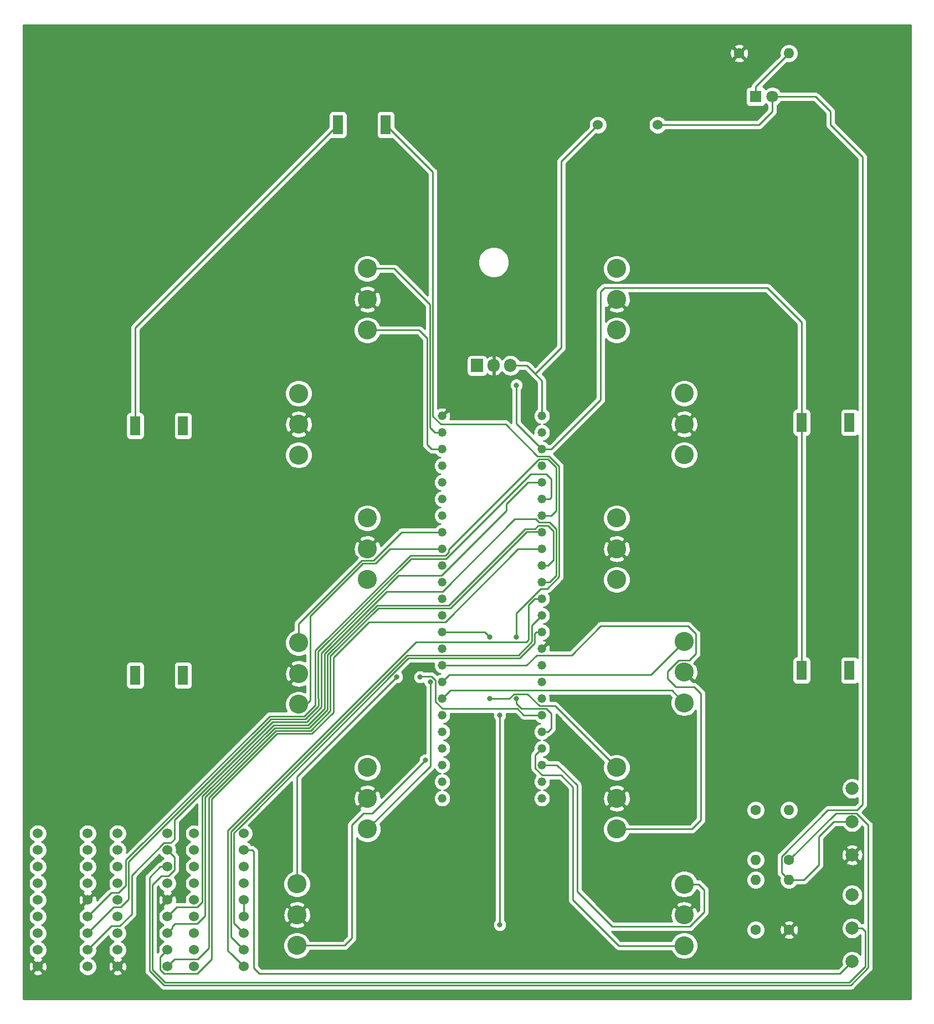
<source format=gbl>
G04 #@! TF.GenerationSoftware,KiCad,Pcbnew,(5.1.10)-1*
G04 #@! TF.CreationDate,2021-07-26T11:56:24-04:00*
G04 #@! TF.ProjectId,Launchbox,4c61756e-6368-4626-9f78-2e6b69636164,Launchbox*
G04 #@! TF.SameCoordinates,Original*
G04 #@! TF.FileFunction,Copper,L2,Bot*
G04 #@! TF.FilePolarity,Positive*
%FSLAX46Y46*%
G04 Gerber Fmt 4.6, Leading zero omitted, Abs format (unit mm)*
G04 Created by KiCad (PCBNEW (5.1.10)-1) date 2021-07-26 11:56:24*
%MOMM*%
%LPD*%
G01*
G04 APERTURE LIST*
G04 #@! TA.AperFunction,ComponentPad*
%ADD10C,1.524000*%
G04 #@! TD*
G04 #@! TA.AperFunction,ComponentPad*
%ADD11R,1.524000X3.000000*%
G04 #@! TD*
G04 #@! TA.AperFunction,ComponentPad*
%ADD12C,1.320800*%
G04 #@! TD*
G04 #@! TA.AperFunction,ComponentPad*
%ADD13O,1.600000X1.600000*%
G04 #@! TD*
G04 #@! TA.AperFunction,ComponentPad*
%ADD14C,1.600000*%
G04 #@! TD*
G04 #@! TA.AperFunction,ComponentPad*
%ADD15C,1.800000*%
G04 #@! TD*
G04 #@! TA.AperFunction,ComponentPad*
%ADD16R,1.800000X1.800000*%
G04 #@! TD*
G04 #@! TA.AperFunction,ComponentPad*
%ADD17C,2.921000*%
G04 #@! TD*
G04 #@! TA.AperFunction,ComponentPad*
%ADD18C,2.000000*%
G04 #@! TD*
G04 #@! TA.AperFunction,ComponentPad*
%ADD19R,1.905000X2.000000*%
G04 #@! TD*
G04 #@! TA.AperFunction,ComponentPad*
%ADD20O,1.905000X2.000000*%
G04 #@! TD*
G04 #@! TA.AperFunction,ViaPad*
%ADD21C,0.800000*%
G04 #@! TD*
G04 #@! TA.AperFunction,Conductor*
%ADD22C,0.250000*%
G04 #@! TD*
G04 #@! TA.AperFunction,Conductor*
%ADD23C,0.254000*%
G04 #@! TD*
G04 #@! TA.AperFunction,Conductor*
%ADD24C,0.100000*%
G04 #@! TD*
G04 APERTURE END LIST*
D10*
X116078000Y-45974000D03*
X125222000Y-45974000D03*
D11*
X154526000Y-91440000D03*
X147226000Y-91440000D03*
X52672000Y-130048000D03*
X45372000Y-130048000D03*
X154526000Y-129286000D03*
X147226000Y-129286000D03*
X83660000Y-45974000D03*
X76360000Y-45974000D03*
X52672000Y-91948000D03*
X45372000Y-91948000D03*
D12*
X107525000Y-90409000D03*
X107525000Y-92949000D03*
X107525000Y-95489000D03*
X107525000Y-98029000D03*
X107525000Y-100569000D03*
X107525000Y-103109000D03*
X107525000Y-105649000D03*
X107525000Y-108189000D03*
X107525000Y-110729000D03*
X107525000Y-113269000D03*
X107525000Y-115809000D03*
X107525000Y-118349000D03*
X107525000Y-120889000D03*
X107525000Y-123429000D03*
X107525000Y-125969000D03*
X107525000Y-128509000D03*
X107525000Y-131049000D03*
X107525000Y-133589000D03*
X107525000Y-136129000D03*
X107525000Y-138669000D03*
X107525000Y-141209000D03*
X107525000Y-143749000D03*
X107525000Y-146289000D03*
X107525000Y-148829000D03*
X92285000Y-90409000D03*
X92285000Y-92949000D03*
X92285000Y-95489000D03*
X92285000Y-98029000D03*
X92285000Y-100569000D03*
X92285000Y-103109000D03*
X92285000Y-105649000D03*
X92285000Y-108189000D03*
X92285000Y-110729000D03*
X92285000Y-113269000D03*
X92285000Y-115809000D03*
X92285000Y-118349000D03*
X92285000Y-120889000D03*
X92285000Y-123429000D03*
X92285000Y-125969000D03*
X92285000Y-128509000D03*
X92285000Y-131049000D03*
X92285000Y-133589000D03*
X92285000Y-136129000D03*
X92285000Y-138669000D03*
X92285000Y-141209000D03*
X92285000Y-143749000D03*
X92285000Y-146289000D03*
X92285000Y-148829000D03*
D10*
X38100000Y-156718000D03*
X38100000Y-169418000D03*
X38100000Y-171958000D03*
X38100000Y-154178000D03*
X38100000Y-159258000D03*
X38100000Y-166878000D03*
X38100000Y-164338000D03*
X38100000Y-161798000D03*
X38100000Y-174498000D03*
X30480000Y-174498000D03*
X30480000Y-171958000D03*
X30480000Y-169418000D03*
X30480000Y-166878000D03*
X30480000Y-164338000D03*
X30480000Y-161798000D03*
X30480000Y-159258000D03*
X30480000Y-156718000D03*
X30480000Y-154178000D03*
D13*
X145288000Y-35052000D03*
D14*
X137668000Y-35052000D03*
D15*
X142748000Y-41656000D03*
D16*
X140208000Y-41656000D03*
D17*
X129286000Y-134239000D03*
X129286000Y-129540000D03*
X129286000Y-124841000D03*
D10*
X61976000Y-156718000D03*
X61976000Y-169418000D03*
X61976000Y-171958000D03*
X61976000Y-154178000D03*
X61976000Y-159258000D03*
X61976000Y-166878000D03*
X61976000Y-164338000D03*
X61976000Y-161798000D03*
X61976000Y-174498000D03*
X54356000Y-174498000D03*
X54356000Y-171958000D03*
X54356000Y-169418000D03*
X54356000Y-166878000D03*
X54356000Y-164338000D03*
X54356000Y-161798000D03*
X54356000Y-159258000D03*
X54356000Y-156718000D03*
X54356000Y-154178000D03*
D17*
X118955000Y-115428000D03*
X118955000Y-110729000D03*
X118955000Y-106030000D03*
X118955000Y-153528000D03*
X118955000Y-148829000D03*
X118955000Y-144130000D03*
D18*
X154940000Y-147320000D03*
X154940000Y-152400000D03*
X154940000Y-157480000D03*
D17*
X80855000Y-115428000D03*
X80855000Y-110729000D03*
X80855000Y-106030000D03*
X80855000Y-153528000D03*
X80855000Y-148829000D03*
X80855000Y-144130000D03*
D18*
X154940000Y-163576000D03*
X154940000Y-168656000D03*
X154940000Y-173736000D03*
D17*
X70358000Y-96393000D03*
X70358000Y-91694000D03*
X70358000Y-86995000D03*
X129286000Y-96378000D03*
X129286000Y-91679000D03*
X129286000Y-86980000D03*
X70358000Y-134478000D03*
X70358000Y-129779000D03*
X70358000Y-125080000D03*
X129286000Y-171323000D03*
X129286000Y-166624000D03*
X129286000Y-161925000D03*
D13*
X145288000Y-150622000D03*
D14*
X145288000Y-158242000D03*
D19*
X97630000Y-82744000D03*
D20*
X100170000Y-82744000D03*
X102710000Y-82744000D03*
D17*
X80855000Y-77328000D03*
X80855000Y-72629000D03*
X80855000Y-67930000D03*
D13*
X145288000Y-161290000D03*
D14*
X145288000Y-168910000D03*
D10*
X50292000Y-156718000D03*
X50292000Y-169418000D03*
X50292000Y-171958000D03*
X50292000Y-154178000D03*
X50292000Y-159258000D03*
X50292000Y-166878000D03*
X50292000Y-164338000D03*
X50292000Y-161798000D03*
X50292000Y-174498000D03*
X42672000Y-174498000D03*
X42672000Y-171958000D03*
X42672000Y-169418000D03*
X42672000Y-166878000D03*
X42672000Y-164338000D03*
X42672000Y-161798000D03*
X42672000Y-159258000D03*
X42672000Y-156718000D03*
X42672000Y-154178000D03*
D17*
X70104000Y-171308000D03*
X70104000Y-166609000D03*
X70104000Y-161910000D03*
D13*
X140208000Y-158242000D03*
D14*
X140208000Y-150622000D03*
D17*
X118955000Y-77328000D03*
X118955000Y-72629000D03*
X118955000Y-67930000D03*
D13*
X140208000Y-161290000D03*
D14*
X140208000Y-168910000D03*
D21*
X85344000Y-130302000D03*
X89736000Y-142997347D03*
X99568000Y-133604000D03*
X99568000Y-124206000D03*
X88900000Y-130302000D03*
X101092000Y-168148000D03*
X101092000Y-136144000D03*
X90461000Y-131047328D03*
X103632000Y-124206000D03*
X103632000Y-133604000D03*
X103625000Y-85725000D03*
D22*
X61976000Y-164338000D02*
X61976000Y-166878000D01*
X119956000Y-147828000D02*
X118955000Y-148829000D01*
X80855000Y-67930000D02*
X84948000Y-67930000D01*
X84948000Y-67930000D02*
X90424000Y-73406000D01*
X90424000Y-73406000D02*
X90424000Y-92202000D01*
X91171000Y-92949000D02*
X92285000Y-92949000D01*
X90424000Y-92202000D02*
X91171000Y-92949000D01*
X80855000Y-77328000D02*
X88758000Y-77328000D01*
X88758000Y-77328000D02*
X89973990Y-78543990D01*
X89973990Y-78543990D02*
X89973990Y-94799990D01*
X90663000Y-95489000D02*
X92285000Y-95489000D01*
X89973990Y-94799990D02*
X90663000Y-95489000D01*
X79997959Y-112514501D02*
X81795499Y-112514501D01*
X70358000Y-122154460D02*
X79997959Y-112514501D01*
X70358000Y-125080000D02*
X70358000Y-122154460D01*
X86121000Y-108189000D02*
X92285000Y-108189000D01*
X81795499Y-112514501D02*
X86121000Y-108189000D01*
X70358000Y-134478000D02*
X71516000Y-134478000D01*
X72143501Y-133850499D02*
X72143501Y-121005369D01*
X71516000Y-134478000D02*
X72143501Y-133850499D01*
X80184359Y-112964511D02*
X82107489Y-112964511D01*
X72143501Y-121005369D02*
X80184359Y-112964511D01*
X84343000Y-110729000D02*
X92285000Y-110729000D01*
X82107489Y-112964511D02*
X84343000Y-110729000D01*
X70104000Y-145542000D02*
X85344000Y-130302000D01*
X70104000Y-161910000D02*
X70104000Y-145542000D01*
X89736000Y-142997347D02*
X81603347Y-151130000D01*
X81603347Y-151130000D02*
X80264000Y-151130000D01*
X80264000Y-151130000D02*
X78486000Y-152908000D01*
X78486000Y-152908000D02*
X78486000Y-170180000D01*
X77358000Y-171308000D02*
X70104000Y-171308000D01*
X78486000Y-170180000D02*
X77358000Y-171308000D01*
X130444000Y-153528000D02*
X118955000Y-153528000D01*
X131826000Y-152146000D02*
X130444000Y-153528000D01*
X130810000Y-131826000D02*
X131826000Y-132842000D01*
X92285000Y-128509000D02*
X105171000Y-128509000D01*
X105171000Y-128509000D02*
X106725599Y-126954401D01*
X106725599Y-126954401D02*
X112059599Y-126954401D01*
X130055501Y-127754499D02*
X128428959Y-127754499D01*
X112059599Y-126954401D02*
X116524491Y-122489509D01*
X126746000Y-129437458D02*
X126746000Y-130556000D01*
X116524491Y-122489509D02*
X129855509Y-122489509D01*
X129855509Y-122489509D02*
X131071501Y-123705501D01*
X131826000Y-132842000D02*
X131826000Y-152146000D01*
X131071501Y-123705501D02*
X131071501Y-126738499D01*
X131071501Y-126738499D02*
X130055501Y-127754499D01*
X128428959Y-127754499D02*
X126746000Y-129437458D01*
X126746000Y-130556000D02*
X128016000Y-131826000D01*
X128016000Y-131826000D02*
X130810000Y-131826000D01*
X98791000Y-123429000D02*
X99568000Y-124206000D01*
X92285000Y-123429000D02*
X98791000Y-123429000D01*
X99568000Y-133604000D02*
X102558998Y-133604000D01*
X109518589Y-134693589D02*
X118955000Y-144130000D01*
X107171195Y-134693589D02*
X109518589Y-134693589D01*
X105356605Y-132878999D02*
X107171195Y-134693589D01*
X103283999Y-132878999D02*
X105356605Y-132878999D01*
X102558998Y-133604000D02*
X103283999Y-132878999D01*
X93389590Y-129944410D02*
X92285000Y-131049000D01*
X124182590Y-129944410D02*
X93389590Y-129944410D01*
X129286000Y-124841000D02*
X124182590Y-129944410D01*
X92285000Y-133589000D02*
X93540000Y-132334000D01*
X127381000Y-132334000D02*
X129286000Y-134239000D01*
X93540000Y-132334000D02*
X127381000Y-132334000D01*
X109841410Y-143749000D02*
X107525000Y-143749000D01*
X112904410Y-146812000D02*
X109841410Y-143749000D01*
X130143041Y-168409501D02*
X132334000Y-166218542D01*
X118243091Y-168409501D02*
X130143041Y-168409501D01*
X112904410Y-163070820D02*
X118243091Y-168409501D01*
X112904410Y-146812000D02*
X112904410Y-163070820D01*
X132334000Y-166218542D02*
X132334000Y-162814000D01*
X131445000Y-161925000D02*
X129286000Y-161925000D01*
X132334000Y-162814000D02*
X131445000Y-161925000D01*
X106539599Y-144221993D02*
X107621205Y-145303599D01*
X106539599Y-142194401D02*
X106539599Y-144221993D01*
X107525000Y-141209000D02*
X106539599Y-142194401D01*
X112268000Y-147097198D02*
X110474401Y-145303599D01*
X119253000Y-171323000D02*
X112268000Y-164338000D01*
X129286000Y-171323000D02*
X119253000Y-171323000D01*
X112268000Y-164338000D02*
X112268000Y-147097198D01*
X107621205Y-145303599D02*
X110474401Y-145303599D01*
X104758590Y-136129000D02*
X107525000Y-136129000D01*
X92381205Y-135143599D02*
X103773189Y-135143599D01*
X91299599Y-134061993D02*
X92381205Y-135143599D01*
X91299599Y-130812925D02*
X91299599Y-134061993D01*
X103773189Y-135143599D02*
X104758590Y-136129000D01*
X90706075Y-130219401D02*
X91299599Y-130812925D01*
X88982599Y-130219401D02*
X88900000Y-130302000D01*
X90706075Y-130219401D02*
X88982599Y-130219401D01*
X104118000Y-127404410D02*
X106426000Y-125096410D01*
X87140827Y-127404411D02*
X104118000Y-127404410D01*
X106426000Y-125096410D02*
X106426000Y-123698000D01*
X106695000Y-123429000D02*
X107525000Y-123429000D01*
X106426000Y-123698000D02*
X106695000Y-123429000D01*
X60452000Y-154093238D02*
X61171619Y-153373619D01*
X60452000Y-167894000D02*
X60452000Y-154093238D01*
X61976000Y-169418000D02*
X60452000Y-167894000D01*
X61171619Y-153373619D02*
X87140827Y-127404411D01*
X60888999Y-153656239D02*
X61171619Y-153373619D01*
X60001990Y-169983990D02*
X60706000Y-170688000D01*
X60001990Y-153906838D02*
X60001990Y-169983990D01*
X86954427Y-126954401D02*
X60001990Y-153906838D01*
X105975990Y-124910010D02*
X103931599Y-126954401D01*
X105975990Y-122438010D02*
X105975990Y-124910010D01*
X107525000Y-120889000D02*
X105975990Y-122438010D01*
X103931599Y-126954401D02*
X86954427Y-126954401D01*
X61976000Y-171958000D02*
X60706000Y-170688000D01*
X59551981Y-153720437D02*
X59551981Y-172073981D01*
X88288819Y-124983599D02*
X59551981Y-153720437D01*
X105140401Y-124983599D02*
X88288819Y-124983599D01*
X105525980Y-124598020D02*
X105140401Y-124983599D01*
X105525980Y-119264020D02*
X105525980Y-124598020D01*
X106441000Y-118349000D02*
X105525980Y-119264020D01*
X107525000Y-118349000D02*
X106441000Y-118349000D01*
X61976000Y-174498000D02*
X60198000Y-172720000D01*
X59551981Y-172073981D02*
X60198000Y-172720000D01*
X60198000Y-172720000D02*
X59988981Y-172510981D01*
X108727000Y-115809000D02*
X107525000Y-115809000D01*
X109728000Y-114808000D02*
X108727000Y-115809000D01*
X107052007Y-106634401D02*
X108666401Y-106634401D01*
X106589606Y-106172000D02*
X107052007Y-106634401D01*
X103378000Y-106172000D02*
X106589606Y-106172000D01*
X109728000Y-108204000D02*
X109728000Y-108458000D01*
X83831729Y-117213501D02*
X92336499Y-117213501D01*
X109728000Y-108458000D02*
X109728000Y-114808000D01*
X55626000Y-148508058D02*
X66520529Y-137613529D01*
X51744999Y-165425001D02*
X54877761Y-165425001D01*
X54877761Y-165425001D02*
X55626000Y-164676762D01*
X55626000Y-164676762D02*
X55626000Y-148508058D01*
X66520529Y-137613529D02*
X71774241Y-137613529D01*
X109728000Y-107696000D02*
X109728000Y-108458000D01*
X71774241Y-137613529D02*
X74306019Y-135081753D01*
X74306019Y-135081753D02*
X74306019Y-126739211D01*
X108666401Y-106634401D02*
X109728000Y-107696000D01*
X74306019Y-126739211D02*
X83831729Y-117213501D01*
X92336499Y-117213501D02*
X103378000Y-106172000D01*
X50292000Y-166878000D02*
X51744999Y-165425001D01*
X54877761Y-167965001D02*
X56076010Y-166766752D01*
X51490999Y-167965001D02*
X54877761Y-167965001D01*
X51053999Y-168402001D02*
X51490999Y-167965001D01*
X51053999Y-168656001D02*
X51053999Y-168402001D01*
X50292000Y-169418000D02*
X51053999Y-168656001D01*
X56076010Y-166766752D02*
X56076010Y-148694458D01*
X66706929Y-138063539D02*
X71994461Y-138063539D01*
X56076010Y-148694458D02*
X66706929Y-138063539D01*
X71994461Y-138063539D02*
X74756029Y-135301971D01*
X74756029Y-135301971D02*
X74756029Y-126925611D01*
X93263599Y-119334401D02*
X104944391Y-107653609D01*
X82347239Y-119334401D02*
X93263599Y-119334401D01*
X74756029Y-126925611D02*
X82347239Y-119334401D01*
X109277990Y-108007990D02*
X109277990Y-112522000D01*
X108458000Y-107188000D02*
X109277990Y-108007990D01*
X106934000Y-107188000D02*
X108458000Y-107188000D01*
X106468391Y-107653609D02*
X106934000Y-107188000D01*
X104944391Y-107653609D02*
X106468391Y-107653609D01*
X109277990Y-112522000D02*
X109220000Y-112522000D01*
X108473000Y-113269000D02*
X107525000Y-113269000D01*
X109220000Y-112522000D02*
X108473000Y-113269000D01*
X109277990Y-108007990D02*
X109277990Y-109162010D01*
X49204999Y-173045001D02*
X49204999Y-175019761D01*
X50292000Y-171958000D02*
X49204999Y-173045001D01*
X57092010Y-173370752D02*
X57092010Y-148951278D01*
X54877761Y-175585001D02*
X57092010Y-173370752D01*
X49770239Y-175585001D02*
X54877761Y-175585001D01*
X49204999Y-175019761D02*
X49770239Y-175585001D01*
X57092010Y-148951278D02*
X67079731Y-138963557D01*
X72367263Y-138963557D02*
X75656049Y-135674771D01*
X67079731Y-138963557D02*
X72367263Y-138963557D01*
X75656049Y-135674771D02*
X75656049Y-127298411D01*
X81080059Y-121874401D02*
X92755599Y-121874401D01*
X75656049Y-127298411D02*
X81080059Y-121874401D01*
X103901000Y-110729000D02*
X107525000Y-110729000D01*
X92755599Y-121874401D02*
X103901000Y-110729000D01*
X51379001Y-173410999D02*
X54935001Y-173410999D01*
X50292000Y-174498000D02*
X51379001Y-173410999D01*
X56642000Y-171704000D02*
X56642000Y-148764878D01*
X54935001Y-173410999D02*
X56642000Y-171704000D01*
X56642000Y-148764878D02*
X66893329Y-138513549D01*
X72180862Y-138513548D02*
X75206039Y-135488371D01*
X66893329Y-138513549D02*
X72180862Y-138513548D01*
X75206039Y-135488371D02*
X75206039Y-127112011D01*
X82533639Y-119784411D02*
X93575589Y-119784411D01*
X75206039Y-127112011D02*
X82533639Y-119784411D01*
X107439619Y-108103619D02*
X107525000Y-108189000D01*
X105256381Y-108103619D02*
X107439619Y-108103619D01*
X93575589Y-119784411D02*
X105256381Y-108103619D01*
X42827763Y-163250999D02*
X43942000Y-162136762D01*
X41727001Y-163250999D02*
X42827763Y-163250999D01*
X38100000Y-166878000D02*
X41727001Y-163250999D01*
X65929957Y-136263501D02*
X71215041Y-136263501D01*
X43942000Y-158251458D02*
X65929957Y-136263501D01*
X71215041Y-136263501D02*
X72898000Y-134580542D01*
X43942000Y-162136762D02*
X43942000Y-158251458D01*
X72898000Y-134580542D02*
X72898000Y-126238000D01*
X93270401Y-110825205D02*
X107067606Y-97028000D01*
X93270401Y-111201993D02*
X93270401Y-110825205D01*
X92757993Y-111714401D02*
X93270401Y-111201993D01*
X87421599Y-111714401D02*
X92757993Y-111714401D01*
X72898000Y-126238000D02*
X87421599Y-111714401D01*
X107067606Y-97028000D02*
X108458000Y-97028000D01*
X108458000Y-97028000D02*
X109728000Y-98298000D01*
X109728000Y-98298000D02*
X109728000Y-104902000D01*
X108981000Y-105649000D02*
X107525000Y-105649000D01*
X109728000Y-104902000D02*
X108981000Y-105649000D01*
X43193761Y-165425001D02*
X44392010Y-164226752D01*
X42092999Y-165425001D02*
X43193761Y-165425001D01*
X38100000Y-169418000D02*
X42092999Y-165425001D01*
X71401442Y-136713510D02*
X73406000Y-134708952D01*
X66147727Y-136713511D02*
X71401442Y-136713510D01*
X44392010Y-158469228D02*
X66147727Y-136713511D01*
X44392010Y-164226752D02*
X44392010Y-158469228D01*
X73406000Y-133604000D02*
X73348010Y-133546010D01*
X73406000Y-134708952D02*
X73406000Y-133604000D01*
X73348010Y-133546010D02*
X73348010Y-126424400D01*
X73348010Y-126424400D02*
X87504410Y-112268000D01*
X92840804Y-112268000D02*
X105794804Y-99314000D01*
X87504410Y-112268000D02*
X92840804Y-112268000D01*
X108204000Y-99314000D02*
X108966000Y-100076000D01*
X105794804Y-99314000D02*
X108204000Y-99314000D01*
X108966000Y-100076000D02*
X108966000Y-102870000D01*
X108727000Y-103109000D02*
X107525000Y-103109000D01*
X108966000Y-102870000D02*
X108727000Y-103109000D01*
X107525000Y-100569000D02*
X105425000Y-100569000D01*
X102108000Y-104904394D02*
X92188795Y-114823599D01*
X92188795Y-114823599D02*
X85585221Y-114823599D01*
X102108000Y-103886000D02*
X102108000Y-104904394D01*
X105425000Y-100569000D02*
X102108000Y-103886000D01*
X85585221Y-114823599D02*
X73798020Y-126610800D01*
X73856009Y-134895353D02*
X71587841Y-137163519D01*
X73856009Y-126668789D02*
X73856009Y-134895353D01*
X73798020Y-126610800D02*
X73856009Y-126668789D01*
X71587841Y-137163519D02*
X66334129Y-137163519D01*
X44842020Y-166485980D02*
X42997001Y-168330999D01*
X44842020Y-160559218D02*
X44842020Y-166485980D01*
X42997001Y-168330999D02*
X41727001Y-168330999D01*
X49770239Y-155630999D02*
X44842020Y-160559218D01*
X50813761Y-155630999D02*
X49770239Y-155630999D01*
X51379001Y-155065759D02*
X50813761Y-155630999D01*
X51379001Y-152118647D02*
X51379001Y-155065759D01*
X41727001Y-168330999D02*
X38100000Y-171958000D01*
X66334129Y-137163519D02*
X51379001Y-152118647D01*
X101092000Y-168148000D02*
X101092000Y-136144000D01*
X80855000Y-153528000D02*
X90461000Y-143922000D01*
X90461000Y-143922000D02*
X90461000Y-131047328D01*
X90874010Y-90456404D02*
X92111606Y-91694000D01*
X103632000Y-120521590D02*
X103632000Y-124206000D01*
X107359189Y-116794401D02*
X103632000Y-120521590D01*
X108378009Y-116794401D02*
X107359189Y-116794401D01*
X110178009Y-114994401D02*
X108378009Y-116794401D01*
X110178009Y-98111599D02*
X110178009Y-114994401D01*
X108644401Y-96577991D02*
X110178009Y-98111599D01*
X106881206Y-96577990D02*
X108644401Y-96577991D01*
X101997216Y-91694000D02*
X106881206Y-96577990D01*
X92111606Y-91694000D02*
X101997216Y-91694000D01*
X103632000Y-133604000D02*
X103632000Y-134366000D01*
X104409599Y-135143599D02*
X108219599Y-135143599D01*
X103632000Y-134366000D02*
X104409599Y-135143599D01*
X108219599Y-135143599D02*
X108966000Y-135890000D01*
X108966000Y-135890000D02*
X108966000Y-138176000D01*
X108473000Y-138669000D02*
X107525000Y-138669000D01*
X108966000Y-138176000D02*
X108473000Y-138669000D01*
X83846401Y-46170009D02*
X83660000Y-46170009D01*
X90874010Y-53197618D02*
X83846401Y-46170009D01*
X90874010Y-90456404D02*
X90874010Y-53197618D01*
X49214370Y-159258000D02*
X50292000Y-159258000D01*
X47555991Y-160916379D02*
X49214370Y-159258000D01*
X47555990Y-175192400D02*
X47555991Y-160916379D01*
X49735619Y-177372029D02*
X48830795Y-176467205D01*
X154734381Y-177372029D02*
X49735619Y-177372029D01*
X155576001Y-151074999D02*
X157422010Y-152921008D01*
X157422010Y-152921008D02*
X157422009Y-174684401D01*
X152455001Y-151074999D02*
X155576001Y-151074999D01*
X145288000Y-158242000D02*
X152455001Y-151074999D01*
X48830795Y-176467205D02*
X47555990Y-175192400D01*
X157422009Y-174684401D02*
X154734381Y-177372029D01*
X48835599Y-176472009D02*
X48830795Y-176467205D01*
X156972000Y-174498000D02*
X156972000Y-169164000D01*
X156464000Y-168656000D02*
X154940000Y-168656000D01*
X156972000Y-169164000D02*
X156464000Y-168656000D01*
X49922019Y-176922019D02*
X154547981Y-176922019D01*
X48006000Y-162052000D02*
X48006000Y-175006000D01*
X49347001Y-160710999D02*
X48006000Y-162052000D01*
X50447763Y-160710999D02*
X49347001Y-160710999D01*
X51379001Y-159779761D02*
X50447763Y-160710999D01*
X154547981Y-176922019D02*
X155702000Y-175768000D01*
X51379001Y-157805001D02*
X51379001Y-159779761D01*
X48006000Y-175006000D02*
X49922019Y-176922019D01*
X50292000Y-156718000D02*
X51379001Y-157805001D01*
X155702000Y-175768000D02*
X156972000Y-174498000D01*
X155448000Y-176022000D02*
X155702000Y-175768000D01*
X154940000Y-173736000D02*
X153104010Y-175571990D01*
X64319990Y-175571990D02*
X63500000Y-174752000D01*
X153104010Y-175571990D02*
X64319990Y-175571990D01*
X63500000Y-174752000D02*
X63500000Y-156972000D01*
X63500000Y-156972000D02*
X63246000Y-156718000D01*
X63246000Y-156718000D02*
X61976000Y-156718000D01*
X145288000Y-161290000D02*
X147574000Y-161290000D01*
X147574000Y-161290000D02*
X149860000Y-159004000D01*
X149860000Y-159004000D02*
X149860000Y-154686000D01*
X152146000Y-152400000D02*
X154940000Y-152400000D01*
X149860000Y-154686000D02*
X152146000Y-152400000D01*
X156535001Y-50871001D02*
X156535001Y-149788999D01*
X151638000Y-45974000D02*
X156535001Y-50871001D01*
X144162999Y-157701999D02*
X144162999Y-160164999D01*
X144162999Y-160164999D02*
X145288000Y-161290000D01*
X151240009Y-150624989D02*
X144162999Y-157701999D01*
X155699011Y-150624989D02*
X151240009Y-150624989D01*
X156535001Y-149788999D02*
X155699011Y-150624989D01*
X151638000Y-45974000D02*
X151638000Y-43942000D01*
X149352000Y-41656000D02*
X142748000Y-41656000D01*
X151638000Y-43942000D02*
X149352000Y-41656000D01*
X125222000Y-45974000D02*
X140716000Y-45974000D01*
X142748000Y-43942000D02*
X142748000Y-41656000D01*
X140716000Y-45974000D02*
X142748000Y-43942000D01*
X140208000Y-40132000D02*
X145288000Y-35052000D01*
X140208000Y-41656000D02*
X140208000Y-40132000D01*
X103625000Y-91589000D02*
X107525000Y-95489000D01*
X103625000Y-85725000D02*
X103625000Y-91589000D01*
X147226000Y-91186000D02*
X147226000Y-129032000D01*
X108981000Y-95489000D02*
X107525000Y-95489000D01*
X116528010Y-87941990D02*
X108981000Y-95489000D01*
X116528010Y-71431990D02*
X116528010Y-87941990D01*
X117116501Y-70843499D02*
X116528010Y-71431990D01*
X141963499Y-70843499D02*
X117116501Y-70843499D01*
X147226000Y-76106000D02*
X141963499Y-70843499D01*
X147226000Y-91186000D02*
X147226000Y-76106000D01*
X45372000Y-76962000D02*
X76360000Y-45974000D01*
X45372000Y-91948000D02*
X45372000Y-76962000D01*
X102710000Y-82744000D02*
X105221590Y-82744000D01*
X107525000Y-85047410D02*
X107525000Y-90409000D01*
X106488795Y-84011205D02*
X107525000Y-85047410D01*
X105221590Y-82744000D02*
X106488795Y-84011205D01*
X110490000Y-51562000D02*
X116078000Y-45974000D01*
X110490000Y-80010000D02*
X110490000Y-51562000D01*
X106488795Y-84011205D02*
X110490000Y-80010000D01*
D23*
X163944301Y-179438300D02*
X28239700Y-179438300D01*
X28239700Y-175463565D01*
X29694040Y-175463565D01*
X29761020Y-175703656D01*
X30010048Y-175820756D01*
X30277135Y-175887023D01*
X30552017Y-175899910D01*
X30824133Y-175858922D01*
X31083023Y-175765636D01*
X31198980Y-175703656D01*
X31265960Y-175463565D01*
X30480000Y-174677605D01*
X29694040Y-175463565D01*
X28239700Y-175463565D01*
X28239700Y-174570017D01*
X29078090Y-174570017D01*
X29119078Y-174842133D01*
X29212364Y-175101023D01*
X29274344Y-175216980D01*
X29514435Y-175283960D01*
X30300395Y-174498000D01*
X30659605Y-174498000D01*
X31445565Y-175283960D01*
X31685656Y-175216980D01*
X31802756Y-174967952D01*
X31869023Y-174700865D01*
X31881910Y-174425983D01*
X31840922Y-174153867D01*
X31747636Y-173894977D01*
X31685656Y-173779020D01*
X31445565Y-173712040D01*
X30659605Y-174498000D01*
X30300395Y-174498000D01*
X29514435Y-173712040D01*
X29274344Y-173779020D01*
X29157244Y-174028048D01*
X29090977Y-174295135D01*
X29078090Y-174570017D01*
X28239700Y-174570017D01*
X28239700Y-154040408D01*
X29083000Y-154040408D01*
X29083000Y-154315592D01*
X29136686Y-154585490D01*
X29241995Y-154839727D01*
X29394880Y-155068535D01*
X29589465Y-155263120D01*
X29818273Y-155416005D01*
X29895515Y-155448000D01*
X29818273Y-155479995D01*
X29589465Y-155632880D01*
X29394880Y-155827465D01*
X29241995Y-156056273D01*
X29136686Y-156310510D01*
X29083000Y-156580408D01*
X29083000Y-156855592D01*
X29136686Y-157125490D01*
X29241995Y-157379727D01*
X29394880Y-157608535D01*
X29589465Y-157803120D01*
X29818273Y-157956005D01*
X29895515Y-157988000D01*
X29818273Y-158019995D01*
X29589465Y-158172880D01*
X29394880Y-158367465D01*
X29241995Y-158596273D01*
X29136686Y-158850510D01*
X29083000Y-159120408D01*
X29083000Y-159395592D01*
X29136686Y-159665490D01*
X29241995Y-159919727D01*
X29394880Y-160148535D01*
X29589465Y-160343120D01*
X29818273Y-160496005D01*
X29895515Y-160528000D01*
X29818273Y-160559995D01*
X29589465Y-160712880D01*
X29394880Y-160907465D01*
X29241995Y-161136273D01*
X29136686Y-161390510D01*
X29083000Y-161660408D01*
X29083000Y-161935592D01*
X29136686Y-162205490D01*
X29241995Y-162459727D01*
X29394880Y-162688535D01*
X29589465Y-162883120D01*
X29818273Y-163036005D01*
X29895515Y-163068000D01*
X29818273Y-163099995D01*
X29589465Y-163252880D01*
X29394880Y-163447465D01*
X29241995Y-163676273D01*
X29136686Y-163930510D01*
X29083000Y-164200408D01*
X29083000Y-164475592D01*
X29136686Y-164745490D01*
X29241995Y-164999727D01*
X29394880Y-165228535D01*
X29589465Y-165423120D01*
X29818273Y-165576005D01*
X29895515Y-165608000D01*
X29818273Y-165639995D01*
X29589465Y-165792880D01*
X29394880Y-165987465D01*
X29241995Y-166216273D01*
X29136686Y-166470510D01*
X29083000Y-166740408D01*
X29083000Y-167015592D01*
X29136686Y-167285490D01*
X29241995Y-167539727D01*
X29394880Y-167768535D01*
X29589465Y-167963120D01*
X29818273Y-168116005D01*
X29895515Y-168148000D01*
X29818273Y-168179995D01*
X29589465Y-168332880D01*
X29394880Y-168527465D01*
X29241995Y-168756273D01*
X29136686Y-169010510D01*
X29083000Y-169280408D01*
X29083000Y-169555592D01*
X29136686Y-169825490D01*
X29241995Y-170079727D01*
X29394880Y-170308535D01*
X29589465Y-170503120D01*
X29818273Y-170656005D01*
X29895515Y-170688000D01*
X29818273Y-170719995D01*
X29589465Y-170872880D01*
X29394880Y-171067465D01*
X29241995Y-171296273D01*
X29136686Y-171550510D01*
X29083000Y-171820408D01*
X29083000Y-172095592D01*
X29136686Y-172365490D01*
X29241995Y-172619727D01*
X29394880Y-172848535D01*
X29589465Y-173043120D01*
X29818273Y-173196005D01*
X29889943Y-173225692D01*
X29876977Y-173230364D01*
X29761020Y-173292344D01*
X29694040Y-173532435D01*
X30480000Y-174318395D01*
X31265960Y-173532435D01*
X31198980Y-173292344D01*
X31063240Y-173228515D01*
X31141727Y-173196005D01*
X31370535Y-173043120D01*
X31565120Y-172848535D01*
X31718005Y-172619727D01*
X31823314Y-172365490D01*
X31877000Y-172095592D01*
X31877000Y-171820408D01*
X31823314Y-171550510D01*
X31718005Y-171296273D01*
X31565120Y-171067465D01*
X31370535Y-170872880D01*
X31141727Y-170719995D01*
X31064485Y-170688000D01*
X31141727Y-170656005D01*
X31370535Y-170503120D01*
X31565120Y-170308535D01*
X31718005Y-170079727D01*
X31823314Y-169825490D01*
X31877000Y-169555592D01*
X31877000Y-169280408D01*
X31823314Y-169010510D01*
X31718005Y-168756273D01*
X31565120Y-168527465D01*
X31370535Y-168332880D01*
X31141727Y-168179995D01*
X31064485Y-168148000D01*
X31141727Y-168116005D01*
X31370535Y-167963120D01*
X31565120Y-167768535D01*
X31718005Y-167539727D01*
X31823314Y-167285490D01*
X31877000Y-167015592D01*
X31877000Y-166740408D01*
X36703000Y-166740408D01*
X36703000Y-167015592D01*
X36756686Y-167285490D01*
X36861995Y-167539727D01*
X37014880Y-167768535D01*
X37209465Y-167963120D01*
X37438273Y-168116005D01*
X37515515Y-168148000D01*
X37438273Y-168179995D01*
X37209465Y-168332880D01*
X37014880Y-168527465D01*
X36861995Y-168756273D01*
X36756686Y-169010510D01*
X36703000Y-169280408D01*
X36703000Y-169555592D01*
X36756686Y-169825490D01*
X36861995Y-170079727D01*
X37014880Y-170308535D01*
X37209465Y-170503120D01*
X37438273Y-170656005D01*
X37515515Y-170688000D01*
X37438273Y-170719995D01*
X37209465Y-170872880D01*
X37014880Y-171067465D01*
X36861995Y-171296273D01*
X36756686Y-171550510D01*
X36703000Y-171820408D01*
X36703000Y-172095592D01*
X36756686Y-172365490D01*
X36861995Y-172619727D01*
X37014880Y-172848535D01*
X37209465Y-173043120D01*
X37438273Y-173196005D01*
X37515515Y-173228000D01*
X37438273Y-173259995D01*
X37209465Y-173412880D01*
X37014880Y-173607465D01*
X36861995Y-173836273D01*
X36756686Y-174090510D01*
X36703000Y-174360408D01*
X36703000Y-174635592D01*
X36756686Y-174905490D01*
X36861995Y-175159727D01*
X37014880Y-175388535D01*
X37209465Y-175583120D01*
X37438273Y-175736005D01*
X37692510Y-175841314D01*
X37962408Y-175895000D01*
X38237592Y-175895000D01*
X38507490Y-175841314D01*
X38761727Y-175736005D01*
X38990535Y-175583120D01*
X39110090Y-175463565D01*
X41886040Y-175463565D01*
X41953020Y-175703656D01*
X42202048Y-175820756D01*
X42469135Y-175887023D01*
X42744017Y-175899910D01*
X43016133Y-175858922D01*
X43275023Y-175765636D01*
X43390980Y-175703656D01*
X43457960Y-175463565D01*
X42672000Y-174677605D01*
X41886040Y-175463565D01*
X39110090Y-175463565D01*
X39185120Y-175388535D01*
X39338005Y-175159727D01*
X39443314Y-174905490D01*
X39497000Y-174635592D01*
X39497000Y-174570017D01*
X41270090Y-174570017D01*
X41311078Y-174842133D01*
X41404364Y-175101023D01*
X41466344Y-175216980D01*
X41706435Y-175283960D01*
X42492395Y-174498000D01*
X42851605Y-174498000D01*
X43637565Y-175283960D01*
X43877656Y-175216980D01*
X43994756Y-174967952D01*
X44061023Y-174700865D01*
X44073910Y-174425983D01*
X44032922Y-174153867D01*
X43939636Y-173894977D01*
X43877656Y-173779020D01*
X43637565Y-173712040D01*
X42851605Y-174498000D01*
X42492395Y-174498000D01*
X41706435Y-173712040D01*
X41466344Y-173779020D01*
X41349244Y-174028048D01*
X41282977Y-174295135D01*
X41270090Y-174570017D01*
X39497000Y-174570017D01*
X39497000Y-174360408D01*
X39443314Y-174090510D01*
X39338005Y-173836273D01*
X39185120Y-173607465D01*
X38990535Y-173412880D01*
X38761727Y-173259995D01*
X38684485Y-173228000D01*
X38761727Y-173196005D01*
X38990535Y-173043120D01*
X39185120Y-172848535D01*
X39338005Y-172619727D01*
X39443314Y-172365490D01*
X39497000Y-172095592D01*
X39497000Y-171820408D01*
X39466372Y-171666429D01*
X41325140Y-169807662D01*
X41328686Y-169825490D01*
X41433995Y-170079727D01*
X41586880Y-170308535D01*
X41781465Y-170503120D01*
X42010273Y-170656005D01*
X42087515Y-170688000D01*
X42010273Y-170719995D01*
X41781465Y-170872880D01*
X41586880Y-171067465D01*
X41433995Y-171296273D01*
X41328686Y-171550510D01*
X41275000Y-171820408D01*
X41275000Y-172095592D01*
X41328686Y-172365490D01*
X41433995Y-172619727D01*
X41586880Y-172848535D01*
X41781465Y-173043120D01*
X42010273Y-173196005D01*
X42081943Y-173225692D01*
X42068977Y-173230364D01*
X41953020Y-173292344D01*
X41886040Y-173532435D01*
X42672000Y-174318395D01*
X43457960Y-173532435D01*
X43390980Y-173292344D01*
X43255240Y-173228515D01*
X43333727Y-173196005D01*
X43562535Y-173043120D01*
X43757120Y-172848535D01*
X43910005Y-172619727D01*
X44015314Y-172365490D01*
X44069000Y-172095592D01*
X44069000Y-171820408D01*
X44015314Y-171550510D01*
X43910005Y-171296273D01*
X43757120Y-171067465D01*
X43562535Y-170872880D01*
X43333727Y-170719995D01*
X43256485Y-170688000D01*
X43333727Y-170656005D01*
X43562535Y-170503120D01*
X43757120Y-170308535D01*
X43910005Y-170079727D01*
X44015314Y-169825490D01*
X44069000Y-169555592D01*
X44069000Y-169280408D01*
X44015314Y-169010510D01*
X43910005Y-168756273D01*
X43804471Y-168598330D01*
X45353023Y-167049779D01*
X45382021Y-167025981D01*
X45444363Y-166950017D01*
X45476994Y-166910257D01*
X45547566Y-166778227D01*
X45571782Y-166698395D01*
X45591023Y-166634966D01*
X45602020Y-166523313D01*
X45602020Y-166523303D01*
X45605696Y-166485980D01*
X45602020Y-166448657D01*
X45602020Y-160874019D01*
X49070945Y-157405095D01*
X49206880Y-157608535D01*
X49401465Y-157803120D01*
X49630273Y-157956005D01*
X49707515Y-157988000D01*
X49630273Y-158019995D01*
X49401465Y-158172880D01*
X49206880Y-158367465D01*
X49115617Y-158504049D01*
X49065384Y-158508997D01*
X48922123Y-158552454D01*
X48790093Y-158623026D01*
X48725869Y-158675734D01*
X48674369Y-158717999D01*
X48650571Y-158746997D01*
X47044989Y-160352580D01*
X47015991Y-160376378D01*
X46992193Y-160405376D01*
X46992192Y-160405377D01*
X46921017Y-160492103D01*
X46850445Y-160624133D01*
X46834712Y-160676001D01*
X46806989Y-160767393D01*
X46797869Y-160859985D01*
X46792315Y-160916379D01*
X46795992Y-160953711D01*
X46795990Y-175155077D01*
X46792314Y-175192400D01*
X46795990Y-175229722D01*
X46795990Y-175229732D01*
X46806987Y-175341385D01*
X46844049Y-175463565D01*
X46850444Y-175484646D01*
X46921016Y-175616676D01*
X46952251Y-175654735D01*
X47015989Y-175732400D01*
X47044987Y-175756198D01*
X48319792Y-177031004D01*
X48319797Y-177031008D01*
X49171820Y-177883032D01*
X49195618Y-177912030D01*
X49311343Y-178007003D01*
X49443372Y-178077575D01*
X49586633Y-178121032D01*
X49698286Y-178132029D01*
X49698295Y-178132029D01*
X49735618Y-178135705D01*
X49772941Y-178132029D01*
X154697059Y-178132029D01*
X154734381Y-178135705D01*
X154771703Y-178132029D01*
X154771714Y-178132029D01*
X154883367Y-178121032D01*
X155026628Y-178077575D01*
X155158657Y-178007003D01*
X155274382Y-177912030D01*
X155298185Y-177883026D01*
X157933016Y-175248196D01*
X157962009Y-175224402D01*
X157985803Y-175195409D01*
X157985808Y-175195404D01*
X158056983Y-175108678D01*
X158127555Y-174976648D01*
X158171011Y-174833387D01*
X158185685Y-174684401D01*
X158182008Y-174647068D01*
X158182010Y-152958331D01*
X158185686Y-152921008D01*
X158182010Y-152883685D01*
X158182010Y-152883676D01*
X158171013Y-152772023D01*
X158127556Y-152628762D01*
X158127556Y-152628761D01*
X158056984Y-152496731D01*
X157985809Y-152410005D01*
X157985805Y-152410001D01*
X157962011Y-152381008D01*
X157933018Y-152357214D01*
X156487302Y-150911499D01*
X157046009Y-150352794D01*
X157075002Y-150329000D01*
X157098796Y-150300007D01*
X157098800Y-150300003D01*
X157169974Y-150213276D01*
X157175239Y-150203426D01*
X157240547Y-150081246D01*
X157284004Y-149937985D01*
X157295001Y-149826332D01*
X157295001Y-149826323D01*
X157298677Y-149789000D01*
X157295001Y-149751677D01*
X157295001Y-50908323D01*
X157298677Y-50871000D01*
X157295001Y-50833677D01*
X157295001Y-50833668D01*
X157284004Y-50722015D01*
X157240547Y-50578754D01*
X157169975Y-50446725D01*
X157075002Y-50331000D01*
X157046005Y-50307203D01*
X152398000Y-45659199D01*
X152398000Y-43979322D01*
X152401676Y-43941999D01*
X152398000Y-43904676D01*
X152398000Y-43904667D01*
X152387003Y-43793014D01*
X152343546Y-43649753D01*
X152272974Y-43517724D01*
X152178001Y-43401999D01*
X152149003Y-43378201D01*
X149915804Y-41145003D01*
X149892001Y-41115999D01*
X149776276Y-41021026D01*
X149644247Y-40950454D01*
X149500986Y-40906997D01*
X149389333Y-40896000D01*
X149389322Y-40896000D01*
X149352000Y-40892324D01*
X149314678Y-40896000D01*
X144086313Y-40896000D01*
X143940312Y-40677495D01*
X143726505Y-40463688D01*
X143475095Y-40295701D01*
X143195743Y-40179989D01*
X142899184Y-40121000D01*
X142596816Y-40121000D01*
X142300257Y-40179989D01*
X142020905Y-40295701D01*
X141769495Y-40463688D01*
X141703056Y-40530127D01*
X141697502Y-40511820D01*
X141638537Y-40401506D01*
X141559185Y-40304815D01*
X141462494Y-40225463D01*
X141352180Y-40166498D01*
X141272480Y-40142321D01*
X144964114Y-36450688D01*
X145146665Y-36487000D01*
X145429335Y-36487000D01*
X145706574Y-36431853D01*
X145967727Y-36323680D01*
X146202759Y-36166637D01*
X146402637Y-35966759D01*
X146559680Y-35731727D01*
X146667853Y-35470574D01*
X146723000Y-35193335D01*
X146723000Y-34910665D01*
X146667853Y-34633426D01*
X146559680Y-34372273D01*
X146402637Y-34137241D01*
X146202759Y-33937363D01*
X145967727Y-33780320D01*
X145706574Y-33672147D01*
X145429335Y-33617000D01*
X145146665Y-33617000D01*
X144869426Y-33672147D01*
X144608273Y-33780320D01*
X144373241Y-33937363D01*
X144173363Y-34137241D01*
X144016320Y-34372273D01*
X143908147Y-34633426D01*
X143853000Y-34910665D01*
X143853000Y-35193335D01*
X143889312Y-35375886D01*
X139696998Y-39568201D01*
X139668000Y-39591999D01*
X139644202Y-39620997D01*
X139644201Y-39620998D01*
X139573026Y-39707724D01*
X139502454Y-39839754D01*
X139458998Y-39983015D01*
X139445710Y-40117928D01*
X139308000Y-40117928D01*
X139183518Y-40130188D01*
X139063820Y-40166498D01*
X138953506Y-40225463D01*
X138856815Y-40304815D01*
X138777463Y-40401506D01*
X138718498Y-40511820D01*
X138682188Y-40631518D01*
X138669928Y-40756000D01*
X138669928Y-42556000D01*
X138682188Y-42680482D01*
X138718498Y-42800180D01*
X138777463Y-42910494D01*
X138856815Y-43007185D01*
X138953506Y-43086537D01*
X139063820Y-43145502D01*
X139183518Y-43181812D01*
X139308000Y-43194072D01*
X141108000Y-43194072D01*
X141232482Y-43181812D01*
X141352180Y-43145502D01*
X141462494Y-43086537D01*
X141559185Y-43007185D01*
X141638537Y-42910494D01*
X141697502Y-42800180D01*
X141703056Y-42781873D01*
X141769495Y-42848312D01*
X141988000Y-42994313D01*
X141988000Y-43627198D01*
X140401199Y-45214000D01*
X126394341Y-45214000D01*
X126307120Y-45083465D01*
X126112535Y-44888880D01*
X125883727Y-44735995D01*
X125629490Y-44630686D01*
X125359592Y-44577000D01*
X125084408Y-44577000D01*
X124814510Y-44630686D01*
X124560273Y-44735995D01*
X124331465Y-44888880D01*
X124136880Y-45083465D01*
X123983995Y-45312273D01*
X123878686Y-45566510D01*
X123825000Y-45836408D01*
X123825000Y-46111592D01*
X123878686Y-46381490D01*
X123983995Y-46635727D01*
X124136880Y-46864535D01*
X124331465Y-47059120D01*
X124560273Y-47212005D01*
X124814510Y-47317314D01*
X125084408Y-47371000D01*
X125359592Y-47371000D01*
X125629490Y-47317314D01*
X125883727Y-47212005D01*
X126112535Y-47059120D01*
X126307120Y-46864535D01*
X126394341Y-46734000D01*
X140678678Y-46734000D01*
X140716000Y-46737676D01*
X140753322Y-46734000D01*
X140753333Y-46734000D01*
X140864986Y-46723003D01*
X141008247Y-46679546D01*
X141140276Y-46608974D01*
X141256001Y-46514001D01*
X141279804Y-46484997D01*
X143259004Y-44505798D01*
X143288001Y-44482001D01*
X143314332Y-44449917D01*
X143382974Y-44366277D01*
X143453546Y-44234247D01*
X143454889Y-44229820D01*
X143497003Y-44090986D01*
X143508000Y-43979333D01*
X143508000Y-43979323D01*
X143511676Y-43942000D01*
X143508000Y-43904677D01*
X143508000Y-42994313D01*
X143726505Y-42848312D01*
X143940312Y-42634505D01*
X144086313Y-42416000D01*
X149037199Y-42416000D01*
X150878001Y-44256803D01*
X150878000Y-45936677D01*
X150874324Y-45974000D01*
X150878000Y-46011322D01*
X150878000Y-46011332D01*
X150888997Y-46122985D01*
X150932454Y-46266246D01*
X151003026Y-46398276D01*
X151042871Y-46446826D01*
X151097999Y-46514001D01*
X151127003Y-46537804D01*
X155775001Y-51185803D01*
X155775001Y-89532458D01*
X155739185Y-89488815D01*
X155642494Y-89409463D01*
X155532180Y-89350498D01*
X155412482Y-89314188D01*
X155288000Y-89301928D01*
X153764000Y-89301928D01*
X153639518Y-89314188D01*
X153519820Y-89350498D01*
X153409506Y-89409463D01*
X153312815Y-89488815D01*
X153233463Y-89585506D01*
X153174498Y-89695820D01*
X153138188Y-89815518D01*
X153125928Y-89940000D01*
X153125928Y-92940000D01*
X153138188Y-93064482D01*
X153174498Y-93184180D01*
X153233463Y-93294494D01*
X153312815Y-93391185D01*
X153409506Y-93470537D01*
X153519820Y-93529502D01*
X153639518Y-93565812D01*
X153764000Y-93578072D01*
X155288000Y-93578072D01*
X155412482Y-93565812D01*
X155532180Y-93529502D01*
X155642494Y-93470537D01*
X155739185Y-93391185D01*
X155775001Y-93347542D01*
X155775002Y-127378458D01*
X155739185Y-127334815D01*
X155642494Y-127255463D01*
X155532180Y-127196498D01*
X155412482Y-127160188D01*
X155288000Y-127147928D01*
X153764000Y-127147928D01*
X153639518Y-127160188D01*
X153519820Y-127196498D01*
X153409506Y-127255463D01*
X153312815Y-127334815D01*
X153233463Y-127431506D01*
X153174498Y-127541820D01*
X153138188Y-127661518D01*
X153125928Y-127786000D01*
X153125928Y-130786000D01*
X153138188Y-130910482D01*
X153174498Y-131030180D01*
X153233463Y-131140494D01*
X153312815Y-131237185D01*
X153409506Y-131316537D01*
X153519820Y-131375502D01*
X153639518Y-131411812D01*
X153764000Y-131424072D01*
X155288000Y-131424072D01*
X155412482Y-131411812D01*
X155532180Y-131375502D01*
X155642494Y-131316537D01*
X155739185Y-131237185D01*
X155775002Y-131193542D01*
X155775002Y-145911533D01*
X155714463Y-145871082D01*
X155416912Y-145747832D01*
X155101033Y-145685000D01*
X154778967Y-145685000D01*
X154463088Y-145747832D01*
X154165537Y-145871082D01*
X153897748Y-146050013D01*
X153670013Y-146277748D01*
X153491082Y-146545537D01*
X153367832Y-146843088D01*
X153305000Y-147158967D01*
X153305000Y-147481033D01*
X153367832Y-147796912D01*
X153491082Y-148094463D01*
X153670013Y-148362252D01*
X153897748Y-148589987D01*
X154165537Y-148768918D01*
X154463088Y-148892168D01*
X154778967Y-148955000D01*
X155101033Y-148955000D01*
X155416912Y-148892168D01*
X155714463Y-148768918D01*
X155775002Y-148728467D01*
X155775002Y-149474196D01*
X155384209Y-149864989D01*
X151277342Y-149864989D01*
X151240009Y-149861312D01*
X151202676Y-149864989D01*
X151091023Y-149875986D01*
X150947762Y-149919443D01*
X150815733Y-149990015D01*
X150700008Y-150084988D01*
X150676210Y-150113986D01*
X143652002Y-157138195D01*
X143622998Y-157161998D01*
X143574488Y-157221108D01*
X143528025Y-157277723D01*
X143501557Y-157327241D01*
X143457453Y-157409753D01*
X143413996Y-157553014D01*
X143402999Y-157664667D01*
X143402999Y-157664677D01*
X143399323Y-157701999D01*
X143402999Y-157739322D01*
X143403000Y-160127667D01*
X143399323Y-160164999D01*
X143403000Y-160202332D01*
X143413997Y-160313985D01*
X143422835Y-160343120D01*
X143457453Y-160457245D01*
X143528025Y-160589275D01*
X143556632Y-160624132D01*
X143622999Y-160705000D01*
X143651997Y-160728798D01*
X143889312Y-160966113D01*
X143853000Y-161148665D01*
X143853000Y-161431335D01*
X143908147Y-161708574D01*
X144016320Y-161969727D01*
X144173363Y-162204759D01*
X144373241Y-162404637D01*
X144608273Y-162561680D01*
X144869426Y-162669853D01*
X145146665Y-162725000D01*
X145429335Y-162725000D01*
X145706574Y-162669853D01*
X145967727Y-162561680D01*
X146202759Y-162404637D01*
X146402637Y-162204759D01*
X146506043Y-162050000D01*
X147536678Y-162050000D01*
X147574000Y-162053676D01*
X147611322Y-162050000D01*
X147611333Y-162050000D01*
X147722986Y-162039003D01*
X147866247Y-161995546D01*
X147998276Y-161924974D01*
X148114001Y-161830001D01*
X148137804Y-161800997D01*
X150371004Y-159567798D01*
X150400001Y-159544001D01*
X150494974Y-159428276D01*
X150565546Y-159296247D01*
X150609003Y-159152986D01*
X150620000Y-159041333D01*
X150620000Y-159041324D01*
X150623676Y-159004001D01*
X150620000Y-158966678D01*
X150620000Y-158615413D01*
X153984192Y-158615413D01*
X154079956Y-158879814D01*
X154369571Y-159020704D01*
X154681108Y-159102384D01*
X155002595Y-159121718D01*
X155321675Y-159077961D01*
X155626088Y-158972795D01*
X155800044Y-158879814D01*
X155895808Y-158615413D01*
X154940000Y-157659605D01*
X153984192Y-158615413D01*
X150620000Y-158615413D01*
X150620000Y-157542595D01*
X153298282Y-157542595D01*
X153342039Y-157861675D01*
X153447205Y-158166088D01*
X153540186Y-158340044D01*
X153804587Y-158435808D01*
X154760395Y-157480000D01*
X155119605Y-157480000D01*
X156075413Y-158435808D01*
X156339814Y-158340044D01*
X156480704Y-158050429D01*
X156562384Y-157738892D01*
X156581718Y-157417405D01*
X156537961Y-157098325D01*
X156432795Y-156793912D01*
X156339814Y-156619956D01*
X156075413Y-156524192D01*
X155119605Y-157480000D01*
X154760395Y-157480000D01*
X153804587Y-156524192D01*
X153540186Y-156619956D01*
X153399296Y-156909571D01*
X153317616Y-157221108D01*
X153298282Y-157542595D01*
X150620000Y-157542595D01*
X150620000Y-156344587D01*
X153984192Y-156344587D01*
X154940000Y-157300395D01*
X155895808Y-156344587D01*
X155800044Y-156080186D01*
X155510429Y-155939296D01*
X155198892Y-155857616D01*
X154877405Y-155838282D01*
X154558325Y-155882039D01*
X154253912Y-155987205D01*
X154079956Y-156080186D01*
X153984192Y-156344587D01*
X150620000Y-156344587D01*
X150620000Y-155000801D01*
X152460802Y-153160000D01*
X153485091Y-153160000D01*
X153491082Y-153174463D01*
X153670013Y-153442252D01*
X153897748Y-153669987D01*
X154165537Y-153848918D01*
X154463088Y-153972168D01*
X154778967Y-154035000D01*
X155101033Y-154035000D01*
X155416912Y-153972168D01*
X155714463Y-153848918D01*
X155982252Y-153669987D01*
X156209987Y-153442252D01*
X156388918Y-153174463D01*
X156450937Y-153024737D01*
X156662011Y-153235811D01*
X156662010Y-167921868D01*
X156612986Y-167906997D01*
X156501333Y-167896000D01*
X156501322Y-167896000D01*
X156464000Y-167892324D01*
X156426678Y-167896000D01*
X156394909Y-167896000D01*
X156388918Y-167881537D01*
X156209987Y-167613748D01*
X155982252Y-167386013D01*
X155714463Y-167207082D01*
X155416912Y-167083832D01*
X155101033Y-167021000D01*
X154778967Y-167021000D01*
X154463088Y-167083832D01*
X154165537Y-167207082D01*
X153897748Y-167386013D01*
X153670013Y-167613748D01*
X153491082Y-167881537D01*
X153367832Y-168179088D01*
X153305000Y-168494967D01*
X153305000Y-168817033D01*
X153367832Y-169132912D01*
X153491082Y-169430463D01*
X153670013Y-169698252D01*
X153897748Y-169925987D01*
X154165537Y-170104918D01*
X154463088Y-170228168D01*
X154778967Y-170291000D01*
X155101033Y-170291000D01*
X155416912Y-170228168D01*
X155714463Y-170104918D01*
X155982252Y-169925987D01*
X156209987Y-169698252D01*
X156212001Y-169695238D01*
X156212000Y-172696761D01*
X156209987Y-172693748D01*
X155982252Y-172466013D01*
X155714463Y-172287082D01*
X155416912Y-172163832D01*
X155101033Y-172101000D01*
X154778967Y-172101000D01*
X154463088Y-172163832D01*
X154165537Y-172287082D01*
X153897748Y-172466013D01*
X153670013Y-172693748D01*
X153491082Y-172961537D01*
X153367832Y-173259088D01*
X153305000Y-173574967D01*
X153305000Y-173897033D01*
X153367832Y-174212912D01*
X153373823Y-174227376D01*
X152789209Y-174811990D01*
X64634792Y-174811990D01*
X64260000Y-174437199D01*
X64260000Y-168072529D01*
X68820077Y-168072529D01*
X68971334Y-168384045D01*
X69339393Y-168570910D01*
X69736834Y-168682381D01*
X70148386Y-168714172D01*
X70558231Y-168665063D01*
X70950621Y-168536940D01*
X71236666Y-168384045D01*
X71387923Y-168072529D01*
X70104000Y-166788605D01*
X68820077Y-168072529D01*
X64260000Y-168072529D01*
X64260000Y-166653386D01*
X67998828Y-166653386D01*
X68047937Y-167063231D01*
X68176060Y-167455621D01*
X68328955Y-167741666D01*
X68640471Y-167892923D01*
X69924395Y-166609000D01*
X70283605Y-166609000D01*
X71567529Y-167892923D01*
X71879045Y-167741666D01*
X72065910Y-167373607D01*
X72177381Y-166976166D01*
X72209172Y-166564614D01*
X72160063Y-166154769D01*
X72031940Y-165762379D01*
X71879045Y-165476334D01*
X71567529Y-165325077D01*
X70283605Y-166609000D01*
X69924395Y-166609000D01*
X68640471Y-165325077D01*
X68328955Y-165476334D01*
X68142090Y-165844393D01*
X68030619Y-166241834D01*
X67998828Y-166653386D01*
X64260000Y-166653386D01*
X64260000Y-165145471D01*
X68820077Y-165145471D01*
X70104000Y-166429395D01*
X71387923Y-165145471D01*
X71236666Y-164833955D01*
X70868607Y-164647090D01*
X70471166Y-164535619D01*
X70059614Y-164503828D01*
X69649769Y-164552937D01*
X69257379Y-164681060D01*
X68971334Y-164833955D01*
X68820077Y-165145471D01*
X64260000Y-165145471D01*
X64260000Y-157009322D01*
X64263676Y-156971999D01*
X64260000Y-156934676D01*
X64260000Y-156934667D01*
X64249003Y-156823014D01*
X64205546Y-156679753D01*
X64134974Y-156547724D01*
X64040001Y-156431999D01*
X64010997Y-156408196D01*
X63809804Y-156207003D01*
X63786001Y-156177999D01*
X63670276Y-156083026D01*
X63538247Y-156012454D01*
X63394986Y-155968997D01*
X63283333Y-155958000D01*
X63283322Y-155958000D01*
X63246000Y-155954324D01*
X63208678Y-155958000D01*
X63148341Y-155958000D01*
X63061120Y-155827465D01*
X62866535Y-155632880D01*
X62637727Y-155479995D01*
X62560485Y-155448000D01*
X62637727Y-155416005D01*
X62866535Y-155263120D01*
X63061120Y-155068535D01*
X63214005Y-154839727D01*
X63319314Y-154585490D01*
X63373000Y-154315592D01*
X63373000Y-154040408D01*
X63319314Y-153770510D01*
X63214005Y-153516273D01*
X63061120Y-153287465D01*
X62866535Y-153092880D01*
X62663094Y-152956945D01*
X69344001Y-146276038D01*
X69344000Y-159956649D01*
X69111409Y-160052992D01*
X68768197Y-160282319D01*
X68476319Y-160574197D01*
X68246992Y-160917409D01*
X68089029Y-161298765D01*
X68008500Y-161703611D01*
X68008500Y-162116389D01*
X68089029Y-162521235D01*
X68246992Y-162902591D01*
X68476319Y-163245803D01*
X68768197Y-163537681D01*
X69111409Y-163767008D01*
X69492765Y-163924971D01*
X69897611Y-164005500D01*
X70310389Y-164005500D01*
X70715235Y-163924971D01*
X71096591Y-163767008D01*
X71439803Y-163537681D01*
X71731681Y-163245803D01*
X71961008Y-162902591D01*
X72118971Y-162521235D01*
X72199500Y-162116389D01*
X72199500Y-161703611D01*
X72118971Y-161298765D01*
X71961008Y-160917409D01*
X71731681Y-160574197D01*
X71439803Y-160282319D01*
X71096591Y-160052992D01*
X70864000Y-159956650D01*
X70864000Y-148873386D01*
X78749828Y-148873386D01*
X78798937Y-149283231D01*
X78927060Y-149675621D01*
X79079955Y-149961666D01*
X79391471Y-150112923D01*
X80675395Y-148829000D01*
X79391471Y-147545077D01*
X79079955Y-147696334D01*
X78893090Y-148064393D01*
X78781619Y-148461834D01*
X78749828Y-148873386D01*
X70864000Y-148873386D01*
X70864000Y-147365471D01*
X79571077Y-147365471D01*
X80855000Y-148649395D01*
X82138923Y-147365471D01*
X81987666Y-147053955D01*
X81619607Y-146867090D01*
X81222166Y-146755619D01*
X80810614Y-146723828D01*
X80400769Y-146772937D01*
X80008379Y-146901060D01*
X79722334Y-147053955D01*
X79571077Y-147365471D01*
X70864000Y-147365471D01*
X70864000Y-145856801D01*
X72797190Y-143923611D01*
X78759500Y-143923611D01*
X78759500Y-144336389D01*
X78840029Y-144741235D01*
X78997992Y-145122591D01*
X79227319Y-145465803D01*
X79519197Y-145757681D01*
X79862409Y-145987008D01*
X80243765Y-146144971D01*
X80648611Y-146225500D01*
X81061389Y-146225500D01*
X81466235Y-146144971D01*
X81847591Y-145987008D01*
X82190803Y-145757681D01*
X82482681Y-145465803D01*
X82712008Y-145122591D01*
X82869971Y-144741235D01*
X82950500Y-144336389D01*
X82950500Y-143923611D01*
X82869971Y-143518765D01*
X82712008Y-143137409D01*
X82482681Y-142794197D01*
X82190803Y-142502319D01*
X81847591Y-142272992D01*
X81466235Y-142115029D01*
X81061389Y-142034500D01*
X80648611Y-142034500D01*
X80243765Y-142115029D01*
X79862409Y-142272992D01*
X79519197Y-142502319D01*
X79227319Y-142794197D01*
X78997992Y-143137409D01*
X78840029Y-143518765D01*
X78759500Y-143923611D01*
X72797190Y-143923611D01*
X85383802Y-131337000D01*
X85445939Y-131337000D01*
X85645898Y-131297226D01*
X85834256Y-131219205D01*
X86003774Y-131105937D01*
X86147937Y-130961774D01*
X86261205Y-130792256D01*
X86339226Y-130603898D01*
X86379000Y-130403939D01*
X86379000Y-130200061D01*
X86339226Y-130000102D01*
X86261205Y-129811744D01*
X86147937Y-129642226D01*
X86062875Y-129557164D01*
X87455629Y-128164411D01*
X91032764Y-128164411D01*
X90989600Y-128381414D01*
X90989600Y-128636586D01*
X91039381Y-128886854D01*
X91137031Y-129122602D01*
X91278797Y-129334769D01*
X91459231Y-129515203D01*
X91671398Y-129656969D01*
X91907146Y-129754619D01*
X92029719Y-129779000D01*
X91907146Y-129803381D01*
X91671398Y-129901031D01*
X91546177Y-129984701D01*
X91269878Y-129708403D01*
X91246076Y-129679400D01*
X91130351Y-129584427D01*
X90998322Y-129513855D01*
X90855061Y-129470398D01*
X90743408Y-129459401D01*
X90743397Y-129459401D01*
X90706075Y-129455725D01*
X90668753Y-129459401D01*
X89501912Y-129459401D01*
X89390256Y-129384795D01*
X89201898Y-129306774D01*
X89001939Y-129267000D01*
X88798061Y-129267000D01*
X88598102Y-129306774D01*
X88409744Y-129384795D01*
X88240226Y-129498063D01*
X88096063Y-129642226D01*
X87982795Y-129811744D01*
X87904774Y-130000102D01*
X87865000Y-130200061D01*
X87865000Y-130403939D01*
X87904774Y-130603898D01*
X87982795Y-130792256D01*
X88096063Y-130961774D01*
X88240226Y-131105937D01*
X88409744Y-131219205D01*
X88598102Y-131297226D01*
X88798061Y-131337000D01*
X89001939Y-131337000D01*
X89201898Y-131297226D01*
X89390256Y-131219205D01*
X89434086Y-131189919D01*
X89465774Y-131349226D01*
X89543795Y-131537584D01*
X89657063Y-131707102D01*
X89701001Y-131751040D01*
X89701000Y-141962347D01*
X89634061Y-141962347D01*
X89434102Y-142002121D01*
X89245744Y-142080142D01*
X89076226Y-142193410D01*
X88932063Y-142337573D01*
X88818795Y-142507091D01*
X88740774Y-142695449D01*
X88701000Y-142895408D01*
X88701000Y-142957545D01*
X82950944Y-148707602D01*
X82911063Y-148374769D01*
X82782940Y-147982379D01*
X82630045Y-147696334D01*
X82318529Y-147545077D01*
X81034605Y-148829000D01*
X81048748Y-148843142D01*
X80869142Y-149022748D01*
X80855000Y-149008605D01*
X79571077Y-150292529D01*
X79718668Y-150596495D01*
X79700201Y-150618997D01*
X77975003Y-152344196D01*
X77945999Y-152367999D01*
X77890871Y-152435174D01*
X77851026Y-152483724D01*
X77816142Y-152548987D01*
X77780454Y-152615754D01*
X77736997Y-152759015D01*
X77726000Y-152870668D01*
X77726000Y-152870678D01*
X77722324Y-152908000D01*
X77726000Y-152945322D01*
X77726001Y-169865197D01*
X77043199Y-170548000D01*
X72057350Y-170548000D01*
X71961008Y-170315409D01*
X71731681Y-169972197D01*
X71439803Y-169680319D01*
X71096591Y-169450992D01*
X70715235Y-169293029D01*
X70310389Y-169212500D01*
X69897611Y-169212500D01*
X69492765Y-169293029D01*
X69111409Y-169450992D01*
X68768197Y-169680319D01*
X68476319Y-169972197D01*
X68246992Y-170315409D01*
X68089029Y-170696765D01*
X68008500Y-171101611D01*
X68008500Y-171514389D01*
X68089029Y-171919235D01*
X68246992Y-172300591D01*
X68476319Y-172643803D01*
X68768197Y-172935681D01*
X69111409Y-173165008D01*
X69492765Y-173322971D01*
X69897611Y-173403500D01*
X70310389Y-173403500D01*
X70715235Y-173322971D01*
X71096591Y-173165008D01*
X71439803Y-172935681D01*
X71731681Y-172643803D01*
X71961008Y-172300591D01*
X72057350Y-172068000D01*
X77320678Y-172068000D01*
X77358000Y-172071676D01*
X77395322Y-172068000D01*
X77395333Y-172068000D01*
X77506986Y-172057003D01*
X77650247Y-172013546D01*
X77782276Y-171942974D01*
X77898001Y-171848001D01*
X77921804Y-171818998D01*
X78997003Y-170743799D01*
X79026001Y-170720001D01*
X79052332Y-170687917D01*
X79120974Y-170604277D01*
X79191546Y-170472247D01*
X79214749Y-170395754D01*
X79235003Y-170328986D01*
X79246000Y-170217333D01*
X79246000Y-170217323D01*
X79249676Y-170180000D01*
X79246000Y-170142677D01*
X79246000Y-154882484D01*
X79519197Y-155155681D01*
X79862409Y-155385008D01*
X80243765Y-155542971D01*
X80648611Y-155623500D01*
X81061389Y-155623500D01*
X81466235Y-155542971D01*
X81847591Y-155385008D01*
X82190803Y-155155681D01*
X82482681Y-154863803D01*
X82712008Y-154520591D01*
X82869971Y-154139235D01*
X82950500Y-153734389D01*
X82950500Y-153321611D01*
X82869971Y-152916765D01*
X82773628Y-152684173D01*
X90972009Y-144485793D01*
X91001001Y-144462001D01*
X91024795Y-144433008D01*
X91024799Y-144433004D01*
X91095973Y-144346277D01*
X91095974Y-144346276D01*
X91115296Y-144310128D01*
X91137031Y-144362602D01*
X91278797Y-144574769D01*
X91459231Y-144755203D01*
X91671398Y-144896969D01*
X91907146Y-144994619D01*
X92029719Y-145019000D01*
X91907146Y-145043381D01*
X91671398Y-145141031D01*
X91459231Y-145282797D01*
X91278797Y-145463231D01*
X91137031Y-145675398D01*
X91039381Y-145911146D01*
X90989600Y-146161414D01*
X90989600Y-146416586D01*
X91039381Y-146666854D01*
X91137031Y-146902602D01*
X91278797Y-147114769D01*
X91459231Y-147295203D01*
X91671398Y-147436969D01*
X91907146Y-147534619D01*
X92029719Y-147559000D01*
X91907146Y-147583381D01*
X91671398Y-147681031D01*
X91459231Y-147822797D01*
X91278797Y-148003231D01*
X91137031Y-148215398D01*
X91039381Y-148451146D01*
X90989600Y-148701414D01*
X90989600Y-148956586D01*
X91039381Y-149206854D01*
X91137031Y-149442602D01*
X91278797Y-149654769D01*
X91459231Y-149835203D01*
X91671398Y-149976969D01*
X91907146Y-150074619D01*
X92157414Y-150124400D01*
X92412586Y-150124400D01*
X92662854Y-150074619D01*
X92898602Y-149976969D01*
X93110769Y-149835203D01*
X93291203Y-149654769D01*
X93432969Y-149442602D01*
X93530619Y-149206854D01*
X93580400Y-148956586D01*
X93580400Y-148701414D01*
X93530619Y-148451146D01*
X93432969Y-148215398D01*
X93291203Y-148003231D01*
X93110769Y-147822797D01*
X92898602Y-147681031D01*
X92662854Y-147583381D01*
X92540281Y-147559000D01*
X92662854Y-147534619D01*
X92898602Y-147436969D01*
X93110769Y-147295203D01*
X93291203Y-147114769D01*
X93432969Y-146902602D01*
X93530619Y-146666854D01*
X93580400Y-146416586D01*
X93580400Y-146161414D01*
X93530619Y-145911146D01*
X93432969Y-145675398D01*
X93291203Y-145463231D01*
X93110769Y-145282797D01*
X92898602Y-145141031D01*
X92662854Y-145043381D01*
X92540281Y-145019000D01*
X92662854Y-144994619D01*
X92898602Y-144896969D01*
X93110769Y-144755203D01*
X93291203Y-144574769D01*
X93432969Y-144362602D01*
X93530619Y-144126854D01*
X93580400Y-143876586D01*
X93580400Y-143621414D01*
X93530619Y-143371146D01*
X93432969Y-143135398D01*
X93291203Y-142923231D01*
X93110769Y-142742797D01*
X92898602Y-142601031D01*
X92662854Y-142503381D01*
X92540281Y-142479000D01*
X92662854Y-142454619D01*
X92898602Y-142356969D01*
X93110769Y-142215203D01*
X93291203Y-142034769D01*
X93432969Y-141822602D01*
X93530619Y-141586854D01*
X93580400Y-141336586D01*
X93580400Y-141081414D01*
X93530619Y-140831146D01*
X93432969Y-140595398D01*
X93291203Y-140383231D01*
X93110769Y-140202797D01*
X92898602Y-140061031D01*
X92662854Y-139963381D01*
X92540281Y-139939000D01*
X92662854Y-139914619D01*
X92898602Y-139816969D01*
X93110769Y-139675203D01*
X93291203Y-139494769D01*
X93432969Y-139282602D01*
X93530619Y-139046854D01*
X93580400Y-138796586D01*
X93580400Y-138541414D01*
X93530619Y-138291146D01*
X93432969Y-138055398D01*
X93291203Y-137843231D01*
X93110769Y-137662797D01*
X92898602Y-137521031D01*
X92662854Y-137423381D01*
X92540281Y-137399000D01*
X92662854Y-137374619D01*
X92898602Y-137276969D01*
X93110769Y-137135203D01*
X93291203Y-136954769D01*
X93432969Y-136742602D01*
X93530619Y-136506854D01*
X93580400Y-136256586D01*
X93580400Y-136001414D01*
X93560944Y-135903599D01*
X100084542Y-135903599D01*
X100057000Y-136042061D01*
X100057000Y-136245939D01*
X100096774Y-136445898D01*
X100174795Y-136634256D01*
X100288063Y-136803774D01*
X100332001Y-136847712D01*
X100332000Y-167444289D01*
X100288063Y-167488226D01*
X100174795Y-167657744D01*
X100096774Y-167846102D01*
X100057000Y-168046061D01*
X100057000Y-168249939D01*
X100096774Y-168449898D01*
X100174795Y-168638256D01*
X100288063Y-168807774D01*
X100432226Y-168951937D01*
X100601744Y-169065205D01*
X100790102Y-169143226D01*
X100990061Y-169183000D01*
X101193939Y-169183000D01*
X101393898Y-169143226D01*
X101582256Y-169065205D01*
X101751774Y-168951937D01*
X101895937Y-168807774D01*
X102009205Y-168638256D01*
X102087226Y-168449898D01*
X102127000Y-168249939D01*
X102127000Y-168046061D01*
X102087226Y-167846102D01*
X102009205Y-167657744D01*
X101895937Y-167488226D01*
X101852000Y-167444289D01*
X101852000Y-136847711D01*
X101895937Y-136803774D01*
X102009205Y-136634256D01*
X102087226Y-136445898D01*
X102127000Y-136245939D01*
X102127000Y-136042061D01*
X102099458Y-135903599D01*
X103458388Y-135903599D01*
X104194795Y-136640008D01*
X104218589Y-136669001D01*
X104247582Y-136692795D01*
X104247586Y-136692799D01*
X104304179Y-136739243D01*
X104334314Y-136763974D01*
X104466343Y-136834546D01*
X104609604Y-136878003D01*
X104721257Y-136889000D01*
X104721266Y-136889000D01*
X104758589Y-136892676D01*
X104795912Y-136889000D01*
X106474851Y-136889000D01*
X106518797Y-136954769D01*
X106699231Y-137135203D01*
X106911398Y-137276969D01*
X107147146Y-137374619D01*
X107269719Y-137399000D01*
X107147146Y-137423381D01*
X106911398Y-137521031D01*
X106699231Y-137662797D01*
X106518797Y-137843231D01*
X106377031Y-138055398D01*
X106279381Y-138291146D01*
X106229600Y-138541414D01*
X106229600Y-138796586D01*
X106279381Y-139046854D01*
X106377031Y-139282602D01*
X106518797Y-139494769D01*
X106699231Y-139675203D01*
X106911398Y-139816969D01*
X107147146Y-139914619D01*
X107269719Y-139939000D01*
X107147146Y-139963381D01*
X106911398Y-140061031D01*
X106699231Y-140202797D01*
X106518797Y-140383231D01*
X106377031Y-140595398D01*
X106279381Y-140831146D01*
X106229600Y-141081414D01*
X106229600Y-141336586D01*
X106245032Y-141414167D01*
X106028601Y-141630598D01*
X105999598Y-141654400D01*
X105945759Y-141720004D01*
X105904625Y-141770125D01*
X105834054Y-141902154D01*
X105834053Y-141902155D01*
X105790596Y-142045416D01*
X105779599Y-142157069D01*
X105779599Y-142157079D01*
X105775923Y-142194401D01*
X105779599Y-142231724D01*
X105779600Y-144184661D01*
X105775923Y-144221993D01*
X105790597Y-144370978D01*
X105834053Y-144514239D01*
X105904625Y-144646269D01*
X105975800Y-144732995D01*
X105999599Y-144761994D01*
X106028597Y-144785792D01*
X106612416Y-145369612D01*
X106518797Y-145463231D01*
X106377031Y-145675398D01*
X106279381Y-145911146D01*
X106229600Y-146161414D01*
X106229600Y-146416586D01*
X106279381Y-146666854D01*
X106377031Y-146902602D01*
X106518797Y-147114769D01*
X106699231Y-147295203D01*
X106911398Y-147436969D01*
X107147146Y-147534619D01*
X107269719Y-147559000D01*
X107147146Y-147583381D01*
X106911398Y-147681031D01*
X106699231Y-147822797D01*
X106518797Y-148003231D01*
X106377031Y-148215398D01*
X106279381Y-148451146D01*
X106229600Y-148701414D01*
X106229600Y-148956586D01*
X106279381Y-149206854D01*
X106377031Y-149442602D01*
X106518797Y-149654769D01*
X106699231Y-149835203D01*
X106911398Y-149976969D01*
X107147146Y-150074619D01*
X107397414Y-150124400D01*
X107652586Y-150124400D01*
X107902854Y-150074619D01*
X108138602Y-149976969D01*
X108350769Y-149835203D01*
X108531203Y-149654769D01*
X108672969Y-149442602D01*
X108770619Y-149206854D01*
X108820400Y-148956586D01*
X108820400Y-148701414D01*
X108770619Y-148451146D01*
X108672969Y-148215398D01*
X108531203Y-148003231D01*
X108350769Y-147822797D01*
X108138602Y-147681031D01*
X107902854Y-147583381D01*
X107780281Y-147559000D01*
X107902854Y-147534619D01*
X108138602Y-147436969D01*
X108350769Y-147295203D01*
X108531203Y-147114769D01*
X108672969Y-146902602D01*
X108770619Y-146666854D01*
X108820400Y-146416586D01*
X108820400Y-146161414D01*
X108800944Y-146063599D01*
X110159600Y-146063599D01*
X111508001Y-147412001D01*
X111508000Y-164300678D01*
X111504324Y-164338000D01*
X111508000Y-164375322D01*
X111508000Y-164375332D01*
X111518997Y-164486985D01*
X111558816Y-164618252D01*
X111562454Y-164630246D01*
X111633026Y-164762276D01*
X111655801Y-164790027D01*
X111727999Y-164878001D01*
X111757003Y-164901804D01*
X118689201Y-171834003D01*
X118712999Y-171863001D01*
X118828724Y-171957974D01*
X118960753Y-172028546D01*
X119104014Y-172072003D01*
X119215667Y-172083000D01*
X119215675Y-172083000D01*
X119253000Y-172086676D01*
X119290325Y-172083000D01*
X127332650Y-172083000D01*
X127428992Y-172315591D01*
X127658319Y-172658803D01*
X127950197Y-172950681D01*
X128293409Y-173180008D01*
X128674765Y-173337971D01*
X129079611Y-173418500D01*
X129492389Y-173418500D01*
X129897235Y-173337971D01*
X130278591Y-173180008D01*
X130621803Y-172950681D01*
X130913681Y-172658803D01*
X131143008Y-172315591D01*
X131300971Y-171934235D01*
X131381500Y-171529389D01*
X131381500Y-171116611D01*
X131300971Y-170711765D01*
X131143008Y-170330409D01*
X130913681Y-169987197D01*
X130621803Y-169695319D01*
X130278591Y-169465992D01*
X129897235Y-169308029D01*
X129492389Y-169227500D01*
X129079611Y-169227500D01*
X128674765Y-169308029D01*
X128293409Y-169465992D01*
X127950197Y-169695319D01*
X127658319Y-169987197D01*
X127428992Y-170330409D01*
X127332650Y-170563000D01*
X119567802Y-170563000D01*
X118170866Y-169166064D01*
X118205758Y-169169501D01*
X118205767Y-169169501D01*
X118243090Y-169173177D01*
X118280413Y-169169501D01*
X130105719Y-169169501D01*
X130143041Y-169173177D01*
X130180363Y-169169501D01*
X130180374Y-169169501D01*
X130292027Y-169158504D01*
X130435288Y-169115047D01*
X130567317Y-169044475D01*
X130683042Y-168949502D01*
X130706845Y-168920498D01*
X130858678Y-168768665D01*
X138773000Y-168768665D01*
X138773000Y-169051335D01*
X138828147Y-169328574D01*
X138936320Y-169589727D01*
X139093363Y-169824759D01*
X139293241Y-170024637D01*
X139528273Y-170181680D01*
X139789426Y-170289853D01*
X140066665Y-170345000D01*
X140349335Y-170345000D01*
X140626574Y-170289853D01*
X140887727Y-170181680D01*
X141122759Y-170024637D01*
X141244694Y-169902702D01*
X144474903Y-169902702D01*
X144546486Y-170146671D01*
X144801996Y-170267571D01*
X145076184Y-170336300D01*
X145358512Y-170350217D01*
X145638130Y-170308787D01*
X145904292Y-170213603D01*
X146029514Y-170146671D01*
X146101097Y-169902702D01*
X145288000Y-169089605D01*
X144474903Y-169902702D01*
X141244694Y-169902702D01*
X141322637Y-169824759D01*
X141479680Y-169589727D01*
X141587853Y-169328574D01*
X141643000Y-169051335D01*
X141643000Y-168980512D01*
X143847783Y-168980512D01*
X143889213Y-169260130D01*
X143984397Y-169526292D01*
X144051329Y-169651514D01*
X144295298Y-169723097D01*
X145108395Y-168910000D01*
X145467605Y-168910000D01*
X146280702Y-169723097D01*
X146524671Y-169651514D01*
X146645571Y-169396004D01*
X146714300Y-169121816D01*
X146728217Y-168839488D01*
X146686787Y-168559870D01*
X146591603Y-168293708D01*
X146524671Y-168168486D01*
X146280702Y-168096903D01*
X145467605Y-168910000D01*
X145108395Y-168910000D01*
X144295298Y-168096903D01*
X144051329Y-168168486D01*
X143930429Y-168423996D01*
X143861700Y-168698184D01*
X143847783Y-168980512D01*
X141643000Y-168980512D01*
X141643000Y-168768665D01*
X141587853Y-168491426D01*
X141479680Y-168230273D01*
X141322637Y-167995241D01*
X141244694Y-167917298D01*
X144474903Y-167917298D01*
X145288000Y-168730395D01*
X146101097Y-167917298D01*
X146029514Y-167673329D01*
X145774004Y-167552429D01*
X145499816Y-167483700D01*
X145217488Y-167469783D01*
X144937870Y-167511213D01*
X144671708Y-167606397D01*
X144546486Y-167673329D01*
X144474903Y-167917298D01*
X141244694Y-167917298D01*
X141122759Y-167795363D01*
X140887727Y-167638320D01*
X140626574Y-167530147D01*
X140349335Y-167475000D01*
X140066665Y-167475000D01*
X139789426Y-167530147D01*
X139528273Y-167638320D01*
X139293241Y-167795363D01*
X139093363Y-167995241D01*
X138936320Y-168230273D01*
X138828147Y-168491426D01*
X138773000Y-168768665D01*
X130858678Y-168768665D01*
X132845004Y-166782340D01*
X132874001Y-166758543D01*
X132923363Y-166698395D01*
X132968974Y-166642819D01*
X133039546Y-166510789D01*
X133039546Y-166510788D01*
X133083003Y-166367528D01*
X133094000Y-166255875D01*
X133094000Y-166255865D01*
X133097676Y-166218542D01*
X133094000Y-166181219D01*
X133094000Y-163414967D01*
X153305000Y-163414967D01*
X153305000Y-163737033D01*
X153367832Y-164052912D01*
X153491082Y-164350463D01*
X153670013Y-164618252D01*
X153897748Y-164845987D01*
X154165537Y-165024918D01*
X154463088Y-165148168D01*
X154778967Y-165211000D01*
X155101033Y-165211000D01*
X155416912Y-165148168D01*
X155714463Y-165024918D01*
X155982252Y-164845987D01*
X156209987Y-164618252D01*
X156388918Y-164350463D01*
X156512168Y-164052912D01*
X156575000Y-163737033D01*
X156575000Y-163414967D01*
X156512168Y-163099088D01*
X156388918Y-162801537D01*
X156209987Y-162533748D01*
X155982252Y-162306013D01*
X155714463Y-162127082D01*
X155416912Y-162003832D01*
X155101033Y-161941000D01*
X154778967Y-161941000D01*
X154463088Y-162003832D01*
X154165537Y-162127082D01*
X153897748Y-162306013D01*
X153670013Y-162533748D01*
X153491082Y-162801537D01*
X153367832Y-163099088D01*
X153305000Y-163414967D01*
X133094000Y-163414967D01*
X133094000Y-162851323D01*
X133097676Y-162814000D01*
X133094000Y-162776677D01*
X133094000Y-162776667D01*
X133083003Y-162665014D01*
X133039546Y-162521753D01*
X132968974Y-162389724D01*
X132874001Y-162273999D01*
X132845003Y-162250201D01*
X132008803Y-161414002D01*
X131985001Y-161384999D01*
X131869276Y-161290026D01*
X131737247Y-161219454D01*
X131593986Y-161175997D01*
X131482333Y-161165000D01*
X131482322Y-161165000D01*
X131445000Y-161161324D01*
X131407678Y-161165000D01*
X131239350Y-161165000D01*
X131232584Y-161148665D01*
X138773000Y-161148665D01*
X138773000Y-161431335D01*
X138828147Y-161708574D01*
X138936320Y-161969727D01*
X139093363Y-162204759D01*
X139293241Y-162404637D01*
X139528273Y-162561680D01*
X139789426Y-162669853D01*
X140066665Y-162725000D01*
X140349335Y-162725000D01*
X140626574Y-162669853D01*
X140887727Y-162561680D01*
X141122759Y-162404637D01*
X141322637Y-162204759D01*
X141479680Y-161969727D01*
X141587853Y-161708574D01*
X141643000Y-161431335D01*
X141643000Y-161148665D01*
X141587853Y-160871426D01*
X141479680Y-160610273D01*
X141322637Y-160375241D01*
X141122759Y-160175363D01*
X140887727Y-160018320D01*
X140626574Y-159910147D01*
X140349335Y-159855000D01*
X140066665Y-159855000D01*
X139789426Y-159910147D01*
X139528273Y-160018320D01*
X139293241Y-160175363D01*
X139093363Y-160375241D01*
X138936320Y-160610273D01*
X138828147Y-160871426D01*
X138773000Y-161148665D01*
X131232584Y-161148665D01*
X131143008Y-160932409D01*
X130913681Y-160589197D01*
X130621803Y-160297319D01*
X130278591Y-160067992D01*
X129897235Y-159910029D01*
X129492389Y-159829500D01*
X129079611Y-159829500D01*
X128674765Y-159910029D01*
X128293409Y-160067992D01*
X127950197Y-160297319D01*
X127658319Y-160589197D01*
X127428992Y-160932409D01*
X127271029Y-161313765D01*
X127190500Y-161718611D01*
X127190500Y-162131389D01*
X127271029Y-162536235D01*
X127428992Y-162917591D01*
X127658319Y-163260803D01*
X127950197Y-163552681D01*
X128293409Y-163782008D01*
X128674765Y-163939971D01*
X129079611Y-164020500D01*
X129492389Y-164020500D01*
X129897235Y-163939971D01*
X130278591Y-163782008D01*
X130621803Y-163552681D01*
X130913681Y-163260803D01*
X131143008Y-162917591D01*
X131207381Y-162762182D01*
X131574001Y-163128803D01*
X131574000Y-165903740D01*
X131333671Y-166144069D01*
X131213940Y-165777379D01*
X131061045Y-165491334D01*
X130749529Y-165340077D01*
X129465605Y-166624000D01*
X129479748Y-166638143D01*
X129300143Y-166817748D01*
X129286000Y-166803605D01*
X129271858Y-166817748D01*
X129092252Y-166638142D01*
X129106395Y-166624000D01*
X127822471Y-165340077D01*
X127510955Y-165491334D01*
X127324090Y-165859393D01*
X127212619Y-166256834D01*
X127180828Y-166668386D01*
X127229937Y-167078231D01*
X127358060Y-167470621D01*
X127453674Y-167649501D01*
X118557893Y-167649501D01*
X116068863Y-165160471D01*
X128002077Y-165160471D01*
X129286000Y-166444395D01*
X130569923Y-165160471D01*
X130418666Y-164848955D01*
X130050607Y-164662090D01*
X129653166Y-164550619D01*
X129241614Y-164518828D01*
X128831769Y-164567937D01*
X128439379Y-164696060D01*
X128153334Y-164848955D01*
X128002077Y-165160471D01*
X116068863Y-165160471D01*
X113664410Y-162756019D01*
X113664410Y-158100665D01*
X138773000Y-158100665D01*
X138773000Y-158383335D01*
X138828147Y-158660574D01*
X138936320Y-158921727D01*
X139093363Y-159156759D01*
X139293241Y-159356637D01*
X139528273Y-159513680D01*
X139789426Y-159621853D01*
X140066665Y-159677000D01*
X140349335Y-159677000D01*
X140626574Y-159621853D01*
X140887727Y-159513680D01*
X141122759Y-159356637D01*
X141322637Y-159156759D01*
X141479680Y-158921727D01*
X141587853Y-158660574D01*
X141643000Y-158383335D01*
X141643000Y-158100665D01*
X141587853Y-157823426D01*
X141479680Y-157562273D01*
X141322637Y-157327241D01*
X141122759Y-157127363D01*
X140887727Y-156970320D01*
X140626574Y-156862147D01*
X140349335Y-156807000D01*
X140066665Y-156807000D01*
X139789426Y-156862147D01*
X139528273Y-156970320D01*
X139293241Y-157127363D01*
X139093363Y-157327241D01*
X138936320Y-157562273D01*
X138828147Y-157823426D01*
X138773000Y-158100665D01*
X113664410Y-158100665D01*
X113664410Y-150292529D01*
X117671077Y-150292529D01*
X117822334Y-150604045D01*
X118190393Y-150790910D01*
X118587834Y-150902381D01*
X118999386Y-150934172D01*
X119409231Y-150885063D01*
X119801621Y-150756940D01*
X120087666Y-150604045D01*
X120238923Y-150292529D01*
X118955000Y-149008605D01*
X117671077Y-150292529D01*
X113664410Y-150292529D01*
X113664410Y-148873386D01*
X116849828Y-148873386D01*
X116898937Y-149283231D01*
X117027060Y-149675621D01*
X117179955Y-149961666D01*
X117491471Y-150112923D01*
X118775395Y-148829000D01*
X119134605Y-148829000D01*
X120418529Y-150112923D01*
X120730045Y-149961666D01*
X120916910Y-149593607D01*
X121028381Y-149196166D01*
X121060172Y-148784614D01*
X121011063Y-148374769D01*
X120882940Y-147982379D01*
X120730045Y-147696334D01*
X120418529Y-147545077D01*
X119134605Y-148829000D01*
X118775395Y-148829000D01*
X117491471Y-147545077D01*
X117179955Y-147696334D01*
X116993090Y-148064393D01*
X116881619Y-148461834D01*
X116849828Y-148873386D01*
X113664410Y-148873386D01*
X113664410Y-147365471D01*
X117671077Y-147365471D01*
X118955000Y-148649395D01*
X120238923Y-147365471D01*
X120087666Y-147053955D01*
X119719607Y-146867090D01*
X119322166Y-146755619D01*
X118910614Y-146723828D01*
X118500769Y-146772937D01*
X118108379Y-146901060D01*
X117822334Y-147053955D01*
X117671077Y-147365471D01*
X113664410Y-147365471D01*
X113664410Y-146849322D01*
X113668086Y-146811999D01*
X113664410Y-146774676D01*
X113664410Y-146774667D01*
X113653413Y-146663014D01*
X113609956Y-146519753D01*
X113579206Y-146462224D01*
X113539384Y-146387723D01*
X113468209Y-146300997D01*
X113444411Y-146271999D01*
X113415414Y-146248202D01*
X110405214Y-143238003D01*
X110381411Y-143208999D01*
X110265686Y-143114026D01*
X110133657Y-143043454D01*
X109990396Y-142999997D01*
X109878743Y-142989000D01*
X109878732Y-142989000D01*
X109841410Y-142985324D01*
X109804088Y-142989000D01*
X108575149Y-142989000D01*
X108531203Y-142923231D01*
X108350769Y-142742797D01*
X108138602Y-142601031D01*
X107902854Y-142503381D01*
X107780281Y-142479000D01*
X107902854Y-142454619D01*
X108138602Y-142356969D01*
X108350769Y-142215203D01*
X108531203Y-142034769D01*
X108672969Y-141822602D01*
X108770619Y-141586854D01*
X108820400Y-141336586D01*
X108820400Y-141081414D01*
X108770619Y-140831146D01*
X108672969Y-140595398D01*
X108531203Y-140383231D01*
X108350769Y-140202797D01*
X108138602Y-140061031D01*
X107902854Y-139963381D01*
X107780281Y-139939000D01*
X107902854Y-139914619D01*
X108138602Y-139816969D01*
X108350769Y-139675203D01*
X108531203Y-139494769D01*
X108579715Y-139422166D01*
X108621986Y-139418003D01*
X108765247Y-139374546D01*
X108897276Y-139303974D01*
X109013001Y-139209001D01*
X109036804Y-139179997D01*
X109476997Y-138739804D01*
X109506001Y-138716001D01*
X109600974Y-138600276D01*
X109671546Y-138468247D01*
X109715003Y-138324986D01*
X109726000Y-138213333D01*
X109726000Y-138213324D01*
X109729676Y-138176001D01*
X109726000Y-138138678D01*
X109726000Y-135975801D01*
X117036371Y-143286174D01*
X116940029Y-143518765D01*
X116859500Y-143923611D01*
X116859500Y-144336389D01*
X116940029Y-144741235D01*
X117097992Y-145122591D01*
X117327319Y-145465803D01*
X117619197Y-145757681D01*
X117962409Y-145987008D01*
X118343765Y-146144971D01*
X118748611Y-146225500D01*
X119161389Y-146225500D01*
X119566235Y-146144971D01*
X119947591Y-145987008D01*
X120290803Y-145757681D01*
X120582681Y-145465803D01*
X120812008Y-145122591D01*
X120969971Y-144741235D01*
X121050500Y-144336389D01*
X121050500Y-143923611D01*
X120969971Y-143518765D01*
X120812008Y-143137409D01*
X120582681Y-142794197D01*
X120290803Y-142502319D01*
X119947591Y-142272992D01*
X119566235Y-142115029D01*
X119161389Y-142034500D01*
X118748611Y-142034500D01*
X118343765Y-142115029D01*
X118111174Y-142211371D01*
X110082393Y-134182592D01*
X110058590Y-134153588D01*
X109942865Y-134058615D01*
X109810836Y-133988043D01*
X109667575Y-133944586D01*
X109555922Y-133933589D01*
X109555911Y-133933589D01*
X109518589Y-133929913D01*
X109481267Y-133933589D01*
X108777236Y-133933589D01*
X108820400Y-133716586D01*
X108820400Y-133461414D01*
X108770619Y-133211146D01*
X108722096Y-133094000D01*
X127066199Y-133094000D01*
X127367372Y-133395173D01*
X127271029Y-133627765D01*
X127190500Y-134032611D01*
X127190500Y-134445389D01*
X127271029Y-134850235D01*
X127428992Y-135231591D01*
X127658319Y-135574803D01*
X127950197Y-135866681D01*
X128293409Y-136096008D01*
X128674765Y-136253971D01*
X129079611Y-136334500D01*
X129492389Y-136334500D01*
X129897235Y-136253971D01*
X130278591Y-136096008D01*
X130621803Y-135866681D01*
X130913681Y-135574803D01*
X131066000Y-135346841D01*
X131066001Y-151831197D01*
X130129199Y-152768000D01*
X120908350Y-152768000D01*
X120812008Y-152535409D01*
X120582681Y-152192197D01*
X120290803Y-151900319D01*
X119947591Y-151670992D01*
X119566235Y-151513029D01*
X119161389Y-151432500D01*
X118748611Y-151432500D01*
X118343765Y-151513029D01*
X117962409Y-151670992D01*
X117619197Y-151900319D01*
X117327319Y-152192197D01*
X117097992Y-152535409D01*
X116940029Y-152916765D01*
X116859500Y-153321611D01*
X116859500Y-153734389D01*
X116940029Y-154139235D01*
X117097992Y-154520591D01*
X117327319Y-154863803D01*
X117619197Y-155155681D01*
X117962409Y-155385008D01*
X118343765Y-155542971D01*
X118748611Y-155623500D01*
X119161389Y-155623500D01*
X119566235Y-155542971D01*
X119947591Y-155385008D01*
X120290803Y-155155681D01*
X120582681Y-154863803D01*
X120812008Y-154520591D01*
X120908350Y-154288000D01*
X130406678Y-154288000D01*
X130444000Y-154291676D01*
X130481322Y-154288000D01*
X130481333Y-154288000D01*
X130592986Y-154277003D01*
X130736247Y-154233546D01*
X130868276Y-154162974D01*
X130984001Y-154068001D01*
X131007804Y-154038997D01*
X132337003Y-152709799D01*
X132366001Y-152686001D01*
X132416378Y-152624617D01*
X132460974Y-152570277D01*
X132531546Y-152438247D01*
X132575003Y-152294986D01*
X132586000Y-152183333D01*
X132586000Y-152183324D01*
X132589676Y-152146001D01*
X132586000Y-152108678D01*
X132586000Y-150480665D01*
X138773000Y-150480665D01*
X138773000Y-150763335D01*
X138828147Y-151040574D01*
X138936320Y-151301727D01*
X139093363Y-151536759D01*
X139293241Y-151736637D01*
X139528273Y-151893680D01*
X139789426Y-152001853D01*
X140066665Y-152057000D01*
X140349335Y-152057000D01*
X140626574Y-152001853D01*
X140887727Y-151893680D01*
X141122759Y-151736637D01*
X141322637Y-151536759D01*
X141479680Y-151301727D01*
X141587853Y-151040574D01*
X141643000Y-150763335D01*
X141643000Y-150480665D01*
X143853000Y-150480665D01*
X143853000Y-150763335D01*
X143908147Y-151040574D01*
X144016320Y-151301727D01*
X144173363Y-151536759D01*
X144373241Y-151736637D01*
X144608273Y-151893680D01*
X144869426Y-152001853D01*
X145146665Y-152057000D01*
X145429335Y-152057000D01*
X145706574Y-152001853D01*
X145967727Y-151893680D01*
X146202759Y-151736637D01*
X146402637Y-151536759D01*
X146559680Y-151301727D01*
X146667853Y-151040574D01*
X146723000Y-150763335D01*
X146723000Y-150480665D01*
X146667853Y-150203426D01*
X146559680Y-149942273D01*
X146402637Y-149707241D01*
X146202759Y-149507363D01*
X145967727Y-149350320D01*
X145706574Y-149242147D01*
X145429335Y-149187000D01*
X145146665Y-149187000D01*
X144869426Y-149242147D01*
X144608273Y-149350320D01*
X144373241Y-149507363D01*
X144173363Y-149707241D01*
X144016320Y-149942273D01*
X143908147Y-150203426D01*
X143853000Y-150480665D01*
X141643000Y-150480665D01*
X141587853Y-150203426D01*
X141479680Y-149942273D01*
X141322637Y-149707241D01*
X141122759Y-149507363D01*
X140887727Y-149350320D01*
X140626574Y-149242147D01*
X140349335Y-149187000D01*
X140066665Y-149187000D01*
X139789426Y-149242147D01*
X139528273Y-149350320D01*
X139293241Y-149507363D01*
X139093363Y-149707241D01*
X138936320Y-149942273D01*
X138828147Y-150203426D01*
X138773000Y-150480665D01*
X132586000Y-150480665D01*
X132586000Y-132879322D01*
X132589676Y-132842000D01*
X132586000Y-132804677D01*
X132586000Y-132804667D01*
X132575003Y-132693014D01*
X132531546Y-132549753D01*
X132495858Y-132482986D01*
X132460974Y-132417723D01*
X132389799Y-132330997D01*
X132366001Y-132301999D01*
X132337004Y-132278202D01*
X131373804Y-131315002D01*
X131350001Y-131285999D01*
X131234276Y-131191026D01*
X131102247Y-131120454D01*
X130958986Y-131076997D01*
X130847333Y-131066000D01*
X130847322Y-131066000D01*
X130810000Y-131062324D01*
X130772678Y-131066000D01*
X130539590Y-131066000D01*
X130569923Y-131003529D01*
X129286000Y-129719605D01*
X129271858Y-129733748D01*
X129092252Y-129554142D01*
X129106395Y-129540000D01*
X129092252Y-129525858D01*
X129271858Y-129346252D01*
X129286000Y-129360395D01*
X129300142Y-129346252D01*
X129479748Y-129525858D01*
X129465605Y-129540000D01*
X130749529Y-130823923D01*
X131061045Y-130672666D01*
X131247910Y-130304607D01*
X131359381Y-129907166D01*
X131391172Y-129495614D01*
X131342063Y-129085769D01*
X131213940Y-128693379D01*
X131061045Y-128407334D01*
X130749530Y-128256078D01*
X130864281Y-128141327D01*
X130803878Y-128080924D01*
X131582504Y-127302298D01*
X131611502Y-127278500D01*
X131652420Y-127228641D01*
X131706475Y-127162776D01*
X131777047Y-127030746D01*
X131792399Y-126980136D01*
X131820504Y-126887485D01*
X131831501Y-126775832D01*
X131831501Y-126775822D01*
X131835177Y-126738499D01*
X131831501Y-126701177D01*
X131831501Y-123742823D01*
X131835177Y-123705500D01*
X131831501Y-123668177D01*
X131831501Y-123668168D01*
X131820504Y-123556515D01*
X131777047Y-123413254D01*
X131706475Y-123281225D01*
X131693312Y-123265186D01*
X131635300Y-123194497D01*
X131635296Y-123194493D01*
X131611502Y-123165500D01*
X131582510Y-123141707D01*
X130419312Y-121978511D01*
X130395510Y-121949508D01*
X130279785Y-121854535D01*
X130147756Y-121783963D01*
X130004495Y-121740506D01*
X129892842Y-121729509D01*
X129892831Y-121729509D01*
X129855509Y-121725833D01*
X129818187Y-121729509D01*
X116561814Y-121729509D01*
X116524491Y-121725833D01*
X116487168Y-121729509D01*
X116487158Y-121729509D01*
X116375505Y-121740506D01*
X116232244Y-121783963D01*
X116100215Y-121854535D01*
X115984490Y-121949508D01*
X115960692Y-121978506D01*
X111744798Y-126194401D01*
X108803133Y-126194401D01*
X108814312Y-126147927D01*
X108824446Y-125892956D01*
X108784641Y-125640908D01*
X108696431Y-125401468D01*
X108647697Y-125310294D01*
X108417963Y-125255642D01*
X107704605Y-125969000D01*
X107718748Y-125983143D01*
X107539143Y-126162748D01*
X107525000Y-126148605D01*
X107510858Y-126162748D01*
X107331253Y-125983143D01*
X107345395Y-125969000D01*
X107331253Y-125954858D01*
X107510858Y-125775253D01*
X107525000Y-125789395D01*
X108238358Y-125076037D01*
X108183706Y-124846303D01*
X107952022Y-124739368D01*
X107782431Y-124698572D01*
X107902854Y-124674619D01*
X108138602Y-124576969D01*
X108350769Y-124435203D01*
X108531203Y-124254769D01*
X108672969Y-124042602D01*
X108770619Y-123806854D01*
X108820400Y-123556586D01*
X108820400Y-123301414D01*
X108770619Y-123051146D01*
X108672969Y-122815398D01*
X108531203Y-122603231D01*
X108350769Y-122422797D01*
X108138602Y-122281031D01*
X107902854Y-122183381D01*
X107780281Y-122159000D01*
X107902854Y-122134619D01*
X108138602Y-122036969D01*
X108350769Y-121895203D01*
X108531203Y-121714769D01*
X108672969Y-121502602D01*
X108770619Y-121266854D01*
X108820400Y-121016586D01*
X108820400Y-120761414D01*
X108770619Y-120511146D01*
X108672969Y-120275398D01*
X108531203Y-120063231D01*
X108350769Y-119882797D01*
X108138602Y-119741031D01*
X107902854Y-119643381D01*
X107780281Y-119619000D01*
X107902854Y-119594619D01*
X108138602Y-119496969D01*
X108350769Y-119355203D01*
X108531203Y-119174769D01*
X108672969Y-118962602D01*
X108770619Y-118726854D01*
X108820400Y-118476586D01*
X108820400Y-118221414D01*
X108770619Y-117971146D01*
X108672969Y-117735398D01*
X108541701Y-117538943D01*
X108670256Y-117499947D01*
X108802285Y-117429375D01*
X108918010Y-117334402D01*
X108941812Y-117305399D01*
X110689017Y-115558196D01*
X110718010Y-115534402D01*
X110741804Y-115505409D01*
X110741808Y-115505405D01*
X110812982Y-115418678D01*
X110829702Y-115387398D01*
X110883555Y-115286648D01*
X110903283Y-115221611D01*
X116859500Y-115221611D01*
X116859500Y-115634389D01*
X116940029Y-116039235D01*
X117097992Y-116420591D01*
X117327319Y-116763803D01*
X117619197Y-117055681D01*
X117962409Y-117285008D01*
X118343765Y-117442971D01*
X118748611Y-117523500D01*
X119161389Y-117523500D01*
X119566235Y-117442971D01*
X119947591Y-117285008D01*
X120290803Y-117055681D01*
X120582681Y-116763803D01*
X120812008Y-116420591D01*
X120969971Y-116039235D01*
X121050500Y-115634389D01*
X121050500Y-115221611D01*
X120969971Y-114816765D01*
X120812008Y-114435409D01*
X120582681Y-114092197D01*
X120290803Y-113800319D01*
X119947591Y-113570992D01*
X119566235Y-113413029D01*
X119161389Y-113332500D01*
X118748611Y-113332500D01*
X118343765Y-113413029D01*
X117962409Y-113570992D01*
X117619197Y-113800319D01*
X117327319Y-114092197D01*
X117097992Y-114435409D01*
X116940029Y-114816765D01*
X116859500Y-115221611D01*
X110903283Y-115221611D01*
X110927012Y-115143387D01*
X110938009Y-115031734D01*
X110938009Y-115031725D01*
X110941685Y-114994402D01*
X110938009Y-114957079D01*
X110938009Y-112192529D01*
X117671077Y-112192529D01*
X117822334Y-112504045D01*
X118190393Y-112690910D01*
X118587834Y-112802381D01*
X118999386Y-112834172D01*
X119409231Y-112785063D01*
X119801621Y-112656940D01*
X120087666Y-112504045D01*
X120238923Y-112192529D01*
X118955000Y-110908605D01*
X117671077Y-112192529D01*
X110938009Y-112192529D01*
X110938009Y-110773386D01*
X116849828Y-110773386D01*
X116898937Y-111183231D01*
X117027060Y-111575621D01*
X117179955Y-111861666D01*
X117491471Y-112012923D01*
X118775395Y-110729000D01*
X119134605Y-110729000D01*
X120418529Y-112012923D01*
X120730045Y-111861666D01*
X120916910Y-111493607D01*
X121028381Y-111096166D01*
X121060172Y-110684614D01*
X121011063Y-110274769D01*
X120882940Y-109882379D01*
X120730045Y-109596334D01*
X120418529Y-109445077D01*
X119134605Y-110729000D01*
X118775395Y-110729000D01*
X117491471Y-109445077D01*
X117179955Y-109596334D01*
X116993090Y-109964393D01*
X116881619Y-110361834D01*
X116849828Y-110773386D01*
X110938009Y-110773386D01*
X110938009Y-109265471D01*
X117671077Y-109265471D01*
X118955000Y-110549395D01*
X120238923Y-109265471D01*
X120087666Y-108953955D01*
X119719607Y-108767090D01*
X119322166Y-108655619D01*
X118910614Y-108623828D01*
X118500769Y-108672937D01*
X118108379Y-108801060D01*
X117822334Y-108953955D01*
X117671077Y-109265471D01*
X110938009Y-109265471D01*
X110938009Y-105823611D01*
X116859500Y-105823611D01*
X116859500Y-106236389D01*
X116940029Y-106641235D01*
X117097992Y-107022591D01*
X117327319Y-107365803D01*
X117619197Y-107657681D01*
X117962409Y-107887008D01*
X118343765Y-108044971D01*
X118748611Y-108125500D01*
X119161389Y-108125500D01*
X119566235Y-108044971D01*
X119947591Y-107887008D01*
X120290803Y-107657681D01*
X120582681Y-107365803D01*
X120812008Y-107022591D01*
X120969971Y-106641235D01*
X121050500Y-106236389D01*
X121050500Y-105823611D01*
X120969971Y-105418765D01*
X120812008Y-105037409D01*
X120582681Y-104694197D01*
X120290803Y-104402319D01*
X119947591Y-104172992D01*
X119566235Y-104015029D01*
X119161389Y-103934500D01*
X118748611Y-103934500D01*
X118343765Y-104015029D01*
X117962409Y-104172992D01*
X117619197Y-104402319D01*
X117327319Y-104694197D01*
X117097992Y-105037409D01*
X116940029Y-105418765D01*
X116859500Y-105823611D01*
X110938009Y-105823611D01*
X110938009Y-98148921D01*
X110941685Y-98111598D01*
X110938009Y-98074275D01*
X110938009Y-98074266D01*
X110927012Y-97962613D01*
X110883555Y-97819352D01*
X110812983Y-97687323D01*
X110718010Y-97571598D01*
X110689013Y-97547801D01*
X109313983Y-96172772D01*
X109316155Y-96171611D01*
X127190500Y-96171611D01*
X127190500Y-96584389D01*
X127271029Y-96989235D01*
X127428992Y-97370591D01*
X127658319Y-97713803D01*
X127950197Y-98005681D01*
X128293409Y-98235008D01*
X128674765Y-98392971D01*
X129079611Y-98473500D01*
X129492389Y-98473500D01*
X129897235Y-98392971D01*
X130278591Y-98235008D01*
X130621803Y-98005681D01*
X130913681Y-97713803D01*
X131143008Y-97370591D01*
X131300971Y-96989235D01*
X131381500Y-96584389D01*
X131381500Y-96171611D01*
X131300971Y-95766765D01*
X131143008Y-95385409D01*
X130913681Y-95042197D01*
X130621803Y-94750319D01*
X130278591Y-94520992D01*
X129897235Y-94363029D01*
X129492389Y-94282500D01*
X129079611Y-94282500D01*
X128674765Y-94363029D01*
X128293409Y-94520992D01*
X127950197Y-94750319D01*
X127658319Y-95042197D01*
X127428992Y-95385409D01*
X127271029Y-95766765D01*
X127190500Y-96171611D01*
X109316155Y-96171611D01*
X109405276Y-96123974D01*
X109521001Y-96029001D01*
X109544804Y-95999997D01*
X112402272Y-93142529D01*
X128002077Y-93142529D01*
X128153334Y-93454045D01*
X128521393Y-93640910D01*
X128918834Y-93752381D01*
X129330386Y-93784172D01*
X129740231Y-93735063D01*
X130132621Y-93606940D01*
X130418666Y-93454045D01*
X130569923Y-93142529D01*
X129286000Y-91858605D01*
X128002077Y-93142529D01*
X112402272Y-93142529D01*
X113821415Y-91723386D01*
X127180828Y-91723386D01*
X127229937Y-92133231D01*
X127358060Y-92525621D01*
X127510955Y-92811666D01*
X127822471Y-92962923D01*
X129106395Y-91679000D01*
X129465605Y-91679000D01*
X130749529Y-92962923D01*
X131061045Y-92811666D01*
X131247910Y-92443607D01*
X131359381Y-92046166D01*
X131391172Y-91634614D01*
X131342063Y-91224769D01*
X131213940Y-90832379D01*
X131061045Y-90546334D01*
X130749529Y-90395077D01*
X129465605Y-91679000D01*
X129106395Y-91679000D01*
X127822471Y-90395077D01*
X127510955Y-90546334D01*
X127324090Y-90914393D01*
X127212619Y-91311834D01*
X127180828Y-91723386D01*
X113821415Y-91723386D01*
X115329330Y-90215471D01*
X128002077Y-90215471D01*
X129286000Y-91499395D01*
X130569923Y-90215471D01*
X130418666Y-89903955D01*
X130050607Y-89717090D01*
X129653166Y-89605619D01*
X129241614Y-89573828D01*
X128831769Y-89622937D01*
X128439379Y-89751060D01*
X128153334Y-89903955D01*
X128002077Y-90215471D01*
X115329330Y-90215471D01*
X117039013Y-88505789D01*
X117068011Y-88481991D01*
X117094342Y-88449907D01*
X117162984Y-88366267D01*
X117233556Y-88234237D01*
X117277013Y-88090976D01*
X117288010Y-87979323D01*
X117288010Y-87979313D01*
X117291686Y-87941990D01*
X117288010Y-87904667D01*
X117288010Y-86773611D01*
X127190500Y-86773611D01*
X127190500Y-87186389D01*
X127271029Y-87591235D01*
X127428992Y-87972591D01*
X127658319Y-88315803D01*
X127950197Y-88607681D01*
X128293409Y-88837008D01*
X128674765Y-88994971D01*
X129079611Y-89075500D01*
X129492389Y-89075500D01*
X129897235Y-88994971D01*
X130278591Y-88837008D01*
X130621803Y-88607681D01*
X130913681Y-88315803D01*
X131143008Y-87972591D01*
X131300971Y-87591235D01*
X131381500Y-87186389D01*
X131381500Y-86773611D01*
X131300971Y-86368765D01*
X131143008Y-85987409D01*
X130913681Y-85644197D01*
X130621803Y-85352319D01*
X130278591Y-85122992D01*
X129897235Y-84965029D01*
X129492389Y-84884500D01*
X129079611Y-84884500D01*
X128674765Y-84965029D01*
X128293409Y-85122992D01*
X127950197Y-85352319D01*
X127658319Y-85644197D01*
X127428992Y-85987409D01*
X127271029Y-86368765D01*
X127190500Y-86773611D01*
X117288010Y-86773611D01*
X117288010Y-78604973D01*
X117327319Y-78663803D01*
X117619197Y-78955681D01*
X117962409Y-79185008D01*
X118343765Y-79342971D01*
X118748611Y-79423500D01*
X119161389Y-79423500D01*
X119566235Y-79342971D01*
X119947591Y-79185008D01*
X120290803Y-78955681D01*
X120582681Y-78663803D01*
X120812008Y-78320591D01*
X120969971Y-77939235D01*
X121050500Y-77534389D01*
X121050500Y-77121611D01*
X120969971Y-76716765D01*
X120812008Y-76335409D01*
X120582681Y-75992197D01*
X120290803Y-75700319D01*
X119947591Y-75470992D01*
X119566235Y-75313029D01*
X119161389Y-75232500D01*
X118748611Y-75232500D01*
X118343765Y-75313029D01*
X117962409Y-75470992D01*
X117619197Y-75700319D01*
X117327319Y-75992197D01*
X117288010Y-76051027D01*
X117288010Y-74092529D01*
X117671077Y-74092529D01*
X117822334Y-74404045D01*
X118190393Y-74590910D01*
X118587834Y-74702381D01*
X118999386Y-74734172D01*
X119409231Y-74685063D01*
X119801621Y-74556940D01*
X120087666Y-74404045D01*
X120238923Y-74092529D01*
X118955000Y-72808605D01*
X117671077Y-74092529D01*
X117288010Y-74092529D01*
X117288010Y-73814132D01*
X117491471Y-73912923D01*
X118775395Y-72629000D01*
X118761252Y-72614858D01*
X118940858Y-72435252D01*
X118955000Y-72449395D01*
X118969142Y-72435252D01*
X119148748Y-72614858D01*
X119134605Y-72629000D01*
X120418529Y-73912923D01*
X120730045Y-73761666D01*
X120916910Y-73393607D01*
X121028381Y-72996166D01*
X121060172Y-72584614D01*
X121011063Y-72174769D01*
X120882940Y-71782379D01*
X120787326Y-71603499D01*
X141648698Y-71603499D01*
X146466001Y-76420803D01*
X146466000Y-89301928D01*
X146464000Y-89301928D01*
X146339518Y-89314188D01*
X146219820Y-89350498D01*
X146109506Y-89409463D01*
X146012815Y-89488815D01*
X145933463Y-89585506D01*
X145874498Y-89695820D01*
X145838188Y-89815518D01*
X145825928Y-89940000D01*
X145825928Y-92940000D01*
X145838188Y-93064482D01*
X145874498Y-93184180D01*
X145933463Y-93294494D01*
X146012815Y-93391185D01*
X146109506Y-93470537D01*
X146219820Y-93529502D01*
X146339518Y-93565812D01*
X146464000Y-93578072D01*
X146466000Y-93578072D01*
X146466001Y-127147928D01*
X146464000Y-127147928D01*
X146339518Y-127160188D01*
X146219820Y-127196498D01*
X146109506Y-127255463D01*
X146012815Y-127334815D01*
X145933463Y-127431506D01*
X145874498Y-127541820D01*
X145838188Y-127661518D01*
X145825928Y-127786000D01*
X145825928Y-130786000D01*
X145838188Y-130910482D01*
X145874498Y-131030180D01*
X145933463Y-131140494D01*
X146012815Y-131237185D01*
X146109506Y-131316537D01*
X146219820Y-131375502D01*
X146339518Y-131411812D01*
X146464000Y-131424072D01*
X147988000Y-131424072D01*
X148112482Y-131411812D01*
X148232180Y-131375502D01*
X148342494Y-131316537D01*
X148439185Y-131237185D01*
X148518537Y-131140494D01*
X148577502Y-131030180D01*
X148613812Y-130910482D01*
X148626072Y-130786000D01*
X148626072Y-127786000D01*
X148613812Y-127661518D01*
X148577502Y-127541820D01*
X148518537Y-127431506D01*
X148439185Y-127334815D01*
X148342494Y-127255463D01*
X148232180Y-127196498D01*
X148112482Y-127160188D01*
X147988000Y-127147928D01*
X147986000Y-127147928D01*
X147986000Y-93578072D01*
X147988000Y-93578072D01*
X148112482Y-93565812D01*
X148232180Y-93529502D01*
X148342494Y-93470537D01*
X148439185Y-93391185D01*
X148518537Y-93294494D01*
X148577502Y-93184180D01*
X148613812Y-93064482D01*
X148626072Y-92940000D01*
X148626072Y-89940000D01*
X148613812Y-89815518D01*
X148577502Y-89695820D01*
X148518537Y-89585506D01*
X148439185Y-89488815D01*
X148342494Y-89409463D01*
X148232180Y-89350498D01*
X148112482Y-89314188D01*
X147988000Y-89301928D01*
X147986000Y-89301928D01*
X147986000Y-76143322D01*
X147989676Y-76105999D01*
X147986000Y-76068676D01*
X147986000Y-76068667D01*
X147975003Y-75957014D01*
X147931546Y-75813753D01*
X147860974Y-75681724D01*
X147766001Y-75565999D01*
X147737003Y-75542201D01*
X142527303Y-70332502D01*
X142503500Y-70303498D01*
X142387775Y-70208525D01*
X142255746Y-70137953D01*
X142112485Y-70094496D01*
X142000832Y-70083499D01*
X142000821Y-70083499D01*
X141963499Y-70079823D01*
X141926177Y-70083499D01*
X117153824Y-70083499D01*
X117116501Y-70079823D01*
X117079178Y-70083499D01*
X117079168Y-70083499D01*
X116967515Y-70094496D01*
X116824254Y-70137953D01*
X116692224Y-70208525D01*
X116608584Y-70277167D01*
X116576500Y-70303498D01*
X116552701Y-70332497D01*
X116017012Y-70868187D01*
X115988009Y-70891989D01*
X115932881Y-70959164D01*
X115893036Y-71007714D01*
X115824602Y-71135745D01*
X115822464Y-71139744D01*
X115779007Y-71283005D01*
X115768010Y-71394658D01*
X115768010Y-71394668D01*
X115764334Y-71431990D01*
X115768010Y-71469312D01*
X115768011Y-87627187D01*
X108666199Y-94729000D01*
X108575149Y-94729000D01*
X108531203Y-94663231D01*
X108350769Y-94482797D01*
X108138602Y-94341031D01*
X107902854Y-94243381D01*
X107780281Y-94219000D01*
X107902854Y-94194619D01*
X108138602Y-94096969D01*
X108350769Y-93955203D01*
X108531203Y-93774769D01*
X108672969Y-93562602D01*
X108770619Y-93326854D01*
X108820400Y-93076586D01*
X108820400Y-92821414D01*
X108770619Y-92571146D01*
X108672969Y-92335398D01*
X108531203Y-92123231D01*
X108350769Y-91942797D01*
X108138602Y-91801031D01*
X107902854Y-91703381D01*
X107780281Y-91679000D01*
X107902854Y-91654619D01*
X108138602Y-91556969D01*
X108350769Y-91415203D01*
X108531203Y-91234769D01*
X108672969Y-91022602D01*
X108770619Y-90786854D01*
X108820400Y-90536586D01*
X108820400Y-90281414D01*
X108770619Y-90031146D01*
X108672969Y-89795398D01*
X108531203Y-89583231D01*
X108350769Y-89402797D01*
X108285000Y-89358851D01*
X108285000Y-85084732D01*
X108288676Y-85047409D01*
X108285000Y-85010086D01*
X108285000Y-85010077D01*
X108274003Y-84898424D01*
X108230546Y-84755163D01*
X108159974Y-84623134D01*
X108065001Y-84507409D01*
X108036004Y-84483612D01*
X107563596Y-84011205D01*
X111001009Y-80573794D01*
X111030001Y-80550001D01*
X111053795Y-80521008D01*
X111053799Y-80521004D01*
X111124973Y-80434277D01*
X111124974Y-80434276D01*
X111195546Y-80302247D01*
X111239003Y-80158986D01*
X111250000Y-80047333D01*
X111250000Y-80047324D01*
X111253676Y-80010001D01*
X111250000Y-79972678D01*
X111250000Y-67723611D01*
X116859500Y-67723611D01*
X116859500Y-68136389D01*
X116940029Y-68541235D01*
X117097992Y-68922591D01*
X117327319Y-69265803D01*
X117619197Y-69557681D01*
X117962409Y-69787008D01*
X118343765Y-69944971D01*
X118748611Y-70025500D01*
X119161389Y-70025500D01*
X119566235Y-69944971D01*
X119947591Y-69787008D01*
X120290803Y-69557681D01*
X120582681Y-69265803D01*
X120812008Y-68922591D01*
X120969971Y-68541235D01*
X121050500Y-68136389D01*
X121050500Y-67723611D01*
X120969971Y-67318765D01*
X120812008Y-66937409D01*
X120582681Y-66594197D01*
X120290803Y-66302319D01*
X119947591Y-66072992D01*
X119566235Y-65915029D01*
X119161389Y-65834500D01*
X118748611Y-65834500D01*
X118343765Y-65915029D01*
X117962409Y-66072992D01*
X117619197Y-66302319D01*
X117327319Y-66594197D01*
X117097992Y-66937409D01*
X116940029Y-67318765D01*
X116859500Y-67723611D01*
X111250000Y-67723611D01*
X111250000Y-51876801D01*
X115786431Y-47340372D01*
X115940408Y-47371000D01*
X116215592Y-47371000D01*
X116485490Y-47317314D01*
X116739727Y-47212005D01*
X116968535Y-47059120D01*
X117163120Y-46864535D01*
X117316005Y-46635727D01*
X117421314Y-46381490D01*
X117475000Y-46111592D01*
X117475000Y-45836408D01*
X117421314Y-45566510D01*
X117316005Y-45312273D01*
X117163120Y-45083465D01*
X116968535Y-44888880D01*
X116739727Y-44735995D01*
X116485490Y-44630686D01*
X116215592Y-44577000D01*
X115940408Y-44577000D01*
X115670510Y-44630686D01*
X115416273Y-44735995D01*
X115187465Y-44888880D01*
X114992880Y-45083465D01*
X114839995Y-45312273D01*
X114734686Y-45566510D01*
X114681000Y-45836408D01*
X114681000Y-46111592D01*
X114711628Y-46265569D01*
X109978998Y-50998201D01*
X109950000Y-51021999D01*
X109926202Y-51050997D01*
X109926201Y-51050998D01*
X109855026Y-51137724D01*
X109784454Y-51269754D01*
X109754180Y-51369558D01*
X109741609Y-51411002D01*
X109740998Y-51413015D01*
X109726324Y-51562000D01*
X109730001Y-51599333D01*
X109730000Y-79695197D01*
X106488795Y-82936403D01*
X105785393Y-82233002D01*
X105761591Y-82203999D01*
X105645866Y-82109026D01*
X105513837Y-82038454D01*
X105370576Y-81994997D01*
X105258923Y-81984000D01*
X105258912Y-81984000D01*
X105221590Y-81980324D01*
X105184268Y-81984000D01*
X104129208Y-81984000D01*
X104036345Y-81810265D01*
X103837963Y-81568537D01*
X103596234Y-81370155D01*
X103320448Y-81222745D01*
X103021203Y-81131970D01*
X102710000Y-81101319D01*
X102398796Y-81131970D01*
X102099551Y-81222745D01*
X101823765Y-81370155D01*
X101582037Y-81568537D01*
X101434838Y-81747900D01*
X101279437Y-81562685D01*
X101036923Y-81368031D01*
X100761094Y-81224429D01*
X100542980Y-81153437D01*
X100297000Y-81273406D01*
X100297000Y-82617000D01*
X100317000Y-82617000D01*
X100317000Y-82871000D01*
X100297000Y-82871000D01*
X100297000Y-84214594D01*
X100542980Y-84334563D01*
X100761094Y-84263571D01*
X101036923Y-84119969D01*
X101279437Y-83925315D01*
X101434837Y-83740101D01*
X101582037Y-83919463D01*
X101823766Y-84117845D01*
X102099552Y-84265255D01*
X102398797Y-84356030D01*
X102710000Y-84386681D01*
X103021204Y-84356030D01*
X103320449Y-84265255D01*
X103596235Y-84117845D01*
X103837963Y-83919463D01*
X104036345Y-83677734D01*
X104129207Y-83504000D01*
X104906789Y-83504000D01*
X105925000Y-84522213D01*
X105948794Y-84551206D01*
X105977787Y-84575000D01*
X105977791Y-84575004D01*
X105977802Y-84575013D01*
X106765000Y-85362212D01*
X106765001Y-89358851D01*
X106699231Y-89402797D01*
X106518797Y-89583231D01*
X106377031Y-89795398D01*
X106279381Y-90031146D01*
X106229600Y-90281414D01*
X106229600Y-90536586D01*
X106279381Y-90786854D01*
X106377031Y-91022602D01*
X106518797Y-91234769D01*
X106699231Y-91415203D01*
X106911398Y-91556969D01*
X107147146Y-91654619D01*
X107269719Y-91679000D01*
X107147146Y-91703381D01*
X106911398Y-91801031D01*
X106699231Y-91942797D01*
X106518797Y-92123231D01*
X106377031Y-92335398D01*
X106279381Y-92571146D01*
X106229600Y-92821414D01*
X106229600Y-93076586D01*
X106240081Y-93129280D01*
X104385000Y-91274199D01*
X104385000Y-86428711D01*
X104428937Y-86384774D01*
X104542205Y-86215256D01*
X104620226Y-86026898D01*
X104660000Y-85826939D01*
X104660000Y-85623061D01*
X104620226Y-85423102D01*
X104542205Y-85234744D01*
X104428937Y-85065226D01*
X104284774Y-84921063D01*
X104115256Y-84807795D01*
X103926898Y-84729774D01*
X103726939Y-84690000D01*
X103523061Y-84690000D01*
X103323102Y-84729774D01*
X103134744Y-84807795D01*
X102965226Y-84921063D01*
X102821063Y-85065226D01*
X102707795Y-85234744D01*
X102629774Y-85423102D01*
X102590000Y-85623061D01*
X102590000Y-85826939D01*
X102629774Y-86026898D01*
X102707795Y-86215256D01*
X102821063Y-86384774D01*
X102865000Y-86428711D01*
X102865001Y-91486984D01*
X102561020Y-91183003D01*
X102537217Y-91153999D01*
X102421492Y-91059026D01*
X102289463Y-90988454D01*
X102146202Y-90944997D01*
X102034549Y-90934000D01*
X102034538Y-90934000D01*
X101997216Y-90930324D01*
X101959894Y-90934000D01*
X93469410Y-90934000D01*
X93514632Y-90836022D01*
X93574312Y-90587927D01*
X93584446Y-90332956D01*
X93544641Y-90080908D01*
X93456431Y-89841468D01*
X93407697Y-89750294D01*
X93177963Y-89695642D01*
X92464605Y-90409000D01*
X92478748Y-90423143D01*
X92299143Y-90602748D01*
X92285000Y-90588605D01*
X92270858Y-90602748D01*
X92091253Y-90423143D01*
X92105395Y-90409000D01*
X92091253Y-90394858D01*
X92270858Y-90215253D01*
X92285000Y-90229395D01*
X92998358Y-89516037D01*
X92943706Y-89286303D01*
X92712022Y-89179368D01*
X92463927Y-89119688D01*
X92208956Y-89109554D01*
X91956908Y-89149359D01*
X91717468Y-89237569D01*
X91634010Y-89282179D01*
X91634010Y-81744000D01*
X96039428Y-81744000D01*
X96039428Y-83744000D01*
X96051688Y-83868482D01*
X96087998Y-83988180D01*
X96146963Y-84098494D01*
X96226315Y-84195185D01*
X96323006Y-84274537D01*
X96433320Y-84333502D01*
X96553018Y-84369812D01*
X96677500Y-84382072D01*
X98582500Y-84382072D01*
X98706982Y-84369812D01*
X98826680Y-84333502D01*
X98936994Y-84274537D01*
X99033685Y-84195185D01*
X99113037Y-84098494D01*
X99162059Y-84006781D01*
X99303077Y-84119969D01*
X99578906Y-84263571D01*
X99797020Y-84334563D01*
X100043000Y-84214594D01*
X100043000Y-82871000D01*
X100023000Y-82871000D01*
X100023000Y-82617000D01*
X100043000Y-82617000D01*
X100043000Y-81273406D01*
X99797020Y-81153437D01*
X99578906Y-81224429D01*
X99303077Y-81368031D01*
X99162059Y-81481219D01*
X99113037Y-81389506D01*
X99033685Y-81292815D01*
X98936994Y-81213463D01*
X98826680Y-81154498D01*
X98706982Y-81118188D01*
X98582500Y-81105928D01*
X96677500Y-81105928D01*
X96553018Y-81118188D01*
X96433320Y-81154498D01*
X96323006Y-81213463D01*
X96226315Y-81292815D01*
X96146963Y-81389506D01*
X96087998Y-81499820D01*
X96051688Y-81619518D01*
X96039428Y-81744000D01*
X91634010Y-81744000D01*
X91634010Y-66709098D01*
X97785000Y-66709098D01*
X97785000Y-67178902D01*
X97876654Y-67639679D01*
X98056440Y-68073721D01*
X98317450Y-68464349D01*
X98649651Y-68796550D01*
X99040279Y-69057560D01*
X99474321Y-69237346D01*
X99935098Y-69329000D01*
X100404902Y-69329000D01*
X100865679Y-69237346D01*
X101299721Y-69057560D01*
X101690349Y-68796550D01*
X102022550Y-68464349D01*
X102283560Y-68073721D01*
X102463346Y-67639679D01*
X102555000Y-67178902D01*
X102555000Y-66709098D01*
X102463346Y-66248321D01*
X102283560Y-65814279D01*
X102022550Y-65423651D01*
X101690349Y-65091450D01*
X101299721Y-64830440D01*
X100865679Y-64650654D01*
X100404902Y-64559000D01*
X99935098Y-64559000D01*
X99474321Y-64650654D01*
X99040279Y-64830440D01*
X98649651Y-65091450D01*
X98317450Y-65423651D01*
X98056440Y-65814279D01*
X97876654Y-66248321D01*
X97785000Y-66709098D01*
X91634010Y-66709098D01*
X91634010Y-53234941D01*
X91637686Y-53197618D01*
X91634010Y-53160295D01*
X91634010Y-53160285D01*
X91623013Y-53048632D01*
X91579556Y-52905371D01*
X91508984Y-52773341D01*
X91437809Y-52686615D01*
X91414011Y-52657617D01*
X91385013Y-52633819D01*
X85060072Y-46308879D01*
X85060072Y-44474000D01*
X85047812Y-44349518D01*
X85011502Y-44229820D01*
X84952537Y-44119506D01*
X84873185Y-44022815D01*
X84776494Y-43943463D01*
X84666180Y-43884498D01*
X84546482Y-43848188D01*
X84422000Y-43835928D01*
X82898000Y-43835928D01*
X82773518Y-43848188D01*
X82653820Y-43884498D01*
X82543506Y-43943463D01*
X82446815Y-44022815D01*
X82367463Y-44119506D01*
X82308498Y-44229820D01*
X82272188Y-44349518D01*
X82259928Y-44474000D01*
X82259928Y-47474000D01*
X82272188Y-47598482D01*
X82308498Y-47718180D01*
X82367463Y-47828494D01*
X82446815Y-47925185D01*
X82543506Y-48004537D01*
X82653820Y-48063502D01*
X82773518Y-48099812D01*
X82898000Y-48112072D01*
X84422000Y-48112072D01*
X84546482Y-48099812D01*
X84665346Y-48063755D01*
X90114011Y-53512421D01*
X90114010Y-72021208D01*
X85511804Y-67419003D01*
X85488001Y-67389999D01*
X85372276Y-67295026D01*
X85240247Y-67224454D01*
X85096986Y-67180997D01*
X84985333Y-67170000D01*
X84985322Y-67170000D01*
X84948000Y-67166324D01*
X84910678Y-67170000D01*
X82808350Y-67170000D01*
X82712008Y-66937409D01*
X82482681Y-66594197D01*
X82190803Y-66302319D01*
X81847591Y-66072992D01*
X81466235Y-65915029D01*
X81061389Y-65834500D01*
X80648611Y-65834500D01*
X80243765Y-65915029D01*
X79862409Y-66072992D01*
X79519197Y-66302319D01*
X79227319Y-66594197D01*
X78997992Y-66937409D01*
X78840029Y-67318765D01*
X78759500Y-67723611D01*
X78759500Y-68136389D01*
X78840029Y-68541235D01*
X78997992Y-68922591D01*
X79227319Y-69265803D01*
X79519197Y-69557681D01*
X79862409Y-69787008D01*
X80243765Y-69944971D01*
X80648611Y-70025500D01*
X81061389Y-70025500D01*
X81466235Y-69944971D01*
X81847591Y-69787008D01*
X82190803Y-69557681D01*
X82482681Y-69265803D01*
X82712008Y-68922591D01*
X82808350Y-68690000D01*
X84633199Y-68690000D01*
X89664000Y-73720803D01*
X89664000Y-77159199D01*
X89321804Y-76817003D01*
X89298001Y-76787999D01*
X89182276Y-76693026D01*
X89050247Y-76622454D01*
X88906986Y-76578997D01*
X88795333Y-76568000D01*
X88795322Y-76568000D01*
X88758000Y-76564324D01*
X88720678Y-76568000D01*
X82808350Y-76568000D01*
X82712008Y-76335409D01*
X82482681Y-75992197D01*
X82190803Y-75700319D01*
X81847591Y-75470992D01*
X81466235Y-75313029D01*
X81061389Y-75232500D01*
X80648611Y-75232500D01*
X80243765Y-75313029D01*
X79862409Y-75470992D01*
X79519197Y-75700319D01*
X79227319Y-75992197D01*
X78997992Y-76335409D01*
X78840029Y-76716765D01*
X78759500Y-77121611D01*
X78759500Y-77534389D01*
X78840029Y-77939235D01*
X78997992Y-78320591D01*
X79227319Y-78663803D01*
X79519197Y-78955681D01*
X79862409Y-79185008D01*
X80243765Y-79342971D01*
X80648611Y-79423500D01*
X81061389Y-79423500D01*
X81466235Y-79342971D01*
X81847591Y-79185008D01*
X82190803Y-78955681D01*
X82482681Y-78663803D01*
X82712008Y-78320591D01*
X82808350Y-78088000D01*
X88443199Y-78088000D01*
X89213990Y-78858792D01*
X89213991Y-94762657D01*
X89210314Y-94799990D01*
X89224988Y-94948975D01*
X89268444Y-95092236D01*
X89339016Y-95224266D01*
X89410191Y-95310992D01*
X89433990Y-95339991D01*
X89462988Y-95363789D01*
X90099201Y-96000002D01*
X90122999Y-96029001D01*
X90238724Y-96123974D01*
X90370753Y-96194546D01*
X90514014Y-96238003D01*
X90625667Y-96249000D01*
X90625676Y-96249000D01*
X90662999Y-96252676D01*
X90700322Y-96249000D01*
X91234851Y-96249000D01*
X91278797Y-96314769D01*
X91459231Y-96495203D01*
X91671398Y-96636969D01*
X91907146Y-96734619D01*
X92029719Y-96759000D01*
X91907146Y-96783381D01*
X91671398Y-96881031D01*
X91459231Y-97022797D01*
X91278797Y-97203231D01*
X91137031Y-97415398D01*
X91039381Y-97651146D01*
X90989600Y-97901414D01*
X90989600Y-98156586D01*
X91039381Y-98406854D01*
X91137031Y-98642602D01*
X91278797Y-98854769D01*
X91459231Y-99035203D01*
X91671398Y-99176969D01*
X91907146Y-99274619D01*
X92029719Y-99299000D01*
X91907146Y-99323381D01*
X91671398Y-99421031D01*
X91459231Y-99562797D01*
X91278797Y-99743231D01*
X91137031Y-99955398D01*
X91039381Y-100191146D01*
X90989600Y-100441414D01*
X90989600Y-100696586D01*
X91039381Y-100946854D01*
X91137031Y-101182602D01*
X91278797Y-101394769D01*
X91459231Y-101575203D01*
X91671398Y-101716969D01*
X91907146Y-101814619D01*
X92029719Y-101839000D01*
X91907146Y-101863381D01*
X91671398Y-101961031D01*
X91459231Y-102102797D01*
X91278797Y-102283231D01*
X91137031Y-102495398D01*
X91039381Y-102731146D01*
X90989600Y-102981414D01*
X90989600Y-103236586D01*
X91039381Y-103486854D01*
X91137031Y-103722602D01*
X91278797Y-103934769D01*
X91459231Y-104115203D01*
X91671398Y-104256969D01*
X91907146Y-104354619D01*
X92029719Y-104379000D01*
X91907146Y-104403381D01*
X91671398Y-104501031D01*
X91459231Y-104642797D01*
X91278797Y-104823231D01*
X91137031Y-105035398D01*
X91039381Y-105271146D01*
X90989600Y-105521414D01*
X90989600Y-105776586D01*
X91039381Y-106026854D01*
X91137031Y-106262602D01*
X91278797Y-106474769D01*
X91459231Y-106655203D01*
X91671398Y-106796969D01*
X91907146Y-106894619D01*
X92029719Y-106919000D01*
X91907146Y-106943381D01*
X91671398Y-107041031D01*
X91459231Y-107182797D01*
X91278797Y-107363231D01*
X91234851Y-107429000D01*
X86158322Y-107429000D01*
X86120999Y-107425324D01*
X86083676Y-107429000D01*
X86083667Y-107429000D01*
X85972014Y-107439997D01*
X85828753Y-107483454D01*
X85696724Y-107554026D01*
X85580999Y-107648999D01*
X85557201Y-107677997D01*
X82916345Y-110318853D01*
X82911063Y-110274769D01*
X82782940Y-109882379D01*
X82630045Y-109596334D01*
X82318529Y-109445077D01*
X81034605Y-110729000D01*
X81048748Y-110743143D01*
X80869143Y-110922748D01*
X80855000Y-110908605D01*
X80840858Y-110922748D01*
X80661252Y-110743142D01*
X80675395Y-110729000D01*
X79391471Y-109445077D01*
X79079955Y-109596334D01*
X78893090Y-109964393D01*
X78781619Y-110361834D01*
X78749828Y-110773386D01*
X78798937Y-111183231D01*
X78927060Y-111575621D01*
X79079955Y-111861666D01*
X79391470Y-112012922D01*
X79276719Y-112127673D01*
X79293352Y-112144306D01*
X69846998Y-121590661D01*
X69818000Y-121614459D01*
X69794202Y-121643457D01*
X69794201Y-121643458D01*
X69723026Y-121730184D01*
X69652454Y-121862214D01*
X69632800Y-121927008D01*
X69608998Y-122005474D01*
X69608184Y-122013735D01*
X69594324Y-122154460D01*
X69598001Y-122191792D01*
X69598001Y-123126649D01*
X69365409Y-123222992D01*
X69022197Y-123452319D01*
X68730319Y-123744197D01*
X68500992Y-124087409D01*
X68343029Y-124468765D01*
X68262500Y-124873611D01*
X68262500Y-125286389D01*
X68343029Y-125691235D01*
X68500992Y-126072591D01*
X68730319Y-126415803D01*
X69022197Y-126707681D01*
X69365409Y-126937008D01*
X69746765Y-127094971D01*
X70151611Y-127175500D01*
X70564389Y-127175500D01*
X70969235Y-127094971D01*
X71350591Y-126937008D01*
X71383502Y-126915018D01*
X71383501Y-127949547D01*
X71122607Y-127817090D01*
X70725166Y-127705619D01*
X70313614Y-127673828D01*
X69903769Y-127722937D01*
X69511379Y-127851060D01*
X69225334Y-128003955D01*
X69074077Y-128315471D01*
X70358000Y-129599395D01*
X70372142Y-129585252D01*
X70551748Y-129764858D01*
X70537605Y-129779000D01*
X70551748Y-129793143D01*
X70372142Y-129972748D01*
X70358000Y-129958605D01*
X69074077Y-131242529D01*
X69225334Y-131554045D01*
X69593393Y-131740910D01*
X69990834Y-131852381D01*
X70402386Y-131884172D01*
X70812231Y-131835063D01*
X71204621Y-131706940D01*
X71383501Y-131611326D01*
X71383501Y-132642982D01*
X71350591Y-132620992D01*
X70969235Y-132463029D01*
X70564389Y-132382500D01*
X70151611Y-132382500D01*
X69746765Y-132463029D01*
X69365409Y-132620992D01*
X69022197Y-132850319D01*
X68730319Y-133142197D01*
X68500992Y-133485409D01*
X68343029Y-133866765D01*
X68262500Y-134271611D01*
X68262500Y-134684389D01*
X68343029Y-135089235D01*
X68500992Y-135470591D01*
X68522982Y-135503501D01*
X65967279Y-135503501D01*
X65929957Y-135499825D01*
X65892634Y-135503501D01*
X65892624Y-135503501D01*
X65780971Y-135514498D01*
X65637710Y-135557955D01*
X65505680Y-135628527D01*
X65449332Y-135674771D01*
X65389956Y-135723500D01*
X65366158Y-135752498D01*
X44020813Y-157097844D01*
X44069000Y-156855592D01*
X44069000Y-156580408D01*
X44015314Y-156310510D01*
X43910005Y-156056273D01*
X43757120Y-155827465D01*
X43562535Y-155632880D01*
X43333727Y-155479995D01*
X43256485Y-155448000D01*
X43333727Y-155416005D01*
X43562535Y-155263120D01*
X43757120Y-155068535D01*
X43910005Y-154839727D01*
X44015314Y-154585490D01*
X44069000Y-154315592D01*
X44069000Y-154040408D01*
X44015314Y-153770510D01*
X43910005Y-153516273D01*
X43757120Y-153287465D01*
X43562535Y-153092880D01*
X43333727Y-152939995D01*
X43079490Y-152834686D01*
X42809592Y-152781000D01*
X42534408Y-152781000D01*
X42264510Y-152834686D01*
X42010273Y-152939995D01*
X41781465Y-153092880D01*
X41586880Y-153287465D01*
X41433995Y-153516273D01*
X41328686Y-153770510D01*
X41275000Y-154040408D01*
X41275000Y-154315592D01*
X41328686Y-154585490D01*
X41433995Y-154839727D01*
X41586880Y-155068535D01*
X41781465Y-155263120D01*
X42010273Y-155416005D01*
X42087515Y-155448000D01*
X42010273Y-155479995D01*
X41781465Y-155632880D01*
X41586880Y-155827465D01*
X41433995Y-156056273D01*
X41328686Y-156310510D01*
X41275000Y-156580408D01*
X41275000Y-156855592D01*
X41328686Y-157125490D01*
X41433995Y-157379727D01*
X41586880Y-157608535D01*
X41781465Y-157803120D01*
X42010273Y-157956005D01*
X42087515Y-157988000D01*
X42010273Y-158019995D01*
X41781465Y-158172880D01*
X41586880Y-158367465D01*
X41433995Y-158596273D01*
X41328686Y-158850510D01*
X41275000Y-159120408D01*
X41275000Y-159395592D01*
X41328686Y-159665490D01*
X41433995Y-159919727D01*
X41586880Y-160148535D01*
X41781465Y-160343120D01*
X42010273Y-160496005D01*
X42087515Y-160528000D01*
X42010273Y-160559995D01*
X41781465Y-160712880D01*
X41586880Y-160907465D01*
X41433995Y-161136273D01*
X41328686Y-161390510D01*
X41275000Y-161660408D01*
X41275000Y-161935592D01*
X41328686Y-162205490D01*
X41433995Y-162459727D01*
X41481750Y-162531197D01*
X41436333Y-162544974D01*
X41434754Y-162545453D01*
X41302724Y-162616025D01*
X41228715Y-162676763D01*
X41187000Y-162710998D01*
X41163202Y-162739996D01*
X39495255Y-164407944D01*
X39501910Y-164265983D01*
X39460922Y-163993867D01*
X39367636Y-163734977D01*
X39305656Y-163619020D01*
X39065565Y-163552040D01*
X38279605Y-164338000D01*
X38293748Y-164352143D01*
X38114143Y-164531748D01*
X38100000Y-164517605D01*
X37314040Y-165303565D01*
X37381020Y-165543656D01*
X37516760Y-165607485D01*
X37438273Y-165639995D01*
X37209465Y-165792880D01*
X37014880Y-165987465D01*
X36861995Y-166216273D01*
X36756686Y-166470510D01*
X36703000Y-166740408D01*
X31877000Y-166740408D01*
X31823314Y-166470510D01*
X31718005Y-166216273D01*
X31565120Y-165987465D01*
X31370535Y-165792880D01*
X31141727Y-165639995D01*
X31064485Y-165608000D01*
X31141727Y-165576005D01*
X31370535Y-165423120D01*
X31565120Y-165228535D01*
X31718005Y-164999727D01*
X31823314Y-164745490D01*
X31877000Y-164475592D01*
X31877000Y-164410017D01*
X36698090Y-164410017D01*
X36739078Y-164682133D01*
X36832364Y-164941023D01*
X36894344Y-165056980D01*
X37134435Y-165123960D01*
X37920395Y-164338000D01*
X37134435Y-163552040D01*
X36894344Y-163619020D01*
X36777244Y-163868048D01*
X36710977Y-164135135D01*
X36698090Y-164410017D01*
X31877000Y-164410017D01*
X31877000Y-164200408D01*
X31823314Y-163930510D01*
X31718005Y-163676273D01*
X31565120Y-163447465D01*
X31370535Y-163252880D01*
X31141727Y-163099995D01*
X31064485Y-163068000D01*
X31141727Y-163036005D01*
X31370535Y-162883120D01*
X31565120Y-162688535D01*
X31718005Y-162459727D01*
X31823314Y-162205490D01*
X31877000Y-161935592D01*
X31877000Y-161660408D01*
X31823314Y-161390510D01*
X31718005Y-161136273D01*
X31565120Y-160907465D01*
X31370535Y-160712880D01*
X31141727Y-160559995D01*
X31064485Y-160528000D01*
X31141727Y-160496005D01*
X31370535Y-160343120D01*
X31565120Y-160148535D01*
X31718005Y-159919727D01*
X31823314Y-159665490D01*
X31877000Y-159395592D01*
X31877000Y-159120408D01*
X31823314Y-158850510D01*
X31718005Y-158596273D01*
X31565120Y-158367465D01*
X31370535Y-158172880D01*
X31141727Y-158019995D01*
X31064485Y-157988000D01*
X31141727Y-157956005D01*
X31370535Y-157803120D01*
X31565120Y-157608535D01*
X31718005Y-157379727D01*
X31823314Y-157125490D01*
X31877000Y-156855592D01*
X31877000Y-156580408D01*
X31823314Y-156310510D01*
X31718005Y-156056273D01*
X31565120Y-155827465D01*
X31370535Y-155632880D01*
X31141727Y-155479995D01*
X31064485Y-155448000D01*
X31141727Y-155416005D01*
X31370535Y-155263120D01*
X31565120Y-155068535D01*
X31718005Y-154839727D01*
X31823314Y-154585490D01*
X31877000Y-154315592D01*
X31877000Y-154040408D01*
X36703000Y-154040408D01*
X36703000Y-154315592D01*
X36756686Y-154585490D01*
X36861995Y-154839727D01*
X37014880Y-155068535D01*
X37209465Y-155263120D01*
X37438273Y-155416005D01*
X37515515Y-155448000D01*
X37438273Y-155479995D01*
X37209465Y-155632880D01*
X37014880Y-155827465D01*
X36861995Y-156056273D01*
X36756686Y-156310510D01*
X36703000Y-156580408D01*
X36703000Y-156855592D01*
X36756686Y-157125490D01*
X36861995Y-157379727D01*
X37014880Y-157608535D01*
X37209465Y-157803120D01*
X37438273Y-157956005D01*
X37515515Y-157988000D01*
X37438273Y-158019995D01*
X37209465Y-158172880D01*
X37014880Y-158367465D01*
X36861995Y-158596273D01*
X36756686Y-158850510D01*
X36703000Y-159120408D01*
X36703000Y-159395592D01*
X36756686Y-159665490D01*
X36861995Y-159919727D01*
X37014880Y-160148535D01*
X37209465Y-160343120D01*
X37438273Y-160496005D01*
X37515515Y-160528000D01*
X37438273Y-160559995D01*
X37209465Y-160712880D01*
X37014880Y-160907465D01*
X36861995Y-161136273D01*
X36756686Y-161390510D01*
X36703000Y-161660408D01*
X36703000Y-161935592D01*
X36756686Y-162205490D01*
X36861995Y-162459727D01*
X37014880Y-162688535D01*
X37209465Y-162883120D01*
X37438273Y-163036005D01*
X37509943Y-163065692D01*
X37496977Y-163070364D01*
X37381020Y-163132344D01*
X37314040Y-163372435D01*
X38100000Y-164158395D01*
X38885960Y-163372435D01*
X38818980Y-163132344D01*
X38683240Y-163068515D01*
X38761727Y-163036005D01*
X38990535Y-162883120D01*
X39185120Y-162688535D01*
X39338005Y-162459727D01*
X39443314Y-162205490D01*
X39497000Y-161935592D01*
X39497000Y-161660408D01*
X39443314Y-161390510D01*
X39338005Y-161136273D01*
X39185120Y-160907465D01*
X38990535Y-160712880D01*
X38761727Y-160559995D01*
X38684485Y-160528000D01*
X38761727Y-160496005D01*
X38990535Y-160343120D01*
X39185120Y-160148535D01*
X39338005Y-159919727D01*
X39443314Y-159665490D01*
X39497000Y-159395592D01*
X39497000Y-159120408D01*
X39443314Y-158850510D01*
X39338005Y-158596273D01*
X39185120Y-158367465D01*
X38990535Y-158172880D01*
X38761727Y-158019995D01*
X38684485Y-157988000D01*
X38761727Y-157956005D01*
X38990535Y-157803120D01*
X39185120Y-157608535D01*
X39338005Y-157379727D01*
X39443314Y-157125490D01*
X39497000Y-156855592D01*
X39497000Y-156580408D01*
X39443314Y-156310510D01*
X39338005Y-156056273D01*
X39185120Y-155827465D01*
X38990535Y-155632880D01*
X38761727Y-155479995D01*
X38684485Y-155448000D01*
X38761727Y-155416005D01*
X38990535Y-155263120D01*
X39185120Y-155068535D01*
X39338005Y-154839727D01*
X39443314Y-154585490D01*
X39497000Y-154315592D01*
X39497000Y-154040408D01*
X39443314Y-153770510D01*
X39338005Y-153516273D01*
X39185120Y-153287465D01*
X38990535Y-153092880D01*
X38761727Y-152939995D01*
X38507490Y-152834686D01*
X38237592Y-152781000D01*
X37962408Y-152781000D01*
X37692510Y-152834686D01*
X37438273Y-152939995D01*
X37209465Y-153092880D01*
X37014880Y-153287465D01*
X36861995Y-153516273D01*
X36756686Y-153770510D01*
X36703000Y-154040408D01*
X31877000Y-154040408D01*
X31823314Y-153770510D01*
X31718005Y-153516273D01*
X31565120Y-153287465D01*
X31370535Y-153092880D01*
X31141727Y-152939995D01*
X30887490Y-152834686D01*
X30617592Y-152781000D01*
X30342408Y-152781000D01*
X30072510Y-152834686D01*
X29818273Y-152939995D01*
X29589465Y-153092880D01*
X29394880Y-153287465D01*
X29241995Y-153516273D01*
X29136686Y-153770510D01*
X29083000Y-154040408D01*
X28239700Y-154040408D01*
X28239700Y-128548000D01*
X43971928Y-128548000D01*
X43971928Y-131548000D01*
X43984188Y-131672482D01*
X44020498Y-131792180D01*
X44079463Y-131902494D01*
X44158815Y-131999185D01*
X44255506Y-132078537D01*
X44365820Y-132137502D01*
X44485518Y-132173812D01*
X44610000Y-132186072D01*
X46134000Y-132186072D01*
X46258482Y-132173812D01*
X46378180Y-132137502D01*
X46488494Y-132078537D01*
X46585185Y-131999185D01*
X46664537Y-131902494D01*
X46723502Y-131792180D01*
X46759812Y-131672482D01*
X46772072Y-131548000D01*
X46772072Y-128548000D01*
X51271928Y-128548000D01*
X51271928Y-131548000D01*
X51284188Y-131672482D01*
X51320498Y-131792180D01*
X51379463Y-131902494D01*
X51458815Y-131999185D01*
X51555506Y-132078537D01*
X51665820Y-132137502D01*
X51785518Y-132173812D01*
X51910000Y-132186072D01*
X53434000Y-132186072D01*
X53558482Y-132173812D01*
X53678180Y-132137502D01*
X53788494Y-132078537D01*
X53885185Y-131999185D01*
X53964537Y-131902494D01*
X54023502Y-131792180D01*
X54059812Y-131672482D01*
X54072072Y-131548000D01*
X54072072Y-129823386D01*
X68252828Y-129823386D01*
X68301937Y-130233231D01*
X68430060Y-130625621D01*
X68582955Y-130911666D01*
X68894471Y-131062923D01*
X70178395Y-129779000D01*
X68894471Y-128495077D01*
X68582955Y-128646334D01*
X68396090Y-129014393D01*
X68284619Y-129411834D01*
X68252828Y-129823386D01*
X54072072Y-129823386D01*
X54072072Y-128548000D01*
X54059812Y-128423518D01*
X54023502Y-128303820D01*
X53964537Y-128193506D01*
X53885185Y-128096815D01*
X53788494Y-128017463D01*
X53678180Y-127958498D01*
X53558482Y-127922188D01*
X53434000Y-127909928D01*
X51910000Y-127909928D01*
X51785518Y-127922188D01*
X51665820Y-127958498D01*
X51555506Y-128017463D01*
X51458815Y-128096815D01*
X51379463Y-128193506D01*
X51320498Y-128303820D01*
X51284188Y-128423518D01*
X51271928Y-128548000D01*
X46772072Y-128548000D01*
X46759812Y-128423518D01*
X46723502Y-128303820D01*
X46664537Y-128193506D01*
X46585185Y-128096815D01*
X46488494Y-128017463D01*
X46378180Y-127958498D01*
X46258482Y-127922188D01*
X46134000Y-127909928D01*
X44610000Y-127909928D01*
X44485518Y-127922188D01*
X44365820Y-127958498D01*
X44255506Y-128017463D01*
X44158815Y-128096815D01*
X44079463Y-128193506D01*
X44020498Y-128303820D01*
X43984188Y-128423518D01*
X43971928Y-128548000D01*
X28239700Y-128548000D01*
X28239700Y-109265471D01*
X79571077Y-109265471D01*
X80855000Y-110549395D01*
X82138923Y-109265471D01*
X81987666Y-108953955D01*
X81619607Y-108767090D01*
X81222166Y-108655619D01*
X80810614Y-108623828D01*
X80400769Y-108672937D01*
X80008379Y-108801060D01*
X79722334Y-108953955D01*
X79571077Y-109265471D01*
X28239700Y-109265471D01*
X28239700Y-105823611D01*
X78759500Y-105823611D01*
X78759500Y-106236389D01*
X78840029Y-106641235D01*
X78997992Y-107022591D01*
X79227319Y-107365803D01*
X79519197Y-107657681D01*
X79862409Y-107887008D01*
X80243765Y-108044971D01*
X80648611Y-108125500D01*
X81061389Y-108125500D01*
X81466235Y-108044971D01*
X81847591Y-107887008D01*
X82190803Y-107657681D01*
X82482681Y-107365803D01*
X82712008Y-107022591D01*
X82869971Y-106641235D01*
X82950500Y-106236389D01*
X82950500Y-105823611D01*
X82869971Y-105418765D01*
X82712008Y-105037409D01*
X82482681Y-104694197D01*
X82190803Y-104402319D01*
X81847591Y-104172992D01*
X81466235Y-104015029D01*
X81061389Y-103934500D01*
X80648611Y-103934500D01*
X80243765Y-104015029D01*
X79862409Y-104172992D01*
X79519197Y-104402319D01*
X79227319Y-104694197D01*
X78997992Y-105037409D01*
X78840029Y-105418765D01*
X78759500Y-105823611D01*
X28239700Y-105823611D01*
X28239700Y-96186611D01*
X68262500Y-96186611D01*
X68262500Y-96599389D01*
X68343029Y-97004235D01*
X68500992Y-97385591D01*
X68730319Y-97728803D01*
X69022197Y-98020681D01*
X69365409Y-98250008D01*
X69746765Y-98407971D01*
X70151611Y-98488500D01*
X70564389Y-98488500D01*
X70969235Y-98407971D01*
X71350591Y-98250008D01*
X71693803Y-98020681D01*
X71985681Y-97728803D01*
X72215008Y-97385591D01*
X72372971Y-97004235D01*
X72453500Y-96599389D01*
X72453500Y-96186611D01*
X72372971Y-95781765D01*
X72215008Y-95400409D01*
X71985681Y-95057197D01*
X71693803Y-94765319D01*
X71350591Y-94535992D01*
X70969235Y-94378029D01*
X70564389Y-94297500D01*
X70151611Y-94297500D01*
X69746765Y-94378029D01*
X69365409Y-94535992D01*
X69022197Y-94765319D01*
X68730319Y-95057197D01*
X68500992Y-95400409D01*
X68343029Y-95781765D01*
X68262500Y-96186611D01*
X28239700Y-96186611D01*
X28239700Y-90448000D01*
X43971928Y-90448000D01*
X43971928Y-93448000D01*
X43984188Y-93572482D01*
X44020498Y-93692180D01*
X44079463Y-93802494D01*
X44158815Y-93899185D01*
X44255506Y-93978537D01*
X44365820Y-94037502D01*
X44485518Y-94073812D01*
X44610000Y-94086072D01*
X46134000Y-94086072D01*
X46258482Y-94073812D01*
X46378180Y-94037502D01*
X46488494Y-93978537D01*
X46585185Y-93899185D01*
X46664537Y-93802494D01*
X46723502Y-93692180D01*
X46759812Y-93572482D01*
X46772072Y-93448000D01*
X46772072Y-90448000D01*
X51271928Y-90448000D01*
X51271928Y-93448000D01*
X51284188Y-93572482D01*
X51320498Y-93692180D01*
X51379463Y-93802494D01*
X51458815Y-93899185D01*
X51555506Y-93978537D01*
X51665820Y-94037502D01*
X51785518Y-94073812D01*
X51910000Y-94086072D01*
X53434000Y-94086072D01*
X53558482Y-94073812D01*
X53678180Y-94037502D01*
X53788494Y-93978537D01*
X53885185Y-93899185D01*
X53964537Y-93802494D01*
X54023502Y-93692180D01*
X54059812Y-93572482D01*
X54072072Y-93448000D01*
X54072072Y-93157529D01*
X69074077Y-93157529D01*
X69225334Y-93469045D01*
X69593393Y-93655910D01*
X69990834Y-93767381D01*
X70402386Y-93799172D01*
X70812231Y-93750063D01*
X71204621Y-93621940D01*
X71490666Y-93469045D01*
X71641923Y-93157529D01*
X70358000Y-91873605D01*
X69074077Y-93157529D01*
X54072072Y-93157529D01*
X54072072Y-91738386D01*
X68252828Y-91738386D01*
X68301937Y-92148231D01*
X68430060Y-92540621D01*
X68582955Y-92826666D01*
X68894471Y-92977923D01*
X70178395Y-91694000D01*
X70537605Y-91694000D01*
X71821529Y-92977923D01*
X72133045Y-92826666D01*
X72319910Y-92458607D01*
X72431381Y-92061166D01*
X72463172Y-91649614D01*
X72414063Y-91239769D01*
X72285940Y-90847379D01*
X72133045Y-90561334D01*
X71821529Y-90410077D01*
X70537605Y-91694000D01*
X70178395Y-91694000D01*
X68894471Y-90410077D01*
X68582955Y-90561334D01*
X68396090Y-90929393D01*
X68284619Y-91326834D01*
X68252828Y-91738386D01*
X54072072Y-91738386D01*
X54072072Y-90448000D01*
X54059812Y-90323518D01*
X54031587Y-90230471D01*
X69074077Y-90230471D01*
X70358000Y-91514395D01*
X71641923Y-90230471D01*
X71490666Y-89918955D01*
X71122607Y-89732090D01*
X70725166Y-89620619D01*
X70313614Y-89588828D01*
X69903769Y-89637937D01*
X69511379Y-89766060D01*
X69225334Y-89918955D01*
X69074077Y-90230471D01*
X54031587Y-90230471D01*
X54023502Y-90203820D01*
X53964537Y-90093506D01*
X53885185Y-89996815D01*
X53788494Y-89917463D01*
X53678180Y-89858498D01*
X53558482Y-89822188D01*
X53434000Y-89809928D01*
X51910000Y-89809928D01*
X51785518Y-89822188D01*
X51665820Y-89858498D01*
X51555506Y-89917463D01*
X51458815Y-89996815D01*
X51379463Y-90093506D01*
X51320498Y-90203820D01*
X51284188Y-90323518D01*
X51271928Y-90448000D01*
X46772072Y-90448000D01*
X46759812Y-90323518D01*
X46723502Y-90203820D01*
X46664537Y-90093506D01*
X46585185Y-89996815D01*
X46488494Y-89917463D01*
X46378180Y-89858498D01*
X46258482Y-89822188D01*
X46134000Y-89809928D01*
X46132000Y-89809928D01*
X46132000Y-86788611D01*
X68262500Y-86788611D01*
X68262500Y-87201389D01*
X68343029Y-87606235D01*
X68500992Y-87987591D01*
X68730319Y-88330803D01*
X69022197Y-88622681D01*
X69365409Y-88852008D01*
X69746765Y-89009971D01*
X70151611Y-89090500D01*
X70564389Y-89090500D01*
X70969235Y-89009971D01*
X71350591Y-88852008D01*
X71693803Y-88622681D01*
X71985681Y-88330803D01*
X72215008Y-87987591D01*
X72372971Y-87606235D01*
X72453500Y-87201389D01*
X72453500Y-86788611D01*
X72372971Y-86383765D01*
X72215008Y-86002409D01*
X71985681Y-85659197D01*
X71693803Y-85367319D01*
X71350591Y-85137992D01*
X70969235Y-84980029D01*
X70564389Y-84899500D01*
X70151611Y-84899500D01*
X69746765Y-84980029D01*
X69365409Y-85137992D01*
X69022197Y-85367319D01*
X68730319Y-85659197D01*
X68500992Y-86002409D01*
X68343029Y-86383765D01*
X68262500Y-86788611D01*
X46132000Y-86788611D01*
X46132000Y-77276801D01*
X49316272Y-74092529D01*
X79571077Y-74092529D01*
X79722334Y-74404045D01*
X80090393Y-74590910D01*
X80487834Y-74702381D01*
X80899386Y-74734172D01*
X81309231Y-74685063D01*
X81701621Y-74556940D01*
X81987666Y-74404045D01*
X82138923Y-74092529D01*
X80855000Y-72808605D01*
X79571077Y-74092529D01*
X49316272Y-74092529D01*
X50735415Y-72673386D01*
X78749828Y-72673386D01*
X78798937Y-73083231D01*
X78927060Y-73475621D01*
X79079955Y-73761666D01*
X79391471Y-73912923D01*
X80675395Y-72629000D01*
X81034605Y-72629000D01*
X82318529Y-73912923D01*
X82630045Y-73761666D01*
X82816910Y-73393607D01*
X82928381Y-72996166D01*
X82960172Y-72584614D01*
X82911063Y-72174769D01*
X82782940Y-71782379D01*
X82630045Y-71496334D01*
X82318529Y-71345077D01*
X81034605Y-72629000D01*
X80675395Y-72629000D01*
X79391471Y-71345077D01*
X79079955Y-71496334D01*
X78893090Y-71864393D01*
X78781619Y-72261834D01*
X78749828Y-72673386D01*
X50735415Y-72673386D01*
X52243330Y-71165471D01*
X79571077Y-71165471D01*
X80855000Y-72449395D01*
X82138923Y-71165471D01*
X81987666Y-70853955D01*
X81619607Y-70667090D01*
X81222166Y-70555619D01*
X80810614Y-70523828D01*
X80400769Y-70572937D01*
X80008379Y-70701060D01*
X79722334Y-70853955D01*
X79571077Y-71165471D01*
X52243330Y-71165471D01*
X75348268Y-48060534D01*
X75353820Y-48063502D01*
X75473518Y-48099812D01*
X75598000Y-48112072D01*
X77122000Y-48112072D01*
X77246482Y-48099812D01*
X77366180Y-48063502D01*
X77476494Y-48004537D01*
X77573185Y-47925185D01*
X77652537Y-47828494D01*
X77711502Y-47718180D01*
X77747812Y-47598482D01*
X77760072Y-47474000D01*
X77760072Y-44474000D01*
X77747812Y-44349518D01*
X77711502Y-44229820D01*
X77652537Y-44119506D01*
X77573185Y-44022815D01*
X77476494Y-43943463D01*
X77366180Y-43884498D01*
X77246482Y-43848188D01*
X77122000Y-43835928D01*
X75598000Y-43835928D01*
X75473518Y-43848188D01*
X75353820Y-43884498D01*
X75243506Y-43943463D01*
X75146815Y-44022815D01*
X75067463Y-44119506D01*
X75008498Y-44229820D01*
X74972188Y-44349518D01*
X74959928Y-44474000D01*
X74959928Y-46299270D01*
X44860998Y-76398201D01*
X44832000Y-76421999D01*
X44808202Y-76450997D01*
X44808201Y-76450998D01*
X44737026Y-76537724D01*
X44666454Y-76669754D01*
X44659395Y-76693026D01*
X44622998Y-76813014D01*
X44617417Y-76869676D01*
X44608324Y-76962000D01*
X44612001Y-76999333D01*
X44612000Y-89809928D01*
X44610000Y-89809928D01*
X44485518Y-89822188D01*
X44365820Y-89858498D01*
X44255506Y-89917463D01*
X44158815Y-89996815D01*
X44079463Y-90093506D01*
X44020498Y-90203820D01*
X43984188Y-90323518D01*
X43971928Y-90448000D01*
X28239700Y-90448000D01*
X28239700Y-36044702D01*
X136854903Y-36044702D01*
X136926486Y-36288671D01*
X137181996Y-36409571D01*
X137456184Y-36478300D01*
X137738512Y-36492217D01*
X138018130Y-36450787D01*
X138284292Y-36355603D01*
X138409514Y-36288671D01*
X138481097Y-36044702D01*
X137668000Y-35231605D01*
X136854903Y-36044702D01*
X28239700Y-36044702D01*
X28239700Y-35122512D01*
X136227783Y-35122512D01*
X136269213Y-35402130D01*
X136364397Y-35668292D01*
X136431329Y-35793514D01*
X136675298Y-35865097D01*
X137488395Y-35052000D01*
X137847605Y-35052000D01*
X138660702Y-35865097D01*
X138904671Y-35793514D01*
X139025571Y-35538004D01*
X139094300Y-35263816D01*
X139108217Y-34981488D01*
X139066787Y-34701870D01*
X138971603Y-34435708D01*
X138904671Y-34310486D01*
X138660702Y-34238903D01*
X137847605Y-35052000D01*
X137488395Y-35052000D01*
X136675298Y-34238903D01*
X136431329Y-34310486D01*
X136310429Y-34565996D01*
X136241700Y-34840184D01*
X136227783Y-35122512D01*
X28239700Y-35122512D01*
X28239700Y-34059298D01*
X136854903Y-34059298D01*
X137668000Y-34872395D01*
X138481097Y-34059298D01*
X138409514Y-33815329D01*
X138154004Y-33694429D01*
X137879816Y-33625700D01*
X137597488Y-33611783D01*
X137317870Y-33653213D01*
X137051708Y-33748397D01*
X136926486Y-33815329D01*
X136854903Y-34059298D01*
X28239700Y-34059298D01*
X28239700Y-30733700D01*
X163944300Y-30733700D01*
X163944301Y-179438300D01*
G04 #@! TA.AperFunction,Conductor*
D24*
G36*
X163944301Y-179438300D02*
G01*
X28239700Y-179438300D01*
X28239700Y-175463565D01*
X29694040Y-175463565D01*
X29761020Y-175703656D01*
X30010048Y-175820756D01*
X30277135Y-175887023D01*
X30552017Y-175899910D01*
X30824133Y-175858922D01*
X31083023Y-175765636D01*
X31198980Y-175703656D01*
X31265960Y-175463565D01*
X30480000Y-174677605D01*
X29694040Y-175463565D01*
X28239700Y-175463565D01*
X28239700Y-174570017D01*
X29078090Y-174570017D01*
X29119078Y-174842133D01*
X29212364Y-175101023D01*
X29274344Y-175216980D01*
X29514435Y-175283960D01*
X30300395Y-174498000D01*
X30659605Y-174498000D01*
X31445565Y-175283960D01*
X31685656Y-175216980D01*
X31802756Y-174967952D01*
X31869023Y-174700865D01*
X31881910Y-174425983D01*
X31840922Y-174153867D01*
X31747636Y-173894977D01*
X31685656Y-173779020D01*
X31445565Y-173712040D01*
X30659605Y-174498000D01*
X30300395Y-174498000D01*
X29514435Y-173712040D01*
X29274344Y-173779020D01*
X29157244Y-174028048D01*
X29090977Y-174295135D01*
X29078090Y-174570017D01*
X28239700Y-174570017D01*
X28239700Y-154040408D01*
X29083000Y-154040408D01*
X29083000Y-154315592D01*
X29136686Y-154585490D01*
X29241995Y-154839727D01*
X29394880Y-155068535D01*
X29589465Y-155263120D01*
X29818273Y-155416005D01*
X29895515Y-155448000D01*
X29818273Y-155479995D01*
X29589465Y-155632880D01*
X29394880Y-155827465D01*
X29241995Y-156056273D01*
X29136686Y-156310510D01*
X29083000Y-156580408D01*
X29083000Y-156855592D01*
X29136686Y-157125490D01*
X29241995Y-157379727D01*
X29394880Y-157608535D01*
X29589465Y-157803120D01*
X29818273Y-157956005D01*
X29895515Y-157988000D01*
X29818273Y-158019995D01*
X29589465Y-158172880D01*
X29394880Y-158367465D01*
X29241995Y-158596273D01*
X29136686Y-158850510D01*
X29083000Y-159120408D01*
X29083000Y-159395592D01*
X29136686Y-159665490D01*
X29241995Y-159919727D01*
X29394880Y-160148535D01*
X29589465Y-160343120D01*
X29818273Y-160496005D01*
X29895515Y-160528000D01*
X29818273Y-160559995D01*
X29589465Y-160712880D01*
X29394880Y-160907465D01*
X29241995Y-161136273D01*
X29136686Y-161390510D01*
X29083000Y-161660408D01*
X29083000Y-161935592D01*
X29136686Y-162205490D01*
X29241995Y-162459727D01*
X29394880Y-162688535D01*
X29589465Y-162883120D01*
X29818273Y-163036005D01*
X29895515Y-163068000D01*
X29818273Y-163099995D01*
X29589465Y-163252880D01*
X29394880Y-163447465D01*
X29241995Y-163676273D01*
X29136686Y-163930510D01*
X29083000Y-164200408D01*
X29083000Y-164475592D01*
X29136686Y-164745490D01*
X29241995Y-164999727D01*
X29394880Y-165228535D01*
X29589465Y-165423120D01*
X29818273Y-165576005D01*
X29895515Y-165608000D01*
X29818273Y-165639995D01*
X29589465Y-165792880D01*
X29394880Y-165987465D01*
X29241995Y-166216273D01*
X29136686Y-166470510D01*
X29083000Y-166740408D01*
X29083000Y-167015592D01*
X29136686Y-167285490D01*
X29241995Y-167539727D01*
X29394880Y-167768535D01*
X29589465Y-167963120D01*
X29818273Y-168116005D01*
X29895515Y-168148000D01*
X29818273Y-168179995D01*
X29589465Y-168332880D01*
X29394880Y-168527465D01*
X29241995Y-168756273D01*
X29136686Y-169010510D01*
X29083000Y-169280408D01*
X29083000Y-169555592D01*
X29136686Y-169825490D01*
X29241995Y-170079727D01*
X29394880Y-170308535D01*
X29589465Y-170503120D01*
X29818273Y-170656005D01*
X29895515Y-170688000D01*
X29818273Y-170719995D01*
X29589465Y-170872880D01*
X29394880Y-171067465D01*
X29241995Y-171296273D01*
X29136686Y-171550510D01*
X29083000Y-171820408D01*
X29083000Y-172095592D01*
X29136686Y-172365490D01*
X29241995Y-172619727D01*
X29394880Y-172848535D01*
X29589465Y-173043120D01*
X29818273Y-173196005D01*
X29889943Y-173225692D01*
X29876977Y-173230364D01*
X29761020Y-173292344D01*
X29694040Y-173532435D01*
X30480000Y-174318395D01*
X31265960Y-173532435D01*
X31198980Y-173292344D01*
X31063240Y-173228515D01*
X31141727Y-173196005D01*
X31370535Y-173043120D01*
X31565120Y-172848535D01*
X31718005Y-172619727D01*
X31823314Y-172365490D01*
X31877000Y-172095592D01*
X31877000Y-171820408D01*
X31823314Y-171550510D01*
X31718005Y-171296273D01*
X31565120Y-171067465D01*
X31370535Y-170872880D01*
X31141727Y-170719995D01*
X31064485Y-170688000D01*
X31141727Y-170656005D01*
X31370535Y-170503120D01*
X31565120Y-170308535D01*
X31718005Y-170079727D01*
X31823314Y-169825490D01*
X31877000Y-169555592D01*
X31877000Y-169280408D01*
X31823314Y-169010510D01*
X31718005Y-168756273D01*
X31565120Y-168527465D01*
X31370535Y-168332880D01*
X31141727Y-168179995D01*
X31064485Y-168148000D01*
X31141727Y-168116005D01*
X31370535Y-167963120D01*
X31565120Y-167768535D01*
X31718005Y-167539727D01*
X31823314Y-167285490D01*
X31877000Y-167015592D01*
X31877000Y-166740408D01*
X36703000Y-166740408D01*
X36703000Y-167015592D01*
X36756686Y-167285490D01*
X36861995Y-167539727D01*
X37014880Y-167768535D01*
X37209465Y-167963120D01*
X37438273Y-168116005D01*
X37515515Y-168148000D01*
X37438273Y-168179995D01*
X37209465Y-168332880D01*
X37014880Y-168527465D01*
X36861995Y-168756273D01*
X36756686Y-169010510D01*
X36703000Y-169280408D01*
X36703000Y-169555592D01*
X36756686Y-169825490D01*
X36861995Y-170079727D01*
X37014880Y-170308535D01*
X37209465Y-170503120D01*
X37438273Y-170656005D01*
X37515515Y-170688000D01*
X37438273Y-170719995D01*
X37209465Y-170872880D01*
X37014880Y-171067465D01*
X36861995Y-171296273D01*
X36756686Y-171550510D01*
X36703000Y-171820408D01*
X36703000Y-172095592D01*
X36756686Y-172365490D01*
X36861995Y-172619727D01*
X37014880Y-172848535D01*
X37209465Y-173043120D01*
X37438273Y-173196005D01*
X37515515Y-173228000D01*
X37438273Y-173259995D01*
X37209465Y-173412880D01*
X37014880Y-173607465D01*
X36861995Y-173836273D01*
X36756686Y-174090510D01*
X36703000Y-174360408D01*
X36703000Y-174635592D01*
X36756686Y-174905490D01*
X36861995Y-175159727D01*
X37014880Y-175388535D01*
X37209465Y-175583120D01*
X37438273Y-175736005D01*
X37692510Y-175841314D01*
X37962408Y-175895000D01*
X38237592Y-175895000D01*
X38507490Y-175841314D01*
X38761727Y-175736005D01*
X38990535Y-175583120D01*
X39110090Y-175463565D01*
X41886040Y-175463565D01*
X41953020Y-175703656D01*
X42202048Y-175820756D01*
X42469135Y-175887023D01*
X42744017Y-175899910D01*
X43016133Y-175858922D01*
X43275023Y-175765636D01*
X43390980Y-175703656D01*
X43457960Y-175463565D01*
X42672000Y-174677605D01*
X41886040Y-175463565D01*
X39110090Y-175463565D01*
X39185120Y-175388535D01*
X39338005Y-175159727D01*
X39443314Y-174905490D01*
X39497000Y-174635592D01*
X39497000Y-174570017D01*
X41270090Y-174570017D01*
X41311078Y-174842133D01*
X41404364Y-175101023D01*
X41466344Y-175216980D01*
X41706435Y-175283960D01*
X42492395Y-174498000D01*
X42851605Y-174498000D01*
X43637565Y-175283960D01*
X43877656Y-175216980D01*
X43994756Y-174967952D01*
X44061023Y-174700865D01*
X44073910Y-174425983D01*
X44032922Y-174153867D01*
X43939636Y-173894977D01*
X43877656Y-173779020D01*
X43637565Y-173712040D01*
X42851605Y-174498000D01*
X42492395Y-174498000D01*
X41706435Y-173712040D01*
X41466344Y-173779020D01*
X41349244Y-174028048D01*
X41282977Y-174295135D01*
X41270090Y-174570017D01*
X39497000Y-174570017D01*
X39497000Y-174360408D01*
X39443314Y-174090510D01*
X39338005Y-173836273D01*
X39185120Y-173607465D01*
X38990535Y-173412880D01*
X38761727Y-173259995D01*
X38684485Y-173228000D01*
X38761727Y-173196005D01*
X38990535Y-173043120D01*
X39185120Y-172848535D01*
X39338005Y-172619727D01*
X39443314Y-172365490D01*
X39497000Y-172095592D01*
X39497000Y-171820408D01*
X39466372Y-171666429D01*
X41325140Y-169807662D01*
X41328686Y-169825490D01*
X41433995Y-170079727D01*
X41586880Y-170308535D01*
X41781465Y-170503120D01*
X42010273Y-170656005D01*
X42087515Y-170688000D01*
X42010273Y-170719995D01*
X41781465Y-170872880D01*
X41586880Y-171067465D01*
X41433995Y-171296273D01*
X41328686Y-171550510D01*
X41275000Y-171820408D01*
X41275000Y-172095592D01*
X41328686Y-172365490D01*
X41433995Y-172619727D01*
X41586880Y-172848535D01*
X41781465Y-173043120D01*
X42010273Y-173196005D01*
X42081943Y-173225692D01*
X42068977Y-173230364D01*
X41953020Y-173292344D01*
X41886040Y-173532435D01*
X42672000Y-174318395D01*
X43457960Y-173532435D01*
X43390980Y-173292344D01*
X43255240Y-173228515D01*
X43333727Y-173196005D01*
X43562535Y-173043120D01*
X43757120Y-172848535D01*
X43910005Y-172619727D01*
X44015314Y-172365490D01*
X44069000Y-172095592D01*
X44069000Y-171820408D01*
X44015314Y-171550510D01*
X43910005Y-171296273D01*
X43757120Y-171067465D01*
X43562535Y-170872880D01*
X43333727Y-170719995D01*
X43256485Y-170688000D01*
X43333727Y-170656005D01*
X43562535Y-170503120D01*
X43757120Y-170308535D01*
X43910005Y-170079727D01*
X44015314Y-169825490D01*
X44069000Y-169555592D01*
X44069000Y-169280408D01*
X44015314Y-169010510D01*
X43910005Y-168756273D01*
X43804471Y-168598330D01*
X45353023Y-167049779D01*
X45382021Y-167025981D01*
X45444363Y-166950017D01*
X45476994Y-166910257D01*
X45547566Y-166778227D01*
X45571782Y-166698395D01*
X45591023Y-166634966D01*
X45602020Y-166523313D01*
X45602020Y-166523303D01*
X45605696Y-166485980D01*
X45602020Y-166448657D01*
X45602020Y-160874019D01*
X49070945Y-157405095D01*
X49206880Y-157608535D01*
X49401465Y-157803120D01*
X49630273Y-157956005D01*
X49707515Y-157988000D01*
X49630273Y-158019995D01*
X49401465Y-158172880D01*
X49206880Y-158367465D01*
X49115617Y-158504049D01*
X49065384Y-158508997D01*
X48922123Y-158552454D01*
X48790093Y-158623026D01*
X48725869Y-158675734D01*
X48674369Y-158717999D01*
X48650571Y-158746997D01*
X47044989Y-160352580D01*
X47015991Y-160376378D01*
X46992193Y-160405376D01*
X46992192Y-160405377D01*
X46921017Y-160492103D01*
X46850445Y-160624133D01*
X46834712Y-160676001D01*
X46806989Y-160767393D01*
X46797869Y-160859985D01*
X46792315Y-160916379D01*
X46795992Y-160953711D01*
X46795990Y-175155077D01*
X46792314Y-175192400D01*
X46795990Y-175229722D01*
X46795990Y-175229732D01*
X46806987Y-175341385D01*
X46844049Y-175463565D01*
X46850444Y-175484646D01*
X46921016Y-175616676D01*
X46952251Y-175654735D01*
X47015989Y-175732400D01*
X47044987Y-175756198D01*
X48319792Y-177031004D01*
X48319797Y-177031008D01*
X49171820Y-177883032D01*
X49195618Y-177912030D01*
X49311343Y-178007003D01*
X49443372Y-178077575D01*
X49586633Y-178121032D01*
X49698286Y-178132029D01*
X49698295Y-178132029D01*
X49735618Y-178135705D01*
X49772941Y-178132029D01*
X154697059Y-178132029D01*
X154734381Y-178135705D01*
X154771703Y-178132029D01*
X154771714Y-178132029D01*
X154883367Y-178121032D01*
X155026628Y-178077575D01*
X155158657Y-178007003D01*
X155274382Y-177912030D01*
X155298185Y-177883026D01*
X157933016Y-175248196D01*
X157962009Y-175224402D01*
X157985803Y-175195409D01*
X157985808Y-175195404D01*
X158056983Y-175108678D01*
X158127555Y-174976648D01*
X158171011Y-174833387D01*
X158185685Y-174684401D01*
X158182008Y-174647068D01*
X158182010Y-152958331D01*
X158185686Y-152921008D01*
X158182010Y-152883685D01*
X158182010Y-152883676D01*
X158171013Y-152772023D01*
X158127556Y-152628762D01*
X158127556Y-152628761D01*
X158056984Y-152496731D01*
X157985809Y-152410005D01*
X157985805Y-152410001D01*
X157962011Y-152381008D01*
X157933018Y-152357214D01*
X156487302Y-150911499D01*
X157046009Y-150352794D01*
X157075002Y-150329000D01*
X157098796Y-150300007D01*
X157098800Y-150300003D01*
X157169974Y-150213276D01*
X157175239Y-150203426D01*
X157240547Y-150081246D01*
X157284004Y-149937985D01*
X157295001Y-149826332D01*
X157295001Y-149826323D01*
X157298677Y-149789000D01*
X157295001Y-149751677D01*
X157295001Y-50908323D01*
X157298677Y-50871000D01*
X157295001Y-50833677D01*
X157295001Y-50833668D01*
X157284004Y-50722015D01*
X157240547Y-50578754D01*
X157169975Y-50446725D01*
X157075002Y-50331000D01*
X157046005Y-50307203D01*
X152398000Y-45659199D01*
X152398000Y-43979322D01*
X152401676Y-43941999D01*
X152398000Y-43904676D01*
X152398000Y-43904667D01*
X152387003Y-43793014D01*
X152343546Y-43649753D01*
X152272974Y-43517724D01*
X152178001Y-43401999D01*
X152149003Y-43378201D01*
X149915804Y-41145003D01*
X149892001Y-41115999D01*
X149776276Y-41021026D01*
X149644247Y-40950454D01*
X149500986Y-40906997D01*
X149389333Y-40896000D01*
X149389322Y-40896000D01*
X149352000Y-40892324D01*
X149314678Y-40896000D01*
X144086313Y-40896000D01*
X143940312Y-40677495D01*
X143726505Y-40463688D01*
X143475095Y-40295701D01*
X143195743Y-40179989D01*
X142899184Y-40121000D01*
X142596816Y-40121000D01*
X142300257Y-40179989D01*
X142020905Y-40295701D01*
X141769495Y-40463688D01*
X141703056Y-40530127D01*
X141697502Y-40511820D01*
X141638537Y-40401506D01*
X141559185Y-40304815D01*
X141462494Y-40225463D01*
X141352180Y-40166498D01*
X141272480Y-40142321D01*
X144964114Y-36450688D01*
X145146665Y-36487000D01*
X145429335Y-36487000D01*
X145706574Y-36431853D01*
X145967727Y-36323680D01*
X146202759Y-36166637D01*
X146402637Y-35966759D01*
X146559680Y-35731727D01*
X146667853Y-35470574D01*
X146723000Y-35193335D01*
X146723000Y-34910665D01*
X146667853Y-34633426D01*
X146559680Y-34372273D01*
X146402637Y-34137241D01*
X146202759Y-33937363D01*
X145967727Y-33780320D01*
X145706574Y-33672147D01*
X145429335Y-33617000D01*
X145146665Y-33617000D01*
X144869426Y-33672147D01*
X144608273Y-33780320D01*
X144373241Y-33937363D01*
X144173363Y-34137241D01*
X144016320Y-34372273D01*
X143908147Y-34633426D01*
X143853000Y-34910665D01*
X143853000Y-35193335D01*
X143889312Y-35375886D01*
X139696998Y-39568201D01*
X139668000Y-39591999D01*
X139644202Y-39620997D01*
X139644201Y-39620998D01*
X139573026Y-39707724D01*
X139502454Y-39839754D01*
X139458998Y-39983015D01*
X139445710Y-40117928D01*
X139308000Y-40117928D01*
X139183518Y-40130188D01*
X139063820Y-40166498D01*
X138953506Y-40225463D01*
X138856815Y-40304815D01*
X138777463Y-40401506D01*
X138718498Y-40511820D01*
X138682188Y-40631518D01*
X138669928Y-40756000D01*
X138669928Y-42556000D01*
X138682188Y-42680482D01*
X138718498Y-42800180D01*
X138777463Y-42910494D01*
X138856815Y-43007185D01*
X138953506Y-43086537D01*
X139063820Y-43145502D01*
X139183518Y-43181812D01*
X139308000Y-43194072D01*
X141108000Y-43194072D01*
X141232482Y-43181812D01*
X141352180Y-43145502D01*
X141462494Y-43086537D01*
X141559185Y-43007185D01*
X141638537Y-42910494D01*
X141697502Y-42800180D01*
X141703056Y-42781873D01*
X141769495Y-42848312D01*
X141988000Y-42994313D01*
X141988000Y-43627198D01*
X140401199Y-45214000D01*
X126394341Y-45214000D01*
X126307120Y-45083465D01*
X126112535Y-44888880D01*
X125883727Y-44735995D01*
X125629490Y-44630686D01*
X125359592Y-44577000D01*
X125084408Y-44577000D01*
X124814510Y-44630686D01*
X124560273Y-44735995D01*
X124331465Y-44888880D01*
X124136880Y-45083465D01*
X123983995Y-45312273D01*
X123878686Y-45566510D01*
X123825000Y-45836408D01*
X123825000Y-46111592D01*
X123878686Y-46381490D01*
X123983995Y-46635727D01*
X124136880Y-46864535D01*
X124331465Y-47059120D01*
X124560273Y-47212005D01*
X124814510Y-47317314D01*
X125084408Y-47371000D01*
X125359592Y-47371000D01*
X125629490Y-47317314D01*
X125883727Y-47212005D01*
X126112535Y-47059120D01*
X126307120Y-46864535D01*
X126394341Y-46734000D01*
X140678678Y-46734000D01*
X140716000Y-46737676D01*
X140753322Y-46734000D01*
X140753333Y-46734000D01*
X140864986Y-46723003D01*
X141008247Y-46679546D01*
X141140276Y-46608974D01*
X141256001Y-46514001D01*
X141279804Y-46484997D01*
X143259004Y-44505798D01*
X143288001Y-44482001D01*
X143314332Y-44449917D01*
X143382974Y-44366277D01*
X143453546Y-44234247D01*
X143454889Y-44229820D01*
X143497003Y-44090986D01*
X143508000Y-43979333D01*
X143508000Y-43979323D01*
X143511676Y-43942000D01*
X143508000Y-43904677D01*
X143508000Y-42994313D01*
X143726505Y-42848312D01*
X143940312Y-42634505D01*
X144086313Y-42416000D01*
X149037199Y-42416000D01*
X150878001Y-44256803D01*
X150878000Y-45936677D01*
X150874324Y-45974000D01*
X150878000Y-46011322D01*
X150878000Y-46011332D01*
X150888997Y-46122985D01*
X150932454Y-46266246D01*
X151003026Y-46398276D01*
X151042871Y-46446826D01*
X151097999Y-46514001D01*
X151127003Y-46537804D01*
X155775001Y-51185803D01*
X155775001Y-89532458D01*
X155739185Y-89488815D01*
X155642494Y-89409463D01*
X155532180Y-89350498D01*
X155412482Y-89314188D01*
X155288000Y-89301928D01*
X153764000Y-89301928D01*
X153639518Y-89314188D01*
X153519820Y-89350498D01*
X153409506Y-89409463D01*
X153312815Y-89488815D01*
X153233463Y-89585506D01*
X153174498Y-89695820D01*
X153138188Y-89815518D01*
X153125928Y-89940000D01*
X153125928Y-92940000D01*
X153138188Y-93064482D01*
X153174498Y-93184180D01*
X153233463Y-93294494D01*
X153312815Y-93391185D01*
X153409506Y-93470537D01*
X153519820Y-93529502D01*
X153639518Y-93565812D01*
X153764000Y-93578072D01*
X155288000Y-93578072D01*
X155412482Y-93565812D01*
X155532180Y-93529502D01*
X155642494Y-93470537D01*
X155739185Y-93391185D01*
X155775001Y-93347542D01*
X155775002Y-127378458D01*
X155739185Y-127334815D01*
X155642494Y-127255463D01*
X155532180Y-127196498D01*
X155412482Y-127160188D01*
X155288000Y-127147928D01*
X153764000Y-127147928D01*
X153639518Y-127160188D01*
X153519820Y-127196498D01*
X153409506Y-127255463D01*
X153312815Y-127334815D01*
X153233463Y-127431506D01*
X153174498Y-127541820D01*
X153138188Y-127661518D01*
X153125928Y-127786000D01*
X153125928Y-130786000D01*
X153138188Y-130910482D01*
X153174498Y-131030180D01*
X153233463Y-131140494D01*
X153312815Y-131237185D01*
X153409506Y-131316537D01*
X153519820Y-131375502D01*
X153639518Y-131411812D01*
X153764000Y-131424072D01*
X155288000Y-131424072D01*
X155412482Y-131411812D01*
X155532180Y-131375502D01*
X155642494Y-131316537D01*
X155739185Y-131237185D01*
X155775002Y-131193542D01*
X155775002Y-145911533D01*
X155714463Y-145871082D01*
X155416912Y-145747832D01*
X155101033Y-145685000D01*
X154778967Y-145685000D01*
X154463088Y-145747832D01*
X154165537Y-145871082D01*
X153897748Y-146050013D01*
X153670013Y-146277748D01*
X153491082Y-146545537D01*
X153367832Y-146843088D01*
X153305000Y-147158967D01*
X153305000Y-147481033D01*
X153367832Y-147796912D01*
X153491082Y-148094463D01*
X153670013Y-148362252D01*
X153897748Y-148589987D01*
X154165537Y-148768918D01*
X154463088Y-148892168D01*
X154778967Y-148955000D01*
X155101033Y-148955000D01*
X155416912Y-148892168D01*
X155714463Y-148768918D01*
X155775002Y-148728467D01*
X155775002Y-149474196D01*
X155384209Y-149864989D01*
X151277342Y-149864989D01*
X151240009Y-149861312D01*
X151202676Y-149864989D01*
X151091023Y-149875986D01*
X150947762Y-149919443D01*
X150815733Y-149990015D01*
X150700008Y-150084988D01*
X150676210Y-150113986D01*
X143652002Y-157138195D01*
X143622998Y-157161998D01*
X143574488Y-157221108D01*
X143528025Y-157277723D01*
X143501557Y-157327241D01*
X143457453Y-157409753D01*
X143413996Y-157553014D01*
X143402999Y-157664667D01*
X143402999Y-157664677D01*
X143399323Y-157701999D01*
X143402999Y-157739322D01*
X143403000Y-160127667D01*
X143399323Y-160164999D01*
X143403000Y-160202332D01*
X143413997Y-160313985D01*
X143422835Y-160343120D01*
X143457453Y-160457245D01*
X143528025Y-160589275D01*
X143556632Y-160624132D01*
X143622999Y-160705000D01*
X143651997Y-160728798D01*
X143889312Y-160966113D01*
X143853000Y-161148665D01*
X143853000Y-161431335D01*
X143908147Y-161708574D01*
X144016320Y-161969727D01*
X144173363Y-162204759D01*
X144373241Y-162404637D01*
X144608273Y-162561680D01*
X144869426Y-162669853D01*
X145146665Y-162725000D01*
X145429335Y-162725000D01*
X145706574Y-162669853D01*
X145967727Y-162561680D01*
X146202759Y-162404637D01*
X146402637Y-162204759D01*
X146506043Y-162050000D01*
X147536678Y-162050000D01*
X147574000Y-162053676D01*
X147611322Y-162050000D01*
X147611333Y-162050000D01*
X147722986Y-162039003D01*
X147866247Y-161995546D01*
X147998276Y-161924974D01*
X148114001Y-161830001D01*
X148137804Y-161800997D01*
X150371004Y-159567798D01*
X150400001Y-159544001D01*
X150494974Y-159428276D01*
X150565546Y-159296247D01*
X150609003Y-159152986D01*
X150620000Y-159041333D01*
X150620000Y-159041324D01*
X150623676Y-159004001D01*
X150620000Y-158966678D01*
X150620000Y-158615413D01*
X153984192Y-158615413D01*
X154079956Y-158879814D01*
X154369571Y-159020704D01*
X154681108Y-159102384D01*
X155002595Y-159121718D01*
X155321675Y-159077961D01*
X155626088Y-158972795D01*
X155800044Y-158879814D01*
X155895808Y-158615413D01*
X154940000Y-157659605D01*
X153984192Y-158615413D01*
X150620000Y-158615413D01*
X150620000Y-157542595D01*
X153298282Y-157542595D01*
X153342039Y-157861675D01*
X153447205Y-158166088D01*
X153540186Y-158340044D01*
X153804587Y-158435808D01*
X154760395Y-157480000D01*
X155119605Y-157480000D01*
X156075413Y-158435808D01*
X156339814Y-158340044D01*
X156480704Y-158050429D01*
X156562384Y-157738892D01*
X156581718Y-157417405D01*
X156537961Y-157098325D01*
X156432795Y-156793912D01*
X156339814Y-156619956D01*
X156075413Y-156524192D01*
X155119605Y-157480000D01*
X154760395Y-157480000D01*
X153804587Y-156524192D01*
X153540186Y-156619956D01*
X153399296Y-156909571D01*
X153317616Y-157221108D01*
X153298282Y-157542595D01*
X150620000Y-157542595D01*
X150620000Y-156344587D01*
X153984192Y-156344587D01*
X154940000Y-157300395D01*
X155895808Y-156344587D01*
X155800044Y-156080186D01*
X155510429Y-155939296D01*
X155198892Y-155857616D01*
X154877405Y-155838282D01*
X154558325Y-155882039D01*
X154253912Y-155987205D01*
X154079956Y-156080186D01*
X153984192Y-156344587D01*
X150620000Y-156344587D01*
X150620000Y-155000801D01*
X152460802Y-153160000D01*
X153485091Y-153160000D01*
X153491082Y-153174463D01*
X153670013Y-153442252D01*
X153897748Y-153669987D01*
X154165537Y-153848918D01*
X154463088Y-153972168D01*
X154778967Y-154035000D01*
X155101033Y-154035000D01*
X155416912Y-153972168D01*
X155714463Y-153848918D01*
X155982252Y-153669987D01*
X156209987Y-153442252D01*
X156388918Y-153174463D01*
X156450937Y-153024737D01*
X156662011Y-153235811D01*
X156662010Y-167921868D01*
X156612986Y-167906997D01*
X156501333Y-167896000D01*
X156501322Y-167896000D01*
X156464000Y-167892324D01*
X156426678Y-167896000D01*
X156394909Y-167896000D01*
X156388918Y-167881537D01*
X156209987Y-167613748D01*
X155982252Y-167386013D01*
X155714463Y-167207082D01*
X155416912Y-167083832D01*
X155101033Y-167021000D01*
X154778967Y-167021000D01*
X154463088Y-167083832D01*
X154165537Y-167207082D01*
X153897748Y-167386013D01*
X153670013Y-167613748D01*
X153491082Y-167881537D01*
X153367832Y-168179088D01*
X153305000Y-168494967D01*
X153305000Y-168817033D01*
X153367832Y-169132912D01*
X153491082Y-169430463D01*
X153670013Y-169698252D01*
X153897748Y-169925987D01*
X154165537Y-170104918D01*
X154463088Y-170228168D01*
X154778967Y-170291000D01*
X155101033Y-170291000D01*
X155416912Y-170228168D01*
X155714463Y-170104918D01*
X155982252Y-169925987D01*
X156209987Y-169698252D01*
X156212001Y-169695238D01*
X156212000Y-172696761D01*
X156209987Y-172693748D01*
X155982252Y-172466013D01*
X155714463Y-172287082D01*
X155416912Y-172163832D01*
X155101033Y-172101000D01*
X154778967Y-172101000D01*
X154463088Y-172163832D01*
X154165537Y-172287082D01*
X153897748Y-172466013D01*
X153670013Y-172693748D01*
X153491082Y-172961537D01*
X153367832Y-173259088D01*
X153305000Y-173574967D01*
X153305000Y-173897033D01*
X153367832Y-174212912D01*
X153373823Y-174227376D01*
X152789209Y-174811990D01*
X64634792Y-174811990D01*
X64260000Y-174437199D01*
X64260000Y-168072529D01*
X68820077Y-168072529D01*
X68971334Y-168384045D01*
X69339393Y-168570910D01*
X69736834Y-168682381D01*
X70148386Y-168714172D01*
X70558231Y-168665063D01*
X70950621Y-168536940D01*
X71236666Y-168384045D01*
X71387923Y-168072529D01*
X70104000Y-166788605D01*
X68820077Y-168072529D01*
X64260000Y-168072529D01*
X64260000Y-166653386D01*
X67998828Y-166653386D01*
X68047937Y-167063231D01*
X68176060Y-167455621D01*
X68328955Y-167741666D01*
X68640471Y-167892923D01*
X69924395Y-166609000D01*
X70283605Y-166609000D01*
X71567529Y-167892923D01*
X71879045Y-167741666D01*
X72065910Y-167373607D01*
X72177381Y-166976166D01*
X72209172Y-166564614D01*
X72160063Y-166154769D01*
X72031940Y-165762379D01*
X71879045Y-165476334D01*
X71567529Y-165325077D01*
X70283605Y-166609000D01*
X69924395Y-166609000D01*
X68640471Y-165325077D01*
X68328955Y-165476334D01*
X68142090Y-165844393D01*
X68030619Y-166241834D01*
X67998828Y-166653386D01*
X64260000Y-166653386D01*
X64260000Y-165145471D01*
X68820077Y-165145471D01*
X70104000Y-166429395D01*
X71387923Y-165145471D01*
X71236666Y-164833955D01*
X70868607Y-164647090D01*
X70471166Y-164535619D01*
X70059614Y-164503828D01*
X69649769Y-164552937D01*
X69257379Y-164681060D01*
X68971334Y-164833955D01*
X68820077Y-165145471D01*
X64260000Y-165145471D01*
X64260000Y-157009322D01*
X64263676Y-156971999D01*
X64260000Y-156934676D01*
X64260000Y-156934667D01*
X64249003Y-156823014D01*
X64205546Y-156679753D01*
X64134974Y-156547724D01*
X64040001Y-156431999D01*
X64010997Y-156408196D01*
X63809804Y-156207003D01*
X63786001Y-156177999D01*
X63670276Y-156083026D01*
X63538247Y-156012454D01*
X63394986Y-155968997D01*
X63283333Y-155958000D01*
X63283322Y-155958000D01*
X63246000Y-155954324D01*
X63208678Y-155958000D01*
X63148341Y-155958000D01*
X63061120Y-155827465D01*
X62866535Y-155632880D01*
X62637727Y-155479995D01*
X62560485Y-155448000D01*
X62637727Y-155416005D01*
X62866535Y-155263120D01*
X63061120Y-155068535D01*
X63214005Y-154839727D01*
X63319314Y-154585490D01*
X63373000Y-154315592D01*
X63373000Y-154040408D01*
X63319314Y-153770510D01*
X63214005Y-153516273D01*
X63061120Y-153287465D01*
X62866535Y-153092880D01*
X62663094Y-152956945D01*
X69344001Y-146276038D01*
X69344000Y-159956649D01*
X69111409Y-160052992D01*
X68768197Y-160282319D01*
X68476319Y-160574197D01*
X68246992Y-160917409D01*
X68089029Y-161298765D01*
X68008500Y-161703611D01*
X68008500Y-162116389D01*
X68089029Y-162521235D01*
X68246992Y-162902591D01*
X68476319Y-163245803D01*
X68768197Y-163537681D01*
X69111409Y-163767008D01*
X69492765Y-163924971D01*
X69897611Y-164005500D01*
X70310389Y-164005500D01*
X70715235Y-163924971D01*
X71096591Y-163767008D01*
X71439803Y-163537681D01*
X71731681Y-163245803D01*
X71961008Y-162902591D01*
X72118971Y-162521235D01*
X72199500Y-162116389D01*
X72199500Y-161703611D01*
X72118971Y-161298765D01*
X71961008Y-160917409D01*
X71731681Y-160574197D01*
X71439803Y-160282319D01*
X71096591Y-160052992D01*
X70864000Y-159956650D01*
X70864000Y-148873386D01*
X78749828Y-148873386D01*
X78798937Y-149283231D01*
X78927060Y-149675621D01*
X79079955Y-149961666D01*
X79391471Y-150112923D01*
X80675395Y-148829000D01*
X79391471Y-147545077D01*
X79079955Y-147696334D01*
X78893090Y-148064393D01*
X78781619Y-148461834D01*
X78749828Y-148873386D01*
X70864000Y-148873386D01*
X70864000Y-147365471D01*
X79571077Y-147365471D01*
X80855000Y-148649395D01*
X82138923Y-147365471D01*
X81987666Y-147053955D01*
X81619607Y-146867090D01*
X81222166Y-146755619D01*
X80810614Y-146723828D01*
X80400769Y-146772937D01*
X80008379Y-146901060D01*
X79722334Y-147053955D01*
X79571077Y-147365471D01*
X70864000Y-147365471D01*
X70864000Y-145856801D01*
X72797190Y-143923611D01*
X78759500Y-143923611D01*
X78759500Y-144336389D01*
X78840029Y-144741235D01*
X78997992Y-145122591D01*
X79227319Y-145465803D01*
X79519197Y-145757681D01*
X79862409Y-145987008D01*
X80243765Y-146144971D01*
X80648611Y-146225500D01*
X81061389Y-146225500D01*
X81466235Y-146144971D01*
X81847591Y-145987008D01*
X82190803Y-145757681D01*
X82482681Y-145465803D01*
X82712008Y-145122591D01*
X82869971Y-144741235D01*
X82950500Y-144336389D01*
X82950500Y-143923611D01*
X82869971Y-143518765D01*
X82712008Y-143137409D01*
X82482681Y-142794197D01*
X82190803Y-142502319D01*
X81847591Y-142272992D01*
X81466235Y-142115029D01*
X81061389Y-142034500D01*
X80648611Y-142034500D01*
X80243765Y-142115029D01*
X79862409Y-142272992D01*
X79519197Y-142502319D01*
X79227319Y-142794197D01*
X78997992Y-143137409D01*
X78840029Y-143518765D01*
X78759500Y-143923611D01*
X72797190Y-143923611D01*
X85383802Y-131337000D01*
X85445939Y-131337000D01*
X85645898Y-131297226D01*
X85834256Y-131219205D01*
X86003774Y-131105937D01*
X86147937Y-130961774D01*
X86261205Y-130792256D01*
X86339226Y-130603898D01*
X86379000Y-130403939D01*
X86379000Y-130200061D01*
X86339226Y-130000102D01*
X86261205Y-129811744D01*
X86147937Y-129642226D01*
X86062875Y-129557164D01*
X87455629Y-128164411D01*
X91032764Y-128164411D01*
X90989600Y-128381414D01*
X90989600Y-128636586D01*
X91039381Y-128886854D01*
X91137031Y-129122602D01*
X91278797Y-129334769D01*
X91459231Y-129515203D01*
X91671398Y-129656969D01*
X91907146Y-129754619D01*
X92029719Y-129779000D01*
X91907146Y-129803381D01*
X91671398Y-129901031D01*
X91546177Y-129984701D01*
X91269878Y-129708403D01*
X91246076Y-129679400D01*
X91130351Y-129584427D01*
X90998322Y-129513855D01*
X90855061Y-129470398D01*
X90743408Y-129459401D01*
X90743397Y-129459401D01*
X90706075Y-129455725D01*
X90668753Y-129459401D01*
X89501912Y-129459401D01*
X89390256Y-129384795D01*
X89201898Y-129306774D01*
X89001939Y-129267000D01*
X88798061Y-129267000D01*
X88598102Y-129306774D01*
X88409744Y-129384795D01*
X88240226Y-129498063D01*
X88096063Y-129642226D01*
X87982795Y-129811744D01*
X87904774Y-130000102D01*
X87865000Y-130200061D01*
X87865000Y-130403939D01*
X87904774Y-130603898D01*
X87982795Y-130792256D01*
X88096063Y-130961774D01*
X88240226Y-131105937D01*
X88409744Y-131219205D01*
X88598102Y-131297226D01*
X88798061Y-131337000D01*
X89001939Y-131337000D01*
X89201898Y-131297226D01*
X89390256Y-131219205D01*
X89434086Y-131189919D01*
X89465774Y-131349226D01*
X89543795Y-131537584D01*
X89657063Y-131707102D01*
X89701001Y-131751040D01*
X89701000Y-141962347D01*
X89634061Y-141962347D01*
X89434102Y-142002121D01*
X89245744Y-142080142D01*
X89076226Y-142193410D01*
X88932063Y-142337573D01*
X88818795Y-142507091D01*
X88740774Y-142695449D01*
X88701000Y-142895408D01*
X88701000Y-142957545D01*
X82950944Y-148707602D01*
X82911063Y-148374769D01*
X82782940Y-147982379D01*
X82630045Y-147696334D01*
X82318529Y-147545077D01*
X81034605Y-148829000D01*
X81048748Y-148843142D01*
X80869142Y-149022748D01*
X80855000Y-149008605D01*
X79571077Y-150292529D01*
X79718668Y-150596495D01*
X79700201Y-150618997D01*
X77975003Y-152344196D01*
X77945999Y-152367999D01*
X77890871Y-152435174D01*
X77851026Y-152483724D01*
X77816142Y-152548987D01*
X77780454Y-152615754D01*
X77736997Y-152759015D01*
X77726000Y-152870668D01*
X77726000Y-152870678D01*
X77722324Y-152908000D01*
X77726000Y-152945322D01*
X77726001Y-169865197D01*
X77043199Y-170548000D01*
X72057350Y-170548000D01*
X71961008Y-170315409D01*
X71731681Y-169972197D01*
X71439803Y-169680319D01*
X71096591Y-169450992D01*
X70715235Y-169293029D01*
X70310389Y-169212500D01*
X69897611Y-169212500D01*
X69492765Y-169293029D01*
X69111409Y-169450992D01*
X68768197Y-169680319D01*
X68476319Y-169972197D01*
X68246992Y-170315409D01*
X68089029Y-170696765D01*
X68008500Y-171101611D01*
X68008500Y-171514389D01*
X68089029Y-171919235D01*
X68246992Y-172300591D01*
X68476319Y-172643803D01*
X68768197Y-172935681D01*
X69111409Y-173165008D01*
X69492765Y-173322971D01*
X69897611Y-173403500D01*
X70310389Y-173403500D01*
X70715235Y-173322971D01*
X71096591Y-173165008D01*
X71439803Y-172935681D01*
X71731681Y-172643803D01*
X71961008Y-172300591D01*
X72057350Y-172068000D01*
X77320678Y-172068000D01*
X77358000Y-172071676D01*
X77395322Y-172068000D01*
X77395333Y-172068000D01*
X77506986Y-172057003D01*
X77650247Y-172013546D01*
X77782276Y-171942974D01*
X77898001Y-171848001D01*
X77921804Y-171818998D01*
X78997003Y-170743799D01*
X79026001Y-170720001D01*
X79052332Y-170687917D01*
X79120974Y-170604277D01*
X79191546Y-170472247D01*
X79214749Y-170395754D01*
X79235003Y-170328986D01*
X79246000Y-170217333D01*
X79246000Y-170217323D01*
X79249676Y-170180000D01*
X79246000Y-170142677D01*
X79246000Y-154882484D01*
X79519197Y-155155681D01*
X79862409Y-155385008D01*
X80243765Y-155542971D01*
X80648611Y-155623500D01*
X81061389Y-155623500D01*
X81466235Y-155542971D01*
X81847591Y-155385008D01*
X82190803Y-155155681D01*
X82482681Y-154863803D01*
X82712008Y-154520591D01*
X82869971Y-154139235D01*
X82950500Y-153734389D01*
X82950500Y-153321611D01*
X82869971Y-152916765D01*
X82773628Y-152684173D01*
X90972009Y-144485793D01*
X91001001Y-144462001D01*
X91024795Y-144433008D01*
X91024799Y-144433004D01*
X91095973Y-144346277D01*
X91095974Y-144346276D01*
X91115296Y-144310128D01*
X91137031Y-144362602D01*
X91278797Y-144574769D01*
X91459231Y-144755203D01*
X91671398Y-144896969D01*
X91907146Y-144994619D01*
X92029719Y-145019000D01*
X91907146Y-145043381D01*
X91671398Y-145141031D01*
X91459231Y-145282797D01*
X91278797Y-145463231D01*
X91137031Y-145675398D01*
X91039381Y-145911146D01*
X90989600Y-146161414D01*
X90989600Y-146416586D01*
X91039381Y-146666854D01*
X91137031Y-146902602D01*
X91278797Y-147114769D01*
X91459231Y-147295203D01*
X91671398Y-147436969D01*
X91907146Y-147534619D01*
X92029719Y-147559000D01*
X91907146Y-147583381D01*
X91671398Y-147681031D01*
X91459231Y-147822797D01*
X91278797Y-148003231D01*
X91137031Y-148215398D01*
X91039381Y-148451146D01*
X90989600Y-148701414D01*
X90989600Y-148956586D01*
X91039381Y-149206854D01*
X91137031Y-149442602D01*
X91278797Y-149654769D01*
X91459231Y-149835203D01*
X91671398Y-149976969D01*
X91907146Y-150074619D01*
X92157414Y-150124400D01*
X92412586Y-150124400D01*
X92662854Y-150074619D01*
X92898602Y-149976969D01*
X93110769Y-149835203D01*
X93291203Y-149654769D01*
X93432969Y-149442602D01*
X93530619Y-149206854D01*
X93580400Y-148956586D01*
X93580400Y-148701414D01*
X93530619Y-148451146D01*
X93432969Y-148215398D01*
X93291203Y-148003231D01*
X93110769Y-147822797D01*
X92898602Y-147681031D01*
X92662854Y-147583381D01*
X92540281Y-147559000D01*
X92662854Y-147534619D01*
X92898602Y-147436969D01*
X93110769Y-147295203D01*
X93291203Y-147114769D01*
X93432969Y-146902602D01*
X93530619Y-146666854D01*
X93580400Y-146416586D01*
X93580400Y-146161414D01*
X93530619Y-145911146D01*
X93432969Y-145675398D01*
X93291203Y-145463231D01*
X93110769Y-145282797D01*
X92898602Y-145141031D01*
X92662854Y-145043381D01*
X92540281Y-145019000D01*
X92662854Y-144994619D01*
X92898602Y-144896969D01*
X93110769Y-144755203D01*
X93291203Y-144574769D01*
X93432969Y-144362602D01*
X93530619Y-144126854D01*
X93580400Y-143876586D01*
X93580400Y-143621414D01*
X93530619Y-143371146D01*
X93432969Y-143135398D01*
X93291203Y-142923231D01*
X93110769Y-142742797D01*
X92898602Y-142601031D01*
X92662854Y-142503381D01*
X92540281Y-142479000D01*
X92662854Y-142454619D01*
X92898602Y-142356969D01*
X93110769Y-142215203D01*
X93291203Y-142034769D01*
X93432969Y-141822602D01*
X93530619Y-141586854D01*
X93580400Y-141336586D01*
X93580400Y-141081414D01*
X93530619Y-140831146D01*
X93432969Y-140595398D01*
X93291203Y-140383231D01*
X93110769Y-140202797D01*
X92898602Y-140061031D01*
X92662854Y-139963381D01*
X92540281Y-139939000D01*
X92662854Y-139914619D01*
X92898602Y-139816969D01*
X93110769Y-139675203D01*
X93291203Y-139494769D01*
X93432969Y-139282602D01*
X93530619Y-139046854D01*
X93580400Y-138796586D01*
X93580400Y-138541414D01*
X93530619Y-138291146D01*
X93432969Y-138055398D01*
X93291203Y-137843231D01*
X93110769Y-137662797D01*
X92898602Y-137521031D01*
X92662854Y-137423381D01*
X92540281Y-137399000D01*
X92662854Y-137374619D01*
X92898602Y-137276969D01*
X93110769Y-137135203D01*
X93291203Y-136954769D01*
X93432969Y-136742602D01*
X93530619Y-136506854D01*
X93580400Y-136256586D01*
X93580400Y-136001414D01*
X93560944Y-135903599D01*
X100084542Y-135903599D01*
X100057000Y-136042061D01*
X100057000Y-136245939D01*
X100096774Y-136445898D01*
X100174795Y-136634256D01*
X100288063Y-136803774D01*
X100332001Y-136847712D01*
X100332000Y-167444289D01*
X100288063Y-167488226D01*
X100174795Y-167657744D01*
X100096774Y-167846102D01*
X100057000Y-168046061D01*
X100057000Y-168249939D01*
X100096774Y-168449898D01*
X100174795Y-168638256D01*
X100288063Y-168807774D01*
X100432226Y-168951937D01*
X100601744Y-169065205D01*
X100790102Y-169143226D01*
X100990061Y-169183000D01*
X101193939Y-169183000D01*
X101393898Y-169143226D01*
X101582256Y-169065205D01*
X101751774Y-168951937D01*
X101895937Y-168807774D01*
X102009205Y-168638256D01*
X102087226Y-168449898D01*
X102127000Y-168249939D01*
X102127000Y-168046061D01*
X102087226Y-167846102D01*
X102009205Y-167657744D01*
X101895937Y-167488226D01*
X101852000Y-167444289D01*
X101852000Y-136847711D01*
X101895937Y-136803774D01*
X102009205Y-136634256D01*
X102087226Y-136445898D01*
X102127000Y-136245939D01*
X102127000Y-136042061D01*
X102099458Y-135903599D01*
X103458388Y-135903599D01*
X104194795Y-136640008D01*
X104218589Y-136669001D01*
X104247582Y-136692795D01*
X104247586Y-136692799D01*
X104304179Y-136739243D01*
X104334314Y-136763974D01*
X104466343Y-136834546D01*
X104609604Y-136878003D01*
X104721257Y-136889000D01*
X104721266Y-136889000D01*
X104758589Y-136892676D01*
X104795912Y-136889000D01*
X106474851Y-136889000D01*
X106518797Y-136954769D01*
X106699231Y-137135203D01*
X106911398Y-137276969D01*
X107147146Y-137374619D01*
X107269719Y-137399000D01*
X107147146Y-137423381D01*
X106911398Y-137521031D01*
X106699231Y-137662797D01*
X106518797Y-137843231D01*
X106377031Y-138055398D01*
X106279381Y-138291146D01*
X106229600Y-138541414D01*
X106229600Y-138796586D01*
X106279381Y-139046854D01*
X106377031Y-139282602D01*
X106518797Y-139494769D01*
X106699231Y-139675203D01*
X106911398Y-139816969D01*
X107147146Y-139914619D01*
X107269719Y-139939000D01*
X107147146Y-139963381D01*
X106911398Y-140061031D01*
X106699231Y-140202797D01*
X106518797Y-140383231D01*
X106377031Y-140595398D01*
X106279381Y-140831146D01*
X106229600Y-141081414D01*
X106229600Y-141336586D01*
X106245032Y-141414167D01*
X106028601Y-141630598D01*
X105999598Y-141654400D01*
X105945759Y-141720004D01*
X105904625Y-141770125D01*
X105834054Y-141902154D01*
X105834053Y-141902155D01*
X105790596Y-142045416D01*
X105779599Y-142157069D01*
X105779599Y-142157079D01*
X105775923Y-142194401D01*
X105779599Y-142231724D01*
X105779600Y-144184661D01*
X105775923Y-144221993D01*
X105790597Y-144370978D01*
X105834053Y-144514239D01*
X105904625Y-144646269D01*
X105975800Y-144732995D01*
X105999599Y-144761994D01*
X106028597Y-144785792D01*
X106612416Y-145369612D01*
X106518797Y-145463231D01*
X106377031Y-145675398D01*
X106279381Y-145911146D01*
X106229600Y-146161414D01*
X106229600Y-146416586D01*
X106279381Y-146666854D01*
X106377031Y-146902602D01*
X106518797Y-147114769D01*
X106699231Y-147295203D01*
X106911398Y-147436969D01*
X107147146Y-147534619D01*
X107269719Y-147559000D01*
X107147146Y-147583381D01*
X106911398Y-147681031D01*
X106699231Y-147822797D01*
X106518797Y-148003231D01*
X106377031Y-148215398D01*
X106279381Y-148451146D01*
X106229600Y-148701414D01*
X106229600Y-148956586D01*
X106279381Y-149206854D01*
X106377031Y-149442602D01*
X106518797Y-149654769D01*
X106699231Y-149835203D01*
X106911398Y-149976969D01*
X107147146Y-150074619D01*
X107397414Y-150124400D01*
X107652586Y-150124400D01*
X107902854Y-150074619D01*
X108138602Y-149976969D01*
X108350769Y-149835203D01*
X108531203Y-149654769D01*
X108672969Y-149442602D01*
X108770619Y-149206854D01*
X108820400Y-148956586D01*
X108820400Y-148701414D01*
X108770619Y-148451146D01*
X108672969Y-148215398D01*
X108531203Y-148003231D01*
X108350769Y-147822797D01*
X108138602Y-147681031D01*
X107902854Y-147583381D01*
X107780281Y-147559000D01*
X107902854Y-147534619D01*
X108138602Y-147436969D01*
X108350769Y-147295203D01*
X108531203Y-147114769D01*
X108672969Y-146902602D01*
X108770619Y-146666854D01*
X108820400Y-146416586D01*
X108820400Y-146161414D01*
X108800944Y-146063599D01*
X110159600Y-146063599D01*
X111508001Y-147412001D01*
X111508000Y-164300678D01*
X111504324Y-164338000D01*
X111508000Y-164375322D01*
X111508000Y-164375332D01*
X111518997Y-164486985D01*
X111558816Y-164618252D01*
X111562454Y-164630246D01*
X111633026Y-164762276D01*
X111655801Y-164790027D01*
X111727999Y-164878001D01*
X111757003Y-164901804D01*
X118689201Y-171834003D01*
X118712999Y-171863001D01*
X118828724Y-171957974D01*
X118960753Y-172028546D01*
X119104014Y-172072003D01*
X119215667Y-172083000D01*
X119215675Y-172083000D01*
X119253000Y-172086676D01*
X119290325Y-172083000D01*
X127332650Y-172083000D01*
X127428992Y-172315591D01*
X127658319Y-172658803D01*
X127950197Y-172950681D01*
X128293409Y-173180008D01*
X128674765Y-173337971D01*
X129079611Y-173418500D01*
X129492389Y-173418500D01*
X129897235Y-173337971D01*
X130278591Y-173180008D01*
X130621803Y-172950681D01*
X130913681Y-172658803D01*
X131143008Y-172315591D01*
X131300971Y-171934235D01*
X131381500Y-171529389D01*
X131381500Y-171116611D01*
X131300971Y-170711765D01*
X131143008Y-170330409D01*
X130913681Y-169987197D01*
X130621803Y-169695319D01*
X130278591Y-169465992D01*
X129897235Y-169308029D01*
X129492389Y-169227500D01*
X129079611Y-169227500D01*
X128674765Y-169308029D01*
X128293409Y-169465992D01*
X127950197Y-169695319D01*
X127658319Y-169987197D01*
X127428992Y-170330409D01*
X127332650Y-170563000D01*
X119567802Y-170563000D01*
X118170866Y-169166064D01*
X118205758Y-169169501D01*
X118205767Y-169169501D01*
X118243090Y-169173177D01*
X118280413Y-169169501D01*
X130105719Y-169169501D01*
X130143041Y-169173177D01*
X130180363Y-169169501D01*
X130180374Y-169169501D01*
X130292027Y-169158504D01*
X130435288Y-169115047D01*
X130567317Y-169044475D01*
X130683042Y-168949502D01*
X130706845Y-168920498D01*
X130858678Y-168768665D01*
X138773000Y-168768665D01*
X138773000Y-169051335D01*
X138828147Y-169328574D01*
X138936320Y-169589727D01*
X139093363Y-169824759D01*
X139293241Y-170024637D01*
X139528273Y-170181680D01*
X139789426Y-170289853D01*
X140066665Y-170345000D01*
X140349335Y-170345000D01*
X140626574Y-170289853D01*
X140887727Y-170181680D01*
X141122759Y-170024637D01*
X141244694Y-169902702D01*
X144474903Y-169902702D01*
X144546486Y-170146671D01*
X144801996Y-170267571D01*
X145076184Y-170336300D01*
X145358512Y-170350217D01*
X145638130Y-170308787D01*
X145904292Y-170213603D01*
X146029514Y-170146671D01*
X146101097Y-169902702D01*
X145288000Y-169089605D01*
X144474903Y-169902702D01*
X141244694Y-169902702D01*
X141322637Y-169824759D01*
X141479680Y-169589727D01*
X141587853Y-169328574D01*
X141643000Y-169051335D01*
X141643000Y-168980512D01*
X143847783Y-168980512D01*
X143889213Y-169260130D01*
X143984397Y-169526292D01*
X144051329Y-169651514D01*
X144295298Y-169723097D01*
X145108395Y-168910000D01*
X145467605Y-168910000D01*
X146280702Y-169723097D01*
X146524671Y-169651514D01*
X146645571Y-169396004D01*
X146714300Y-169121816D01*
X146728217Y-168839488D01*
X146686787Y-168559870D01*
X146591603Y-168293708D01*
X146524671Y-168168486D01*
X146280702Y-168096903D01*
X145467605Y-168910000D01*
X145108395Y-168910000D01*
X144295298Y-168096903D01*
X144051329Y-168168486D01*
X143930429Y-168423996D01*
X143861700Y-168698184D01*
X143847783Y-168980512D01*
X141643000Y-168980512D01*
X141643000Y-168768665D01*
X141587853Y-168491426D01*
X141479680Y-168230273D01*
X141322637Y-167995241D01*
X141244694Y-167917298D01*
X144474903Y-167917298D01*
X145288000Y-168730395D01*
X146101097Y-167917298D01*
X146029514Y-167673329D01*
X145774004Y-167552429D01*
X145499816Y-167483700D01*
X145217488Y-167469783D01*
X144937870Y-167511213D01*
X144671708Y-167606397D01*
X144546486Y-167673329D01*
X144474903Y-167917298D01*
X141244694Y-167917298D01*
X141122759Y-167795363D01*
X140887727Y-167638320D01*
X140626574Y-167530147D01*
X140349335Y-167475000D01*
X140066665Y-167475000D01*
X139789426Y-167530147D01*
X139528273Y-167638320D01*
X139293241Y-167795363D01*
X139093363Y-167995241D01*
X138936320Y-168230273D01*
X138828147Y-168491426D01*
X138773000Y-168768665D01*
X130858678Y-168768665D01*
X132845004Y-166782340D01*
X132874001Y-166758543D01*
X132923363Y-166698395D01*
X132968974Y-166642819D01*
X133039546Y-166510789D01*
X133039546Y-166510788D01*
X133083003Y-166367528D01*
X133094000Y-166255875D01*
X133094000Y-166255865D01*
X133097676Y-166218542D01*
X133094000Y-166181219D01*
X133094000Y-163414967D01*
X153305000Y-163414967D01*
X153305000Y-163737033D01*
X153367832Y-164052912D01*
X153491082Y-164350463D01*
X153670013Y-164618252D01*
X153897748Y-164845987D01*
X154165537Y-165024918D01*
X154463088Y-165148168D01*
X154778967Y-165211000D01*
X155101033Y-165211000D01*
X155416912Y-165148168D01*
X155714463Y-165024918D01*
X155982252Y-164845987D01*
X156209987Y-164618252D01*
X156388918Y-164350463D01*
X156512168Y-164052912D01*
X156575000Y-163737033D01*
X156575000Y-163414967D01*
X156512168Y-163099088D01*
X156388918Y-162801537D01*
X156209987Y-162533748D01*
X155982252Y-162306013D01*
X155714463Y-162127082D01*
X155416912Y-162003832D01*
X155101033Y-161941000D01*
X154778967Y-161941000D01*
X154463088Y-162003832D01*
X154165537Y-162127082D01*
X153897748Y-162306013D01*
X153670013Y-162533748D01*
X153491082Y-162801537D01*
X153367832Y-163099088D01*
X153305000Y-163414967D01*
X133094000Y-163414967D01*
X133094000Y-162851323D01*
X133097676Y-162814000D01*
X133094000Y-162776677D01*
X133094000Y-162776667D01*
X133083003Y-162665014D01*
X133039546Y-162521753D01*
X132968974Y-162389724D01*
X132874001Y-162273999D01*
X132845003Y-162250201D01*
X132008803Y-161414002D01*
X131985001Y-161384999D01*
X131869276Y-161290026D01*
X131737247Y-161219454D01*
X131593986Y-161175997D01*
X131482333Y-161165000D01*
X131482322Y-161165000D01*
X131445000Y-161161324D01*
X131407678Y-161165000D01*
X131239350Y-161165000D01*
X131232584Y-161148665D01*
X138773000Y-161148665D01*
X138773000Y-161431335D01*
X138828147Y-161708574D01*
X138936320Y-161969727D01*
X139093363Y-162204759D01*
X139293241Y-162404637D01*
X139528273Y-162561680D01*
X139789426Y-162669853D01*
X140066665Y-162725000D01*
X140349335Y-162725000D01*
X140626574Y-162669853D01*
X140887727Y-162561680D01*
X141122759Y-162404637D01*
X141322637Y-162204759D01*
X141479680Y-161969727D01*
X141587853Y-161708574D01*
X141643000Y-161431335D01*
X141643000Y-161148665D01*
X141587853Y-160871426D01*
X141479680Y-160610273D01*
X141322637Y-160375241D01*
X141122759Y-160175363D01*
X140887727Y-160018320D01*
X140626574Y-159910147D01*
X140349335Y-159855000D01*
X140066665Y-159855000D01*
X139789426Y-159910147D01*
X139528273Y-160018320D01*
X139293241Y-160175363D01*
X139093363Y-160375241D01*
X138936320Y-160610273D01*
X138828147Y-160871426D01*
X138773000Y-161148665D01*
X131232584Y-161148665D01*
X131143008Y-160932409D01*
X130913681Y-160589197D01*
X130621803Y-160297319D01*
X130278591Y-160067992D01*
X129897235Y-159910029D01*
X129492389Y-159829500D01*
X129079611Y-159829500D01*
X128674765Y-159910029D01*
X128293409Y-160067992D01*
X127950197Y-160297319D01*
X127658319Y-160589197D01*
X127428992Y-160932409D01*
X127271029Y-161313765D01*
X127190500Y-161718611D01*
X127190500Y-162131389D01*
X127271029Y-162536235D01*
X127428992Y-162917591D01*
X127658319Y-163260803D01*
X127950197Y-163552681D01*
X128293409Y-163782008D01*
X128674765Y-163939971D01*
X129079611Y-164020500D01*
X129492389Y-164020500D01*
X129897235Y-163939971D01*
X130278591Y-163782008D01*
X130621803Y-163552681D01*
X130913681Y-163260803D01*
X131143008Y-162917591D01*
X131207381Y-162762182D01*
X131574001Y-163128803D01*
X131574000Y-165903740D01*
X131333671Y-166144069D01*
X131213940Y-165777379D01*
X131061045Y-165491334D01*
X130749529Y-165340077D01*
X129465605Y-166624000D01*
X129479748Y-166638143D01*
X129300143Y-166817748D01*
X129286000Y-166803605D01*
X129271858Y-166817748D01*
X129092252Y-166638142D01*
X129106395Y-166624000D01*
X127822471Y-165340077D01*
X127510955Y-165491334D01*
X127324090Y-165859393D01*
X127212619Y-166256834D01*
X127180828Y-166668386D01*
X127229937Y-167078231D01*
X127358060Y-167470621D01*
X127453674Y-167649501D01*
X118557893Y-167649501D01*
X116068863Y-165160471D01*
X128002077Y-165160471D01*
X129286000Y-166444395D01*
X130569923Y-165160471D01*
X130418666Y-164848955D01*
X130050607Y-164662090D01*
X129653166Y-164550619D01*
X129241614Y-164518828D01*
X128831769Y-164567937D01*
X128439379Y-164696060D01*
X128153334Y-164848955D01*
X128002077Y-165160471D01*
X116068863Y-165160471D01*
X113664410Y-162756019D01*
X113664410Y-158100665D01*
X138773000Y-158100665D01*
X138773000Y-158383335D01*
X138828147Y-158660574D01*
X138936320Y-158921727D01*
X139093363Y-159156759D01*
X139293241Y-159356637D01*
X139528273Y-159513680D01*
X139789426Y-159621853D01*
X140066665Y-159677000D01*
X140349335Y-159677000D01*
X140626574Y-159621853D01*
X140887727Y-159513680D01*
X141122759Y-159356637D01*
X141322637Y-159156759D01*
X141479680Y-158921727D01*
X141587853Y-158660574D01*
X141643000Y-158383335D01*
X141643000Y-158100665D01*
X141587853Y-157823426D01*
X141479680Y-157562273D01*
X141322637Y-157327241D01*
X141122759Y-157127363D01*
X140887727Y-156970320D01*
X140626574Y-156862147D01*
X140349335Y-156807000D01*
X140066665Y-156807000D01*
X139789426Y-156862147D01*
X139528273Y-156970320D01*
X139293241Y-157127363D01*
X139093363Y-157327241D01*
X138936320Y-157562273D01*
X138828147Y-157823426D01*
X138773000Y-158100665D01*
X113664410Y-158100665D01*
X113664410Y-150292529D01*
X117671077Y-150292529D01*
X117822334Y-150604045D01*
X118190393Y-150790910D01*
X118587834Y-150902381D01*
X118999386Y-150934172D01*
X119409231Y-150885063D01*
X119801621Y-150756940D01*
X120087666Y-150604045D01*
X120238923Y-150292529D01*
X118955000Y-149008605D01*
X117671077Y-150292529D01*
X113664410Y-150292529D01*
X113664410Y-148873386D01*
X116849828Y-148873386D01*
X116898937Y-149283231D01*
X117027060Y-149675621D01*
X117179955Y-149961666D01*
X117491471Y-150112923D01*
X118775395Y-148829000D01*
X119134605Y-148829000D01*
X120418529Y-150112923D01*
X120730045Y-149961666D01*
X120916910Y-149593607D01*
X121028381Y-149196166D01*
X121060172Y-148784614D01*
X121011063Y-148374769D01*
X120882940Y-147982379D01*
X120730045Y-147696334D01*
X120418529Y-147545077D01*
X119134605Y-148829000D01*
X118775395Y-148829000D01*
X117491471Y-147545077D01*
X117179955Y-147696334D01*
X116993090Y-148064393D01*
X116881619Y-148461834D01*
X116849828Y-148873386D01*
X113664410Y-148873386D01*
X113664410Y-147365471D01*
X117671077Y-147365471D01*
X118955000Y-148649395D01*
X120238923Y-147365471D01*
X120087666Y-147053955D01*
X119719607Y-146867090D01*
X119322166Y-146755619D01*
X118910614Y-146723828D01*
X118500769Y-146772937D01*
X118108379Y-146901060D01*
X117822334Y-147053955D01*
X117671077Y-147365471D01*
X113664410Y-147365471D01*
X113664410Y-146849322D01*
X113668086Y-146811999D01*
X113664410Y-146774676D01*
X113664410Y-146774667D01*
X113653413Y-146663014D01*
X113609956Y-146519753D01*
X113579206Y-146462224D01*
X113539384Y-146387723D01*
X113468209Y-146300997D01*
X113444411Y-146271999D01*
X113415414Y-146248202D01*
X110405214Y-143238003D01*
X110381411Y-143208999D01*
X110265686Y-143114026D01*
X110133657Y-143043454D01*
X109990396Y-142999997D01*
X109878743Y-142989000D01*
X109878732Y-142989000D01*
X109841410Y-142985324D01*
X109804088Y-142989000D01*
X108575149Y-142989000D01*
X108531203Y-142923231D01*
X108350769Y-142742797D01*
X108138602Y-142601031D01*
X107902854Y-142503381D01*
X107780281Y-142479000D01*
X107902854Y-142454619D01*
X108138602Y-142356969D01*
X108350769Y-142215203D01*
X108531203Y-142034769D01*
X108672969Y-141822602D01*
X108770619Y-141586854D01*
X108820400Y-141336586D01*
X108820400Y-141081414D01*
X108770619Y-140831146D01*
X108672969Y-140595398D01*
X108531203Y-140383231D01*
X108350769Y-140202797D01*
X108138602Y-140061031D01*
X107902854Y-139963381D01*
X107780281Y-139939000D01*
X107902854Y-139914619D01*
X108138602Y-139816969D01*
X108350769Y-139675203D01*
X108531203Y-139494769D01*
X108579715Y-139422166D01*
X108621986Y-139418003D01*
X108765247Y-139374546D01*
X108897276Y-139303974D01*
X109013001Y-139209001D01*
X109036804Y-139179997D01*
X109476997Y-138739804D01*
X109506001Y-138716001D01*
X109600974Y-138600276D01*
X109671546Y-138468247D01*
X109715003Y-138324986D01*
X109726000Y-138213333D01*
X109726000Y-138213324D01*
X109729676Y-138176001D01*
X109726000Y-138138678D01*
X109726000Y-135975801D01*
X117036371Y-143286174D01*
X116940029Y-143518765D01*
X116859500Y-143923611D01*
X116859500Y-144336389D01*
X116940029Y-144741235D01*
X117097992Y-145122591D01*
X117327319Y-145465803D01*
X117619197Y-145757681D01*
X117962409Y-145987008D01*
X118343765Y-146144971D01*
X118748611Y-146225500D01*
X119161389Y-146225500D01*
X119566235Y-146144971D01*
X119947591Y-145987008D01*
X120290803Y-145757681D01*
X120582681Y-145465803D01*
X120812008Y-145122591D01*
X120969971Y-144741235D01*
X121050500Y-144336389D01*
X121050500Y-143923611D01*
X120969971Y-143518765D01*
X120812008Y-143137409D01*
X120582681Y-142794197D01*
X120290803Y-142502319D01*
X119947591Y-142272992D01*
X119566235Y-142115029D01*
X119161389Y-142034500D01*
X118748611Y-142034500D01*
X118343765Y-142115029D01*
X118111174Y-142211371D01*
X110082393Y-134182592D01*
X110058590Y-134153588D01*
X109942865Y-134058615D01*
X109810836Y-133988043D01*
X109667575Y-133944586D01*
X109555922Y-133933589D01*
X109555911Y-133933589D01*
X109518589Y-133929913D01*
X109481267Y-133933589D01*
X108777236Y-133933589D01*
X108820400Y-133716586D01*
X108820400Y-133461414D01*
X108770619Y-133211146D01*
X108722096Y-133094000D01*
X127066199Y-133094000D01*
X127367372Y-133395173D01*
X127271029Y-133627765D01*
X127190500Y-134032611D01*
X127190500Y-134445389D01*
X127271029Y-134850235D01*
X127428992Y-135231591D01*
X127658319Y-135574803D01*
X127950197Y-135866681D01*
X128293409Y-136096008D01*
X128674765Y-136253971D01*
X129079611Y-136334500D01*
X129492389Y-136334500D01*
X129897235Y-136253971D01*
X130278591Y-136096008D01*
X130621803Y-135866681D01*
X130913681Y-135574803D01*
X131066000Y-135346841D01*
X131066001Y-151831197D01*
X130129199Y-152768000D01*
X120908350Y-152768000D01*
X120812008Y-152535409D01*
X120582681Y-152192197D01*
X120290803Y-151900319D01*
X119947591Y-151670992D01*
X119566235Y-151513029D01*
X119161389Y-151432500D01*
X118748611Y-151432500D01*
X118343765Y-151513029D01*
X117962409Y-151670992D01*
X117619197Y-151900319D01*
X117327319Y-152192197D01*
X117097992Y-152535409D01*
X116940029Y-152916765D01*
X116859500Y-153321611D01*
X116859500Y-153734389D01*
X116940029Y-154139235D01*
X117097992Y-154520591D01*
X117327319Y-154863803D01*
X117619197Y-155155681D01*
X117962409Y-155385008D01*
X118343765Y-155542971D01*
X118748611Y-155623500D01*
X119161389Y-155623500D01*
X119566235Y-155542971D01*
X119947591Y-155385008D01*
X120290803Y-155155681D01*
X120582681Y-154863803D01*
X120812008Y-154520591D01*
X120908350Y-154288000D01*
X130406678Y-154288000D01*
X130444000Y-154291676D01*
X130481322Y-154288000D01*
X130481333Y-154288000D01*
X130592986Y-154277003D01*
X130736247Y-154233546D01*
X130868276Y-154162974D01*
X130984001Y-154068001D01*
X131007804Y-154038997D01*
X132337003Y-152709799D01*
X132366001Y-152686001D01*
X132416378Y-152624617D01*
X132460974Y-152570277D01*
X132531546Y-152438247D01*
X132575003Y-152294986D01*
X132586000Y-152183333D01*
X132586000Y-152183324D01*
X132589676Y-152146001D01*
X132586000Y-152108678D01*
X132586000Y-150480665D01*
X138773000Y-150480665D01*
X138773000Y-150763335D01*
X138828147Y-151040574D01*
X138936320Y-151301727D01*
X139093363Y-151536759D01*
X139293241Y-151736637D01*
X139528273Y-151893680D01*
X139789426Y-152001853D01*
X140066665Y-152057000D01*
X140349335Y-152057000D01*
X140626574Y-152001853D01*
X140887727Y-151893680D01*
X141122759Y-151736637D01*
X141322637Y-151536759D01*
X141479680Y-151301727D01*
X141587853Y-151040574D01*
X141643000Y-150763335D01*
X141643000Y-150480665D01*
X143853000Y-150480665D01*
X143853000Y-150763335D01*
X143908147Y-151040574D01*
X144016320Y-151301727D01*
X144173363Y-151536759D01*
X144373241Y-151736637D01*
X144608273Y-151893680D01*
X144869426Y-152001853D01*
X145146665Y-152057000D01*
X145429335Y-152057000D01*
X145706574Y-152001853D01*
X145967727Y-151893680D01*
X146202759Y-151736637D01*
X146402637Y-151536759D01*
X146559680Y-151301727D01*
X146667853Y-151040574D01*
X146723000Y-150763335D01*
X146723000Y-150480665D01*
X146667853Y-150203426D01*
X146559680Y-149942273D01*
X146402637Y-149707241D01*
X146202759Y-149507363D01*
X145967727Y-149350320D01*
X145706574Y-149242147D01*
X145429335Y-149187000D01*
X145146665Y-149187000D01*
X144869426Y-149242147D01*
X144608273Y-149350320D01*
X144373241Y-149507363D01*
X144173363Y-149707241D01*
X144016320Y-149942273D01*
X143908147Y-150203426D01*
X143853000Y-150480665D01*
X141643000Y-150480665D01*
X141587853Y-150203426D01*
X141479680Y-149942273D01*
X141322637Y-149707241D01*
X141122759Y-149507363D01*
X140887727Y-149350320D01*
X140626574Y-149242147D01*
X140349335Y-149187000D01*
X140066665Y-149187000D01*
X139789426Y-149242147D01*
X139528273Y-149350320D01*
X139293241Y-149507363D01*
X139093363Y-149707241D01*
X138936320Y-149942273D01*
X138828147Y-150203426D01*
X138773000Y-150480665D01*
X132586000Y-150480665D01*
X132586000Y-132879322D01*
X132589676Y-132842000D01*
X132586000Y-132804677D01*
X132586000Y-132804667D01*
X132575003Y-132693014D01*
X132531546Y-132549753D01*
X132495858Y-132482986D01*
X132460974Y-132417723D01*
X132389799Y-132330997D01*
X132366001Y-132301999D01*
X132337004Y-132278202D01*
X131373804Y-131315002D01*
X131350001Y-131285999D01*
X131234276Y-131191026D01*
X131102247Y-131120454D01*
X130958986Y-131076997D01*
X130847333Y-131066000D01*
X130847322Y-131066000D01*
X130810000Y-131062324D01*
X130772678Y-131066000D01*
X130539590Y-131066000D01*
X130569923Y-131003529D01*
X129286000Y-129719605D01*
X129271858Y-129733748D01*
X129092252Y-129554142D01*
X129106395Y-129540000D01*
X129092252Y-129525858D01*
X129271858Y-129346252D01*
X129286000Y-129360395D01*
X129300142Y-129346252D01*
X129479748Y-129525858D01*
X129465605Y-129540000D01*
X130749529Y-130823923D01*
X131061045Y-130672666D01*
X131247910Y-130304607D01*
X131359381Y-129907166D01*
X131391172Y-129495614D01*
X131342063Y-129085769D01*
X131213940Y-128693379D01*
X131061045Y-128407334D01*
X130749530Y-128256078D01*
X130864281Y-128141327D01*
X130803878Y-128080924D01*
X131582504Y-127302298D01*
X131611502Y-127278500D01*
X131652420Y-127228641D01*
X131706475Y-127162776D01*
X131777047Y-127030746D01*
X131792399Y-126980136D01*
X131820504Y-126887485D01*
X131831501Y-126775832D01*
X131831501Y-126775822D01*
X131835177Y-126738499D01*
X131831501Y-126701177D01*
X131831501Y-123742823D01*
X131835177Y-123705500D01*
X131831501Y-123668177D01*
X131831501Y-123668168D01*
X131820504Y-123556515D01*
X131777047Y-123413254D01*
X131706475Y-123281225D01*
X131693312Y-123265186D01*
X131635300Y-123194497D01*
X131635296Y-123194493D01*
X131611502Y-123165500D01*
X131582510Y-123141707D01*
X130419312Y-121978511D01*
X130395510Y-121949508D01*
X130279785Y-121854535D01*
X130147756Y-121783963D01*
X130004495Y-121740506D01*
X129892842Y-121729509D01*
X129892831Y-121729509D01*
X129855509Y-121725833D01*
X129818187Y-121729509D01*
X116561814Y-121729509D01*
X116524491Y-121725833D01*
X116487168Y-121729509D01*
X116487158Y-121729509D01*
X116375505Y-121740506D01*
X116232244Y-121783963D01*
X116100215Y-121854535D01*
X115984490Y-121949508D01*
X115960692Y-121978506D01*
X111744798Y-126194401D01*
X108803133Y-126194401D01*
X108814312Y-126147927D01*
X108824446Y-125892956D01*
X108784641Y-125640908D01*
X108696431Y-125401468D01*
X108647697Y-125310294D01*
X108417963Y-125255642D01*
X107704605Y-125969000D01*
X107718748Y-125983143D01*
X107539143Y-126162748D01*
X107525000Y-126148605D01*
X107510858Y-126162748D01*
X107331253Y-125983143D01*
X107345395Y-125969000D01*
X107331253Y-125954858D01*
X107510858Y-125775253D01*
X107525000Y-125789395D01*
X108238358Y-125076037D01*
X108183706Y-124846303D01*
X107952022Y-124739368D01*
X107782431Y-124698572D01*
X107902854Y-124674619D01*
X108138602Y-124576969D01*
X108350769Y-124435203D01*
X108531203Y-124254769D01*
X108672969Y-124042602D01*
X108770619Y-123806854D01*
X108820400Y-123556586D01*
X108820400Y-123301414D01*
X108770619Y-123051146D01*
X108672969Y-122815398D01*
X108531203Y-122603231D01*
X108350769Y-122422797D01*
X108138602Y-122281031D01*
X107902854Y-122183381D01*
X107780281Y-122159000D01*
X107902854Y-122134619D01*
X108138602Y-122036969D01*
X108350769Y-121895203D01*
X108531203Y-121714769D01*
X108672969Y-121502602D01*
X108770619Y-121266854D01*
X108820400Y-121016586D01*
X108820400Y-120761414D01*
X108770619Y-120511146D01*
X108672969Y-120275398D01*
X108531203Y-120063231D01*
X108350769Y-119882797D01*
X108138602Y-119741031D01*
X107902854Y-119643381D01*
X107780281Y-119619000D01*
X107902854Y-119594619D01*
X108138602Y-119496969D01*
X108350769Y-119355203D01*
X108531203Y-119174769D01*
X108672969Y-118962602D01*
X108770619Y-118726854D01*
X108820400Y-118476586D01*
X108820400Y-118221414D01*
X108770619Y-117971146D01*
X108672969Y-117735398D01*
X108541701Y-117538943D01*
X108670256Y-117499947D01*
X108802285Y-117429375D01*
X108918010Y-117334402D01*
X108941812Y-117305399D01*
X110689017Y-115558196D01*
X110718010Y-115534402D01*
X110741804Y-115505409D01*
X110741808Y-115505405D01*
X110812982Y-115418678D01*
X110829702Y-115387398D01*
X110883555Y-115286648D01*
X110903283Y-115221611D01*
X116859500Y-115221611D01*
X116859500Y-115634389D01*
X116940029Y-116039235D01*
X117097992Y-116420591D01*
X117327319Y-116763803D01*
X117619197Y-117055681D01*
X117962409Y-117285008D01*
X118343765Y-117442971D01*
X118748611Y-117523500D01*
X119161389Y-117523500D01*
X119566235Y-117442971D01*
X119947591Y-117285008D01*
X120290803Y-117055681D01*
X120582681Y-116763803D01*
X120812008Y-116420591D01*
X120969971Y-116039235D01*
X121050500Y-115634389D01*
X121050500Y-115221611D01*
X120969971Y-114816765D01*
X120812008Y-114435409D01*
X120582681Y-114092197D01*
X120290803Y-113800319D01*
X119947591Y-113570992D01*
X119566235Y-113413029D01*
X119161389Y-113332500D01*
X118748611Y-113332500D01*
X118343765Y-113413029D01*
X117962409Y-113570992D01*
X117619197Y-113800319D01*
X117327319Y-114092197D01*
X117097992Y-114435409D01*
X116940029Y-114816765D01*
X116859500Y-115221611D01*
X110903283Y-115221611D01*
X110927012Y-115143387D01*
X110938009Y-115031734D01*
X110938009Y-115031725D01*
X110941685Y-114994402D01*
X110938009Y-114957079D01*
X110938009Y-112192529D01*
X117671077Y-112192529D01*
X117822334Y-112504045D01*
X118190393Y-112690910D01*
X118587834Y-112802381D01*
X118999386Y-112834172D01*
X119409231Y-112785063D01*
X119801621Y-112656940D01*
X120087666Y-112504045D01*
X120238923Y-112192529D01*
X118955000Y-110908605D01*
X117671077Y-112192529D01*
X110938009Y-112192529D01*
X110938009Y-110773386D01*
X116849828Y-110773386D01*
X116898937Y-111183231D01*
X117027060Y-111575621D01*
X117179955Y-111861666D01*
X117491471Y-112012923D01*
X118775395Y-110729000D01*
X119134605Y-110729000D01*
X120418529Y-112012923D01*
X120730045Y-111861666D01*
X120916910Y-111493607D01*
X121028381Y-111096166D01*
X121060172Y-110684614D01*
X121011063Y-110274769D01*
X120882940Y-109882379D01*
X120730045Y-109596334D01*
X120418529Y-109445077D01*
X119134605Y-110729000D01*
X118775395Y-110729000D01*
X117491471Y-109445077D01*
X117179955Y-109596334D01*
X116993090Y-109964393D01*
X116881619Y-110361834D01*
X116849828Y-110773386D01*
X110938009Y-110773386D01*
X110938009Y-109265471D01*
X117671077Y-109265471D01*
X118955000Y-110549395D01*
X120238923Y-109265471D01*
X120087666Y-108953955D01*
X119719607Y-108767090D01*
X119322166Y-108655619D01*
X118910614Y-108623828D01*
X118500769Y-108672937D01*
X118108379Y-108801060D01*
X117822334Y-108953955D01*
X117671077Y-109265471D01*
X110938009Y-109265471D01*
X110938009Y-105823611D01*
X116859500Y-105823611D01*
X116859500Y-106236389D01*
X116940029Y-106641235D01*
X117097992Y-107022591D01*
X117327319Y-107365803D01*
X117619197Y-107657681D01*
X117962409Y-107887008D01*
X118343765Y-108044971D01*
X118748611Y-108125500D01*
X119161389Y-108125500D01*
X119566235Y-108044971D01*
X119947591Y-107887008D01*
X120290803Y-107657681D01*
X120582681Y-107365803D01*
X120812008Y-107022591D01*
X120969971Y-106641235D01*
X121050500Y-106236389D01*
X121050500Y-105823611D01*
X120969971Y-105418765D01*
X120812008Y-105037409D01*
X120582681Y-104694197D01*
X120290803Y-104402319D01*
X119947591Y-104172992D01*
X119566235Y-104015029D01*
X119161389Y-103934500D01*
X118748611Y-103934500D01*
X118343765Y-104015029D01*
X117962409Y-104172992D01*
X117619197Y-104402319D01*
X117327319Y-104694197D01*
X117097992Y-105037409D01*
X116940029Y-105418765D01*
X116859500Y-105823611D01*
X110938009Y-105823611D01*
X110938009Y-98148921D01*
X110941685Y-98111598D01*
X110938009Y-98074275D01*
X110938009Y-98074266D01*
X110927012Y-97962613D01*
X110883555Y-97819352D01*
X110812983Y-97687323D01*
X110718010Y-97571598D01*
X110689013Y-97547801D01*
X109313983Y-96172772D01*
X109316155Y-96171611D01*
X127190500Y-96171611D01*
X127190500Y-96584389D01*
X127271029Y-96989235D01*
X127428992Y-97370591D01*
X127658319Y-97713803D01*
X127950197Y-98005681D01*
X128293409Y-98235008D01*
X128674765Y-98392971D01*
X129079611Y-98473500D01*
X129492389Y-98473500D01*
X129897235Y-98392971D01*
X130278591Y-98235008D01*
X130621803Y-98005681D01*
X130913681Y-97713803D01*
X131143008Y-97370591D01*
X131300971Y-96989235D01*
X131381500Y-96584389D01*
X131381500Y-96171611D01*
X131300971Y-95766765D01*
X131143008Y-95385409D01*
X130913681Y-95042197D01*
X130621803Y-94750319D01*
X130278591Y-94520992D01*
X129897235Y-94363029D01*
X129492389Y-94282500D01*
X129079611Y-94282500D01*
X128674765Y-94363029D01*
X128293409Y-94520992D01*
X127950197Y-94750319D01*
X127658319Y-95042197D01*
X127428992Y-95385409D01*
X127271029Y-95766765D01*
X127190500Y-96171611D01*
X109316155Y-96171611D01*
X109405276Y-96123974D01*
X109521001Y-96029001D01*
X109544804Y-95999997D01*
X112402272Y-93142529D01*
X128002077Y-93142529D01*
X128153334Y-93454045D01*
X128521393Y-93640910D01*
X128918834Y-93752381D01*
X129330386Y-93784172D01*
X129740231Y-93735063D01*
X130132621Y-93606940D01*
X130418666Y-93454045D01*
X130569923Y-93142529D01*
X129286000Y-91858605D01*
X128002077Y-93142529D01*
X112402272Y-93142529D01*
X113821415Y-91723386D01*
X127180828Y-91723386D01*
X127229937Y-92133231D01*
X127358060Y-92525621D01*
X127510955Y-92811666D01*
X127822471Y-92962923D01*
X129106395Y-91679000D01*
X129465605Y-91679000D01*
X130749529Y-92962923D01*
X131061045Y-92811666D01*
X131247910Y-92443607D01*
X131359381Y-92046166D01*
X131391172Y-91634614D01*
X131342063Y-91224769D01*
X131213940Y-90832379D01*
X131061045Y-90546334D01*
X130749529Y-90395077D01*
X129465605Y-91679000D01*
X129106395Y-91679000D01*
X127822471Y-90395077D01*
X127510955Y-90546334D01*
X127324090Y-90914393D01*
X127212619Y-91311834D01*
X127180828Y-91723386D01*
X113821415Y-91723386D01*
X115329330Y-90215471D01*
X128002077Y-90215471D01*
X129286000Y-91499395D01*
X130569923Y-90215471D01*
X130418666Y-89903955D01*
X130050607Y-89717090D01*
X129653166Y-89605619D01*
X129241614Y-89573828D01*
X128831769Y-89622937D01*
X128439379Y-89751060D01*
X128153334Y-89903955D01*
X128002077Y-90215471D01*
X115329330Y-90215471D01*
X117039013Y-88505789D01*
X117068011Y-88481991D01*
X117094342Y-88449907D01*
X117162984Y-88366267D01*
X117233556Y-88234237D01*
X117277013Y-88090976D01*
X117288010Y-87979323D01*
X117288010Y-87979313D01*
X117291686Y-87941990D01*
X117288010Y-87904667D01*
X117288010Y-86773611D01*
X127190500Y-86773611D01*
X127190500Y-87186389D01*
X127271029Y-87591235D01*
X127428992Y-87972591D01*
X127658319Y-88315803D01*
X127950197Y-88607681D01*
X128293409Y-88837008D01*
X128674765Y-88994971D01*
X129079611Y-89075500D01*
X129492389Y-89075500D01*
X129897235Y-88994971D01*
X130278591Y-88837008D01*
X130621803Y-88607681D01*
X130913681Y-88315803D01*
X131143008Y-87972591D01*
X131300971Y-87591235D01*
X131381500Y-87186389D01*
X131381500Y-86773611D01*
X131300971Y-86368765D01*
X131143008Y-85987409D01*
X130913681Y-85644197D01*
X130621803Y-85352319D01*
X130278591Y-85122992D01*
X129897235Y-84965029D01*
X129492389Y-84884500D01*
X129079611Y-84884500D01*
X128674765Y-84965029D01*
X128293409Y-85122992D01*
X127950197Y-85352319D01*
X127658319Y-85644197D01*
X127428992Y-85987409D01*
X127271029Y-86368765D01*
X127190500Y-86773611D01*
X117288010Y-86773611D01*
X117288010Y-78604973D01*
X117327319Y-78663803D01*
X117619197Y-78955681D01*
X117962409Y-79185008D01*
X118343765Y-79342971D01*
X118748611Y-79423500D01*
X119161389Y-79423500D01*
X119566235Y-79342971D01*
X119947591Y-79185008D01*
X120290803Y-78955681D01*
X120582681Y-78663803D01*
X120812008Y-78320591D01*
X120969971Y-77939235D01*
X121050500Y-77534389D01*
X121050500Y-77121611D01*
X120969971Y-76716765D01*
X120812008Y-76335409D01*
X120582681Y-75992197D01*
X120290803Y-75700319D01*
X119947591Y-75470992D01*
X119566235Y-75313029D01*
X119161389Y-75232500D01*
X118748611Y-75232500D01*
X118343765Y-75313029D01*
X117962409Y-75470992D01*
X117619197Y-75700319D01*
X117327319Y-75992197D01*
X117288010Y-76051027D01*
X117288010Y-74092529D01*
X117671077Y-74092529D01*
X117822334Y-74404045D01*
X118190393Y-74590910D01*
X118587834Y-74702381D01*
X118999386Y-74734172D01*
X119409231Y-74685063D01*
X119801621Y-74556940D01*
X120087666Y-74404045D01*
X120238923Y-74092529D01*
X118955000Y-72808605D01*
X117671077Y-74092529D01*
X117288010Y-74092529D01*
X117288010Y-73814132D01*
X117491471Y-73912923D01*
X118775395Y-72629000D01*
X118761252Y-72614858D01*
X118940858Y-72435252D01*
X118955000Y-72449395D01*
X118969142Y-72435252D01*
X119148748Y-72614858D01*
X119134605Y-72629000D01*
X120418529Y-73912923D01*
X120730045Y-73761666D01*
X120916910Y-73393607D01*
X121028381Y-72996166D01*
X121060172Y-72584614D01*
X121011063Y-72174769D01*
X120882940Y-71782379D01*
X120787326Y-71603499D01*
X141648698Y-71603499D01*
X146466001Y-76420803D01*
X146466000Y-89301928D01*
X146464000Y-89301928D01*
X146339518Y-89314188D01*
X146219820Y-89350498D01*
X146109506Y-89409463D01*
X146012815Y-89488815D01*
X145933463Y-89585506D01*
X145874498Y-89695820D01*
X145838188Y-89815518D01*
X145825928Y-89940000D01*
X145825928Y-92940000D01*
X145838188Y-93064482D01*
X145874498Y-93184180D01*
X145933463Y-93294494D01*
X146012815Y-93391185D01*
X146109506Y-93470537D01*
X146219820Y-93529502D01*
X146339518Y-93565812D01*
X146464000Y-93578072D01*
X146466000Y-93578072D01*
X146466001Y-127147928D01*
X146464000Y-127147928D01*
X146339518Y-127160188D01*
X146219820Y-127196498D01*
X146109506Y-127255463D01*
X146012815Y-127334815D01*
X145933463Y-127431506D01*
X145874498Y-127541820D01*
X145838188Y-127661518D01*
X145825928Y-127786000D01*
X145825928Y-130786000D01*
X145838188Y-130910482D01*
X145874498Y-131030180D01*
X145933463Y-131140494D01*
X146012815Y-131237185D01*
X146109506Y-131316537D01*
X146219820Y-131375502D01*
X146339518Y-131411812D01*
X146464000Y-131424072D01*
X147988000Y-131424072D01*
X148112482Y-131411812D01*
X148232180Y-131375502D01*
X148342494Y-131316537D01*
X148439185Y-131237185D01*
X148518537Y-131140494D01*
X148577502Y-131030180D01*
X148613812Y-130910482D01*
X148626072Y-130786000D01*
X148626072Y-127786000D01*
X148613812Y-127661518D01*
X148577502Y-127541820D01*
X148518537Y-127431506D01*
X148439185Y-127334815D01*
X148342494Y-127255463D01*
X148232180Y-127196498D01*
X148112482Y-127160188D01*
X147988000Y-127147928D01*
X147986000Y-127147928D01*
X147986000Y-93578072D01*
X147988000Y-93578072D01*
X148112482Y-93565812D01*
X148232180Y-93529502D01*
X148342494Y-93470537D01*
X148439185Y-93391185D01*
X148518537Y-93294494D01*
X148577502Y-93184180D01*
X148613812Y-93064482D01*
X148626072Y-92940000D01*
X148626072Y-89940000D01*
X148613812Y-89815518D01*
X148577502Y-89695820D01*
X148518537Y-89585506D01*
X148439185Y-89488815D01*
X148342494Y-89409463D01*
X148232180Y-89350498D01*
X148112482Y-89314188D01*
X147
... [49615 chars truncated]
</source>
